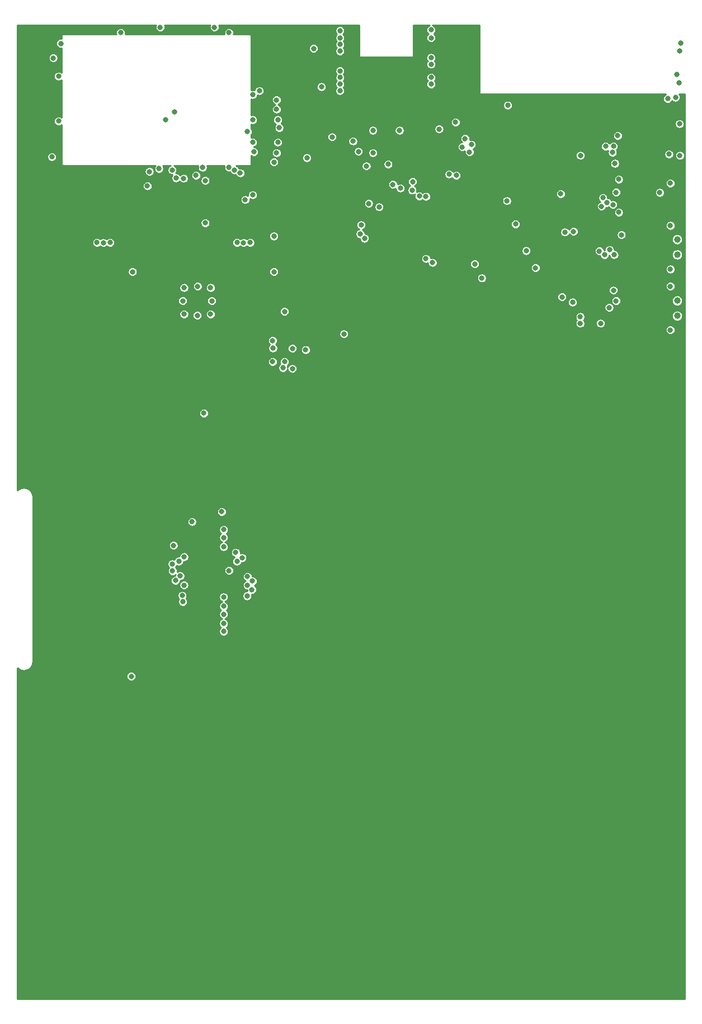
<source format=gbr>
%TF.GenerationSoftware,KiCad,Pcbnew,(5.1.8)-1*%
%TF.CreationDate,2021-02-03T00:49:59+01:00*%
%TF.ProjectId,Navi_2_0,4e617669-5f32-45f3-902e-6b696361645f,rev?*%
%TF.SameCoordinates,Original*%
%TF.FileFunction,Copper,L2,Inr*%
%TF.FilePolarity,Positive*%
%FSLAX46Y46*%
G04 Gerber Fmt 4.6, Leading zero omitted, Abs format (unit mm)*
G04 Created by KiCad (PCBNEW (5.1.8)-1) date 2021-02-03 00:49:59*
%MOMM*%
%LPD*%
G01*
G04 APERTURE LIST*
%TA.AperFunction,WasherPad*%
%ADD10C,1.000000*%
%TD*%
%TA.AperFunction,ViaPad*%
%ADD11C,0.800000*%
%TD*%
%TA.AperFunction,Conductor*%
%ADD12C,0.254000*%
%TD*%
%TA.AperFunction,Conductor*%
%ADD13C,0.100000*%
%TD*%
G04 APERTURE END LIST*
D10*
%TO.N,*%
%TO.C,SW2*%
X138850000Y-63700000D03*
X138850000Y-66000000D03*
%TD*%
%TO.N,*%
%TO.C,SW1*%
X138850000Y-72950000D03*
X138850000Y-75250000D03*
%TD*%
D11*
%TO.N,GND*%
X124200000Y-51000000D03*
X52000000Y-64200000D03*
X53000000Y-64169998D03*
X51000000Y-64169998D03*
X73200000Y-64200000D03*
X72200000Y-64169998D03*
X74200000Y-64169998D03*
X77800000Y-68600000D03*
X79400000Y-74600000D03*
X80600000Y-80200000D03*
X82599998Y-80400000D03*
X88400000Y-78000000D03*
X85000000Y-40600000D03*
X83800000Y-34800000D03*
X101600000Y-37200000D03*
X101600000Y-36200000D03*
X101600000Y-39200000D03*
X101600000Y-40200000D03*
X101600000Y-33200000D03*
X101600000Y-32000000D03*
X87800000Y-41200000D03*
X87800000Y-40200000D03*
X92800000Y-47200000D03*
X96800000Y-47200000D03*
X117400000Y-68000000D03*
X65400000Y-106400000D03*
X67200000Y-90000000D03*
X71000000Y-113800000D03*
X63930354Y-117572599D03*
X45531302Y-34049998D03*
X44400000Y-36250002D03*
X113200000Y-43400000D03*
X130400000Y-63000000D03*
X137400000Y-42400000D03*
X138821846Y-38731079D03*
X60400000Y-53000000D03*
X58954997Y-53428182D03*
X54600000Y-32400000D03*
X71000000Y-32400000D03*
X60600000Y-31600000D03*
X68800000Y-31600000D03*
X67000000Y-52800010D03*
X71000000Y-52800010D03*
X62400000Y-53200000D03*
X45200000Y-39000000D03*
X45200000Y-45800000D03*
X44200000Y-51200000D03*
X74600000Y-56950032D03*
X73459970Y-57689101D03*
X68200000Y-71000000D03*
X64200000Y-71000000D03*
X64200000Y-75000000D03*
X68400000Y-73000000D03*
X68200000Y-75000000D03*
X66200000Y-75200000D03*
X66250000Y-70800000D03*
X64000000Y-73000000D03*
X56400000Y-68600000D03*
X62800000Y-44400000D03*
X61434314Y-45565686D03*
X87800000Y-32100000D03*
X87800000Y-33200000D03*
X87800000Y-35200000D03*
X87800000Y-34200000D03*
X137800000Y-68200000D03*
X137800000Y-77400000D03*
X137600000Y-50800000D03*
X136200000Y-56600000D03*
X70200000Y-107600000D03*
X70200000Y-108800000D03*
X70200000Y-110200000D03*
X70200000Y-123000000D03*
X70200000Y-121800000D03*
X70200000Y-120400000D03*
X70200000Y-119200000D03*
X70200000Y-117800000D03*
X56200000Y-129800000D03*
X108192882Y-67407126D03*
X93730836Y-58788426D03*
X123150022Y-62505002D03*
X121850010Y-62600000D03*
X92151913Y-58251126D03*
X109254617Y-69545383D03*
%TO.N,+BATT*%
X127250000Y-76400000D03*
X124150000Y-76400000D03*
X79169591Y-83121637D03*
X77659620Y-80140380D03*
X77800000Y-63200000D03*
X77800000Y-52000000D03*
%TO.N,+3V3*%
X81000000Y-79200000D03*
X80374438Y-77978091D03*
X70800000Y-115200000D03*
X136428311Y-44150000D03*
X107400000Y-58800000D03*
X109600000Y-58600000D03*
X139150000Y-40000000D03*
X139220290Y-35192051D03*
X79400000Y-48000000D03*
X79800000Y-61400000D03*
X51800000Y-53000000D03*
X53600000Y-53000000D03*
X67200000Y-81600000D03*
X82000000Y-73400000D03*
X76400000Y-69800000D03*
X76400000Y-70800000D03*
X76400000Y-71800000D03*
X137400000Y-48400000D03*
%TO.N,EINK_VCC*%
X62600000Y-110000000D03*
X69893940Y-104893940D03*
%TO.N,Net-(J3-Pad1)*%
X74600000Y-45600000D03*
%TO.N,Net-(J4-Pad1)*%
X74759627Y-50440373D03*
%TO.N,Net-(J8-Pad1)*%
X75600000Y-41200000D03*
%TO.N,I2C_DAT*%
X98800000Y-54952657D03*
X98728703Y-56252668D03*
X137800000Y-61600000D03*
X114367881Y-61367881D03*
X91535068Y-63535068D03*
%TO.N,I2C_CLK*%
X96950926Y-55936917D03*
X87800000Y-39200000D03*
X89774633Y-48825367D03*
X90863309Y-62863309D03*
%TO.N,EINK_SPI_MOSI*%
X64200000Y-116000000D03*
X127850010Y-66019691D03*
X73800000Y-116027361D03*
X127378537Y-58700012D03*
%TO.N,EINK_SPI_CLK*%
X62899999Y-115306048D03*
X127059627Y-65459627D03*
X74563108Y-115377351D03*
X127600000Y-57400000D03*
%TO.N,EINK_~CS*%
X63600000Y-114600000D03*
X128600000Y-65250010D03*
X74482722Y-116687977D03*
X128211527Y-58127019D03*
%TO.N,EINK_DC*%
X62459378Y-113859378D03*
X73800000Y-114700000D03*
%TO.N,EINK_STATE*%
X62400000Y-112800000D03*
X72000000Y-111049990D03*
X123000000Y-73200000D03*
X128550006Y-74005603D03*
%TO.N,EINK_VCC_~EN*%
X79400000Y-82200000D03*
X77600000Y-82200000D03*
%TO.N,SD_VCC_nEN*%
X63000000Y-54400000D03*
X58650000Y-55599996D03*
%TO.N,GPS_VCC_nEN*%
X82800000Y-51350000D03*
X129400000Y-52200000D03*
%TO.N,UART1_RX*%
X71849712Y-53224855D03*
X66000000Y-54000000D03*
X99805852Y-57149990D03*
X106307122Y-49707122D03*
X107413050Y-50482450D03*
%TO.N,UART1_TX*%
X64128064Y-54471936D03*
X72699420Y-53649710D03*
X100800000Y-57200000D03*
X106738021Y-48435220D03*
X107688146Y-49328429D03*
%TO.N,G_INT1*%
X100800000Y-66600000D03*
X105400000Y-53999998D03*
%TO.N,G_INT2*%
X101800000Y-67200000D03*
X104327737Y-53823595D03*
%TO.N,SD_nDET*%
X139250000Y-51000000D03*
X137800000Y-55200000D03*
X129200000Y-71400000D03*
X121400000Y-72400000D03*
%TO.N,+5V*%
X129600000Y-73000000D03*
X124150000Y-75400000D03*
X77600000Y-79000000D03*
X67407083Y-61192917D03*
X80600000Y-83250010D03*
X67407083Y-54792917D03*
%TO.N,ESP_~RST*%
X137800000Y-70800000D03*
X139200000Y-46200000D03*
%TO.N,EINK_SPI_MISO*%
X73749106Y-117650010D03*
X64010038Y-118519263D03*
X129300011Y-66000000D03*
X129105812Y-58447607D03*
%TO.N,EINK_EEPROM_~EN*%
X102800000Y-47000000D03*
X95807122Y-55392878D03*
X105284632Y-45965378D03*
X90600000Y-50400000D03*
X92800000Y-50600000D03*
X91000000Y-61500000D03*
%TO.N,JTAG_TCK*%
X78200000Y-44000000D03*
X128000000Y-49600000D03*
%TO.N,JTAG_TMS*%
X139400000Y-34000000D03*
X78400000Y-49000000D03*
X129200000Y-49600000D03*
%TO.N,JTAG_TDO*%
X121200000Y-56800000D03*
X138600000Y-42200000D03*
X78600000Y-46800000D03*
%TO.N,Net-(R18-Pad2)*%
X95093873Y-52306127D03*
X91800000Y-52600000D03*
X130000000Y-54600000D03*
X113059620Y-57859620D03*
%TO.N,Net-(R26-Pad2)*%
X87800000Y-38200000D03*
X86600000Y-48200000D03*
%TO.N,Net-(J2-Pad19)*%
X64200000Y-111724990D03*
X72995107Y-111880069D03*
%TO.N,Net-(J2-Pad18)*%
X63400000Y-112400000D03*
X63400000Y-112400000D03*
X72200000Y-112400000D03*
%TO.N,Net-(J5-Pad1)*%
X74600000Y-41800000D03*
%TO.N,Net-(J6-Pad1)*%
X74600000Y-49000000D03*
%TO.N,Net-(J7-Pad1)*%
X73800000Y-47400000D03*
%TO.N,Net-(R17-Pad2)*%
X78400000Y-45600000D03*
X116000000Y-65400000D03*
%TO.N,Net-(R36-Pad1)*%
X78200000Y-50600000D03*
X130000000Y-59600000D03*
X129600000Y-56557880D03*
X129043946Y-50537107D03*
%TO.N,Net-(R40-Pad1)*%
X78200000Y-42600000D03*
X129850000Y-48000000D03*
%TD*%
D12*
%TO.N,+3V3*%
X59900938Y-31387942D02*
X59873000Y-31528397D01*
X59873000Y-31671603D01*
X59900938Y-31812058D01*
X59955741Y-31944364D01*
X60035302Y-32063436D01*
X60136564Y-32164698D01*
X60255636Y-32244259D01*
X60387942Y-32299062D01*
X60528397Y-32327000D01*
X60671603Y-32327000D01*
X60812058Y-32299062D01*
X60944364Y-32244259D01*
X61063436Y-32164698D01*
X61164698Y-32063436D01*
X61244259Y-31944364D01*
X61299062Y-31812058D01*
X61327000Y-31671603D01*
X61327000Y-31528397D01*
X61299062Y-31387942D01*
X61263464Y-31302000D01*
X68136536Y-31302000D01*
X68100938Y-31387942D01*
X68073000Y-31528397D01*
X68073000Y-31671603D01*
X68100938Y-31812058D01*
X68155741Y-31944364D01*
X68235302Y-32063436D01*
X68336564Y-32164698D01*
X68455636Y-32244259D01*
X68587942Y-32299062D01*
X68728397Y-32327000D01*
X68871603Y-32327000D01*
X69012058Y-32299062D01*
X69144364Y-32244259D01*
X69263436Y-32164698D01*
X69364698Y-32063436D01*
X69444259Y-31944364D01*
X69499062Y-31812058D01*
X69527000Y-31671603D01*
X69527000Y-31528397D01*
X69499062Y-31387942D01*
X69463464Y-31302000D01*
X90673000Y-31302000D01*
X90673000Y-36000000D01*
X90675440Y-36024776D01*
X90682667Y-36048601D01*
X90694403Y-36070557D01*
X90710197Y-36089803D01*
X90729443Y-36105597D01*
X90751399Y-36117333D01*
X90775224Y-36124560D01*
X90800000Y-36127000D01*
X98800000Y-36127000D01*
X98824776Y-36124560D01*
X98848601Y-36117333D01*
X98870557Y-36105597D01*
X98889803Y-36089803D01*
X98905597Y-36070557D01*
X98917333Y-36048601D01*
X98924560Y-36024776D01*
X98927000Y-36000000D01*
X98927000Y-31302000D01*
X101385378Y-31302000D01*
X101255636Y-31355741D01*
X101136564Y-31435302D01*
X101035302Y-31536564D01*
X100955741Y-31655636D01*
X100900938Y-31787942D01*
X100873000Y-31928397D01*
X100873000Y-32071603D01*
X100900938Y-32212058D01*
X100955741Y-32344364D01*
X101035302Y-32463436D01*
X101136564Y-32564698D01*
X101189397Y-32600000D01*
X101136564Y-32635302D01*
X101035302Y-32736564D01*
X100955741Y-32855636D01*
X100900938Y-32987942D01*
X100873000Y-33128397D01*
X100873000Y-33271603D01*
X100900938Y-33412058D01*
X100955741Y-33544364D01*
X101035302Y-33663436D01*
X101136564Y-33764698D01*
X101255636Y-33844259D01*
X101387942Y-33899062D01*
X101528397Y-33927000D01*
X101671603Y-33927000D01*
X101812058Y-33899062D01*
X101944364Y-33844259D01*
X102063436Y-33764698D01*
X102164698Y-33663436D01*
X102244259Y-33544364D01*
X102299062Y-33412058D01*
X102327000Y-33271603D01*
X102327000Y-33128397D01*
X102299062Y-32987942D01*
X102244259Y-32855636D01*
X102164698Y-32736564D01*
X102063436Y-32635302D01*
X102010603Y-32600000D01*
X102063436Y-32564698D01*
X102164698Y-32463436D01*
X102244259Y-32344364D01*
X102299062Y-32212058D01*
X102327000Y-32071603D01*
X102327000Y-31928397D01*
X102299062Y-31787942D01*
X102244259Y-31655636D01*
X102164698Y-31536564D01*
X102063436Y-31435302D01*
X101944364Y-31355741D01*
X101814622Y-31302000D01*
X108873000Y-31302000D01*
X108873000Y-41600000D01*
X108875440Y-41624776D01*
X108882667Y-41648601D01*
X108894403Y-41670557D01*
X108910197Y-41689803D01*
X108929443Y-41705597D01*
X108951399Y-41717333D01*
X108975224Y-41724560D01*
X109000000Y-41727000D01*
X137125023Y-41727000D01*
X137055636Y-41755741D01*
X136936564Y-41835302D01*
X136835302Y-41936564D01*
X136755741Y-42055636D01*
X136700938Y-42187942D01*
X136673000Y-42328397D01*
X136673000Y-42471603D01*
X136700938Y-42612058D01*
X136755741Y-42744364D01*
X136835302Y-42863436D01*
X136936564Y-42964698D01*
X137055636Y-43044259D01*
X137187942Y-43099062D01*
X137328397Y-43127000D01*
X137471603Y-43127000D01*
X137612058Y-43099062D01*
X137744364Y-43044259D01*
X137863436Y-42964698D01*
X137964698Y-42863436D01*
X138044259Y-42744364D01*
X138065339Y-42693473D01*
X138136564Y-42764698D01*
X138255636Y-42844259D01*
X138387942Y-42899062D01*
X138528397Y-42927000D01*
X138671603Y-42927000D01*
X138812058Y-42899062D01*
X138944364Y-42844259D01*
X139063436Y-42764698D01*
X139164698Y-42663436D01*
X139244259Y-42544364D01*
X139299062Y-42412058D01*
X139327000Y-42271603D01*
X139327000Y-42128397D01*
X139299062Y-41987942D01*
X139244259Y-41855636D01*
X139164698Y-41736564D01*
X139155134Y-41727000D01*
X139998000Y-41727000D01*
X139998001Y-178598000D01*
X39002000Y-178598000D01*
X39002000Y-129728397D01*
X55473000Y-129728397D01*
X55473000Y-129871603D01*
X55500938Y-130012058D01*
X55555741Y-130144364D01*
X55635302Y-130263436D01*
X55736564Y-130364698D01*
X55855636Y-130444259D01*
X55987942Y-130499062D01*
X56128397Y-130527000D01*
X56271603Y-130527000D01*
X56412058Y-130499062D01*
X56544364Y-130444259D01*
X56663436Y-130364698D01*
X56764698Y-130263436D01*
X56844259Y-130144364D01*
X56899062Y-130012058D01*
X56927000Y-129871603D01*
X56927000Y-129728397D01*
X56899062Y-129587942D01*
X56844259Y-129455636D01*
X56764698Y-129336564D01*
X56663436Y-129235302D01*
X56544364Y-129155741D01*
X56412058Y-129100938D01*
X56271603Y-129073000D01*
X56128397Y-129073000D01*
X55987942Y-129100938D01*
X55855636Y-129155741D01*
X55736564Y-129235302D01*
X55635302Y-129336564D01*
X55555741Y-129455636D01*
X55500938Y-129587942D01*
X55473000Y-129728397D01*
X39002000Y-129728397D01*
X39002000Y-128561603D01*
X39003471Y-128563044D01*
X39025964Y-128585694D01*
X39029773Y-128588800D01*
X39181873Y-128711091D01*
X39208530Y-128728535D01*
X39235016Y-128746400D01*
X39239356Y-128748707D01*
X39412311Y-128839127D01*
X39441860Y-128851066D01*
X39471304Y-128863443D01*
X39476010Y-128864863D01*
X39663235Y-128919966D01*
X39694544Y-128925938D01*
X39725823Y-128932359D01*
X39730715Y-128932838D01*
X39925077Y-128950527D01*
X39956942Y-128950305D01*
X39988884Y-128950528D01*
X39993776Y-128950048D01*
X40187873Y-128929647D01*
X40219145Y-128923228D01*
X40250462Y-128917254D01*
X40255165Y-128915834D01*
X40255171Y-128915832D01*
X40441605Y-128858121D01*
X40470976Y-128845774D01*
X40500596Y-128833807D01*
X40504935Y-128831500D01*
X40676612Y-128738675D01*
X40703050Y-128720842D01*
X40729758Y-128703365D01*
X40733567Y-128700258D01*
X40883945Y-128575854D01*
X40906400Y-128553241D01*
X40929219Y-128530896D01*
X40932351Y-128527108D01*
X41055701Y-128375866D01*
X41073336Y-128349324D01*
X41091381Y-128322969D01*
X41093719Y-128318646D01*
X41185344Y-128146323D01*
X41197499Y-128116833D01*
X41210069Y-128087504D01*
X41211523Y-128082809D01*
X41267932Y-127895973D01*
X41274125Y-127864696D01*
X41280762Y-127833472D01*
X41281275Y-127828584D01*
X41300320Y-127634350D01*
X41302000Y-127617292D01*
X41302000Y-117500996D01*
X63203354Y-117500996D01*
X63203354Y-117644202D01*
X63231292Y-117784657D01*
X63286095Y-117916963D01*
X63365656Y-118036035D01*
X63421351Y-118091730D01*
X63365779Y-118174899D01*
X63310976Y-118307205D01*
X63283038Y-118447660D01*
X63283038Y-118590866D01*
X63310976Y-118731321D01*
X63365779Y-118863627D01*
X63445340Y-118982699D01*
X63546602Y-119083961D01*
X63665674Y-119163522D01*
X63797980Y-119218325D01*
X63938435Y-119246263D01*
X64081641Y-119246263D01*
X64222096Y-119218325D01*
X64354402Y-119163522D01*
X64473474Y-119083961D01*
X64574736Y-118982699D01*
X64654297Y-118863627D01*
X64709100Y-118731321D01*
X64737038Y-118590866D01*
X64737038Y-118447660D01*
X64709100Y-118307205D01*
X64654297Y-118174899D01*
X64574736Y-118055827D01*
X64519041Y-118000132D01*
X64574613Y-117916963D01*
X64629416Y-117784657D01*
X64640606Y-117728397D01*
X69473000Y-117728397D01*
X69473000Y-117871603D01*
X69500938Y-118012058D01*
X69555741Y-118144364D01*
X69635302Y-118263436D01*
X69736564Y-118364698D01*
X69855636Y-118444259D01*
X69987942Y-118499062D01*
X69992658Y-118500000D01*
X69987942Y-118500938D01*
X69855636Y-118555741D01*
X69736564Y-118635302D01*
X69635302Y-118736564D01*
X69555741Y-118855636D01*
X69500938Y-118987942D01*
X69473000Y-119128397D01*
X69473000Y-119271603D01*
X69500938Y-119412058D01*
X69555741Y-119544364D01*
X69635302Y-119663436D01*
X69736564Y-119764698D01*
X69789397Y-119800000D01*
X69736564Y-119835302D01*
X69635302Y-119936564D01*
X69555741Y-120055636D01*
X69500938Y-120187942D01*
X69473000Y-120328397D01*
X69473000Y-120471603D01*
X69500938Y-120612058D01*
X69555741Y-120744364D01*
X69635302Y-120863436D01*
X69736564Y-120964698D01*
X69855636Y-121044259D01*
X69987942Y-121099062D01*
X69992658Y-121100000D01*
X69987942Y-121100938D01*
X69855636Y-121155741D01*
X69736564Y-121235302D01*
X69635302Y-121336564D01*
X69555741Y-121455636D01*
X69500938Y-121587942D01*
X69473000Y-121728397D01*
X69473000Y-121871603D01*
X69500938Y-122012058D01*
X69555741Y-122144364D01*
X69635302Y-122263436D01*
X69736564Y-122364698D01*
X69789397Y-122400000D01*
X69736564Y-122435302D01*
X69635302Y-122536564D01*
X69555741Y-122655636D01*
X69500938Y-122787942D01*
X69473000Y-122928397D01*
X69473000Y-123071603D01*
X69500938Y-123212058D01*
X69555741Y-123344364D01*
X69635302Y-123463436D01*
X69736564Y-123564698D01*
X69855636Y-123644259D01*
X69987942Y-123699062D01*
X70128397Y-123727000D01*
X70271603Y-123727000D01*
X70412058Y-123699062D01*
X70544364Y-123644259D01*
X70663436Y-123564698D01*
X70764698Y-123463436D01*
X70844259Y-123344364D01*
X70899062Y-123212058D01*
X70927000Y-123071603D01*
X70927000Y-122928397D01*
X70899062Y-122787942D01*
X70844259Y-122655636D01*
X70764698Y-122536564D01*
X70663436Y-122435302D01*
X70610603Y-122400000D01*
X70663436Y-122364698D01*
X70764698Y-122263436D01*
X70844259Y-122144364D01*
X70899062Y-122012058D01*
X70927000Y-121871603D01*
X70927000Y-121728397D01*
X70899062Y-121587942D01*
X70844259Y-121455636D01*
X70764698Y-121336564D01*
X70663436Y-121235302D01*
X70544364Y-121155741D01*
X70412058Y-121100938D01*
X70407342Y-121100000D01*
X70412058Y-121099062D01*
X70544364Y-121044259D01*
X70663436Y-120964698D01*
X70764698Y-120863436D01*
X70844259Y-120744364D01*
X70899062Y-120612058D01*
X70927000Y-120471603D01*
X70927000Y-120328397D01*
X70899062Y-120187942D01*
X70844259Y-120055636D01*
X70764698Y-119936564D01*
X70663436Y-119835302D01*
X70610603Y-119800000D01*
X70663436Y-119764698D01*
X70764698Y-119663436D01*
X70844259Y-119544364D01*
X70899062Y-119412058D01*
X70927000Y-119271603D01*
X70927000Y-119128397D01*
X70899062Y-118987942D01*
X70844259Y-118855636D01*
X70764698Y-118736564D01*
X70663436Y-118635302D01*
X70544364Y-118555741D01*
X70412058Y-118500938D01*
X70407342Y-118500000D01*
X70412058Y-118499062D01*
X70544364Y-118444259D01*
X70663436Y-118364698D01*
X70764698Y-118263436D01*
X70844259Y-118144364D01*
X70899062Y-118012058D01*
X70927000Y-117871603D01*
X70927000Y-117728397D01*
X70899062Y-117587942D01*
X70895113Y-117578407D01*
X73022106Y-117578407D01*
X73022106Y-117721613D01*
X73050044Y-117862068D01*
X73104847Y-117994374D01*
X73184408Y-118113446D01*
X73285670Y-118214708D01*
X73404742Y-118294269D01*
X73537048Y-118349072D01*
X73677503Y-118377010D01*
X73820709Y-118377010D01*
X73961164Y-118349072D01*
X74093470Y-118294269D01*
X74212542Y-118214708D01*
X74313804Y-118113446D01*
X74393365Y-117994374D01*
X74448168Y-117862068D01*
X74476106Y-117721613D01*
X74476106Y-117578407D01*
X74448168Y-117437952D01*
X74438651Y-117414977D01*
X74554325Y-117414977D01*
X74694780Y-117387039D01*
X74827086Y-117332236D01*
X74946158Y-117252675D01*
X75047420Y-117151413D01*
X75126981Y-117032341D01*
X75181784Y-116900035D01*
X75209722Y-116759580D01*
X75209722Y-116616374D01*
X75181784Y-116475919D01*
X75126981Y-116343613D01*
X75047420Y-116224541D01*
X74946158Y-116123279D01*
X74837423Y-116050625D01*
X74907472Y-116021610D01*
X75026544Y-115942049D01*
X75127806Y-115840787D01*
X75207367Y-115721715D01*
X75262170Y-115589409D01*
X75290108Y-115448954D01*
X75290108Y-115305748D01*
X75262170Y-115165293D01*
X75207367Y-115032987D01*
X75127806Y-114913915D01*
X75026544Y-114812653D01*
X74907472Y-114733092D01*
X74775166Y-114678289D01*
X74634711Y-114650351D01*
X74527000Y-114650351D01*
X74527000Y-114628397D01*
X74499062Y-114487942D01*
X74444259Y-114355636D01*
X74364698Y-114236564D01*
X74263436Y-114135302D01*
X74144364Y-114055741D01*
X74012058Y-114000938D01*
X73871603Y-113973000D01*
X73728397Y-113973000D01*
X73587942Y-114000938D01*
X73455636Y-114055741D01*
X73336564Y-114135302D01*
X73235302Y-114236564D01*
X73155741Y-114355636D01*
X73100938Y-114487942D01*
X73073000Y-114628397D01*
X73073000Y-114771603D01*
X73100938Y-114912058D01*
X73155741Y-115044364D01*
X73235302Y-115163436D01*
X73336564Y-115264698D01*
X73455636Y-115344259D01*
X73502524Y-115363680D01*
X73455636Y-115383102D01*
X73336564Y-115462663D01*
X73235302Y-115563925D01*
X73155741Y-115682997D01*
X73100938Y-115815303D01*
X73073000Y-115955758D01*
X73073000Y-116098964D01*
X73100938Y-116239419D01*
X73155741Y-116371725D01*
X73235302Y-116490797D01*
X73336564Y-116592059D01*
X73455636Y-116671620D01*
X73587942Y-116726423D01*
X73728397Y-116754361D01*
X73755722Y-116754361D01*
X73755722Y-116759580D01*
X73783660Y-116900035D01*
X73793177Y-116923010D01*
X73677503Y-116923010D01*
X73537048Y-116950948D01*
X73404742Y-117005751D01*
X73285670Y-117085312D01*
X73184408Y-117186574D01*
X73104847Y-117305646D01*
X73050044Y-117437952D01*
X73022106Y-117578407D01*
X70895113Y-117578407D01*
X70844259Y-117455636D01*
X70764698Y-117336564D01*
X70663436Y-117235302D01*
X70544364Y-117155741D01*
X70412058Y-117100938D01*
X70271603Y-117073000D01*
X70128397Y-117073000D01*
X69987942Y-117100938D01*
X69855636Y-117155741D01*
X69736564Y-117235302D01*
X69635302Y-117336564D01*
X69555741Y-117455636D01*
X69500938Y-117587942D01*
X69473000Y-117728397D01*
X64640606Y-117728397D01*
X64657354Y-117644202D01*
X64657354Y-117500996D01*
X64629416Y-117360541D01*
X64574613Y-117228235D01*
X64495052Y-117109163D01*
X64393790Y-117007901D01*
X64274718Y-116928340D01*
X64142412Y-116873537D01*
X64001957Y-116845599D01*
X63858751Y-116845599D01*
X63718296Y-116873537D01*
X63585990Y-116928340D01*
X63466918Y-117007901D01*
X63365656Y-117109163D01*
X63286095Y-117228235D01*
X63231292Y-117360541D01*
X63203354Y-117500996D01*
X41302000Y-117500996D01*
X41302000Y-112728397D01*
X61673000Y-112728397D01*
X61673000Y-112871603D01*
X61700938Y-113012058D01*
X61755741Y-113144364D01*
X61835302Y-113263436D01*
X61931244Y-113359378D01*
X61894680Y-113395942D01*
X61815119Y-113515014D01*
X61760316Y-113647320D01*
X61732378Y-113787775D01*
X61732378Y-113930981D01*
X61760316Y-114071436D01*
X61815119Y-114203742D01*
X61894680Y-114322814D01*
X61995942Y-114424076D01*
X62115014Y-114503637D01*
X62247320Y-114558440D01*
X62387775Y-114586378D01*
X62530981Y-114586378D01*
X62671436Y-114558440D01*
X62803742Y-114503637D01*
X62889296Y-114446472D01*
X62873000Y-114528397D01*
X62873000Y-114579048D01*
X62828396Y-114579048D01*
X62687941Y-114606986D01*
X62555635Y-114661789D01*
X62436563Y-114741350D01*
X62335301Y-114842612D01*
X62255740Y-114961684D01*
X62200937Y-115093990D01*
X62172999Y-115234445D01*
X62172999Y-115377651D01*
X62200937Y-115518106D01*
X62255740Y-115650412D01*
X62335301Y-115769484D01*
X62436563Y-115870746D01*
X62555635Y-115950307D01*
X62687941Y-116005110D01*
X62828396Y-116033048D01*
X62971602Y-116033048D01*
X63112057Y-116005110D01*
X63244363Y-115950307D01*
X63277153Y-115928397D01*
X63473000Y-115928397D01*
X63473000Y-116071603D01*
X63500938Y-116212058D01*
X63555741Y-116344364D01*
X63635302Y-116463436D01*
X63736564Y-116564698D01*
X63855636Y-116644259D01*
X63987942Y-116699062D01*
X64128397Y-116727000D01*
X64271603Y-116727000D01*
X64412058Y-116699062D01*
X64544364Y-116644259D01*
X64663436Y-116564698D01*
X64764698Y-116463436D01*
X64844259Y-116344364D01*
X64899062Y-116212058D01*
X64927000Y-116071603D01*
X64927000Y-115928397D01*
X64899062Y-115787942D01*
X64844259Y-115655636D01*
X64764698Y-115536564D01*
X64663436Y-115435302D01*
X64544364Y-115355741D01*
X64412058Y-115300938D01*
X64271603Y-115273000D01*
X64128397Y-115273000D01*
X63987942Y-115300938D01*
X63855636Y-115355741D01*
X63736564Y-115435302D01*
X63635302Y-115536564D01*
X63555741Y-115655636D01*
X63500938Y-115787942D01*
X63473000Y-115928397D01*
X63277153Y-115928397D01*
X63363435Y-115870746D01*
X63464697Y-115769484D01*
X63544258Y-115650412D01*
X63599061Y-115518106D01*
X63626999Y-115377651D01*
X63626999Y-115327000D01*
X63671603Y-115327000D01*
X63812058Y-115299062D01*
X63944364Y-115244259D01*
X64063436Y-115164698D01*
X64164698Y-115063436D01*
X64244259Y-114944364D01*
X64299062Y-114812058D01*
X64327000Y-114671603D01*
X64327000Y-114528397D01*
X64299062Y-114387942D01*
X64244259Y-114255636D01*
X64164698Y-114136564D01*
X64063436Y-114035302D01*
X63944364Y-113955741D01*
X63812058Y-113900938D01*
X63671603Y-113873000D01*
X63528397Y-113873000D01*
X63387942Y-113900938D01*
X63255636Y-113955741D01*
X63170082Y-114012906D01*
X63186378Y-113930981D01*
X63186378Y-113787775D01*
X63174568Y-113728397D01*
X70273000Y-113728397D01*
X70273000Y-113871603D01*
X70300938Y-114012058D01*
X70355741Y-114144364D01*
X70435302Y-114263436D01*
X70536564Y-114364698D01*
X70655636Y-114444259D01*
X70787942Y-114499062D01*
X70928397Y-114527000D01*
X71071603Y-114527000D01*
X71212058Y-114499062D01*
X71344364Y-114444259D01*
X71463436Y-114364698D01*
X71564698Y-114263436D01*
X71644259Y-114144364D01*
X71699062Y-114012058D01*
X71727000Y-113871603D01*
X71727000Y-113728397D01*
X71699062Y-113587942D01*
X71644259Y-113455636D01*
X71564698Y-113336564D01*
X71463436Y-113235302D01*
X71344364Y-113155741D01*
X71212058Y-113100938D01*
X71071603Y-113073000D01*
X70928397Y-113073000D01*
X70787942Y-113100938D01*
X70655636Y-113155741D01*
X70536564Y-113235302D01*
X70435302Y-113336564D01*
X70355741Y-113455636D01*
X70300938Y-113587942D01*
X70273000Y-113728397D01*
X63174568Y-113728397D01*
X63158440Y-113647320D01*
X63103637Y-113515014D01*
X63024076Y-113395942D01*
X62928134Y-113300000D01*
X62964698Y-113263436D01*
X63044259Y-113144364D01*
X63081318Y-113054897D01*
X63187942Y-113099062D01*
X63328397Y-113127000D01*
X63471603Y-113127000D01*
X63612058Y-113099062D01*
X63744364Y-113044259D01*
X63863436Y-112964698D01*
X63964698Y-112863436D01*
X64044259Y-112744364D01*
X64099062Y-112612058D01*
X64127000Y-112471603D01*
X64127000Y-112451712D01*
X64128397Y-112451990D01*
X64271603Y-112451990D01*
X64412058Y-112424052D01*
X64544364Y-112369249D01*
X64663436Y-112289688D01*
X64764698Y-112188426D01*
X64844259Y-112069354D01*
X64899062Y-111937048D01*
X64927000Y-111796593D01*
X64927000Y-111653387D01*
X64899062Y-111512932D01*
X64844259Y-111380626D01*
X64764698Y-111261554D01*
X64663436Y-111160292D01*
X64544364Y-111080731D01*
X64412058Y-111025928D01*
X64271603Y-110997990D01*
X64128397Y-110997990D01*
X63987942Y-111025928D01*
X63855636Y-111080731D01*
X63736564Y-111160292D01*
X63635302Y-111261554D01*
X63555741Y-111380626D01*
X63500938Y-111512932D01*
X63473000Y-111653387D01*
X63473000Y-111673278D01*
X63471603Y-111673000D01*
X63328397Y-111673000D01*
X63187942Y-111700938D01*
X63055636Y-111755741D01*
X62936564Y-111835302D01*
X62835302Y-111936564D01*
X62755741Y-112055636D01*
X62718682Y-112145103D01*
X62612058Y-112100938D01*
X62471603Y-112073000D01*
X62328397Y-112073000D01*
X62187942Y-112100938D01*
X62055636Y-112155741D01*
X61936564Y-112235302D01*
X61835302Y-112336564D01*
X61755741Y-112455636D01*
X61700938Y-112587942D01*
X61673000Y-112728397D01*
X41302000Y-112728397D01*
X41302000Y-110978387D01*
X71273000Y-110978387D01*
X71273000Y-111121593D01*
X71300938Y-111262048D01*
X71355741Y-111394354D01*
X71435302Y-111513426D01*
X71536564Y-111614688D01*
X71655636Y-111694249D01*
X71787942Y-111749052D01*
X71847821Y-111760963D01*
X71736564Y-111835302D01*
X71635302Y-111936564D01*
X71555741Y-112055636D01*
X71500938Y-112187942D01*
X71473000Y-112328397D01*
X71473000Y-112471603D01*
X71500938Y-112612058D01*
X71555741Y-112744364D01*
X71635302Y-112863436D01*
X71736564Y-112964698D01*
X71855636Y-113044259D01*
X71987942Y-113099062D01*
X72128397Y-113127000D01*
X72271603Y-113127000D01*
X72412058Y-113099062D01*
X72544364Y-113044259D01*
X72663436Y-112964698D01*
X72764698Y-112863436D01*
X72844259Y-112744364D01*
X72899062Y-112612058D01*
X72900947Y-112602582D01*
X72923504Y-112607069D01*
X73066710Y-112607069D01*
X73207165Y-112579131D01*
X73339471Y-112524328D01*
X73458543Y-112444767D01*
X73559805Y-112343505D01*
X73639366Y-112224433D01*
X73694169Y-112092127D01*
X73722107Y-111951672D01*
X73722107Y-111808466D01*
X73694169Y-111668011D01*
X73639366Y-111535705D01*
X73559805Y-111416633D01*
X73458543Y-111315371D01*
X73339471Y-111235810D01*
X73207165Y-111181007D01*
X73066710Y-111153069D01*
X72923504Y-111153069D01*
X72783049Y-111181007D01*
X72709088Y-111211643D01*
X72727000Y-111121593D01*
X72727000Y-110978387D01*
X72699062Y-110837932D01*
X72644259Y-110705626D01*
X72564698Y-110586554D01*
X72463436Y-110485292D01*
X72344364Y-110405731D01*
X72212058Y-110350928D01*
X72071603Y-110322990D01*
X71928397Y-110322990D01*
X71787942Y-110350928D01*
X71655636Y-110405731D01*
X71536564Y-110485292D01*
X71435302Y-110586554D01*
X71355741Y-110705626D01*
X71300938Y-110837932D01*
X71273000Y-110978387D01*
X41302000Y-110978387D01*
X41302000Y-109928397D01*
X61873000Y-109928397D01*
X61873000Y-110071603D01*
X61900938Y-110212058D01*
X61955741Y-110344364D01*
X62035302Y-110463436D01*
X62136564Y-110564698D01*
X62255636Y-110644259D01*
X62387942Y-110699062D01*
X62528397Y-110727000D01*
X62671603Y-110727000D01*
X62812058Y-110699062D01*
X62944364Y-110644259D01*
X63063436Y-110564698D01*
X63164698Y-110463436D01*
X63244259Y-110344364D01*
X63299062Y-110212058D01*
X63327000Y-110071603D01*
X63327000Y-109928397D01*
X63299062Y-109787942D01*
X63244259Y-109655636D01*
X63164698Y-109536564D01*
X63063436Y-109435302D01*
X62944364Y-109355741D01*
X62812058Y-109300938D01*
X62671603Y-109273000D01*
X62528397Y-109273000D01*
X62387942Y-109300938D01*
X62255636Y-109355741D01*
X62136564Y-109435302D01*
X62035302Y-109536564D01*
X61955741Y-109655636D01*
X61900938Y-109787942D01*
X61873000Y-109928397D01*
X41302000Y-109928397D01*
X41302000Y-107528397D01*
X69473000Y-107528397D01*
X69473000Y-107671603D01*
X69500938Y-107812058D01*
X69555741Y-107944364D01*
X69635302Y-108063436D01*
X69736564Y-108164698D01*
X69789397Y-108200000D01*
X69736564Y-108235302D01*
X69635302Y-108336564D01*
X69555741Y-108455636D01*
X69500938Y-108587942D01*
X69473000Y-108728397D01*
X69473000Y-108871603D01*
X69500938Y-109012058D01*
X69555741Y-109144364D01*
X69635302Y-109263436D01*
X69736564Y-109364698D01*
X69855636Y-109444259D01*
X69987942Y-109499062D01*
X69992658Y-109500000D01*
X69987942Y-109500938D01*
X69855636Y-109555741D01*
X69736564Y-109635302D01*
X69635302Y-109736564D01*
X69555741Y-109855636D01*
X69500938Y-109987942D01*
X69473000Y-110128397D01*
X69473000Y-110271603D01*
X69500938Y-110412058D01*
X69555741Y-110544364D01*
X69635302Y-110663436D01*
X69736564Y-110764698D01*
X69855636Y-110844259D01*
X69987942Y-110899062D01*
X70128397Y-110927000D01*
X70271603Y-110927000D01*
X70412058Y-110899062D01*
X70544364Y-110844259D01*
X70663436Y-110764698D01*
X70764698Y-110663436D01*
X70844259Y-110544364D01*
X70899062Y-110412058D01*
X70927000Y-110271603D01*
X70927000Y-110128397D01*
X70899062Y-109987942D01*
X70844259Y-109855636D01*
X70764698Y-109736564D01*
X70663436Y-109635302D01*
X70544364Y-109555741D01*
X70412058Y-109500938D01*
X70407342Y-109500000D01*
X70412058Y-109499062D01*
X70544364Y-109444259D01*
X70663436Y-109364698D01*
X70764698Y-109263436D01*
X70844259Y-109144364D01*
X70899062Y-109012058D01*
X70927000Y-108871603D01*
X70927000Y-108728397D01*
X70899062Y-108587942D01*
X70844259Y-108455636D01*
X70764698Y-108336564D01*
X70663436Y-108235302D01*
X70610603Y-108200000D01*
X70663436Y-108164698D01*
X70764698Y-108063436D01*
X70844259Y-107944364D01*
X70899062Y-107812058D01*
X70927000Y-107671603D01*
X70927000Y-107528397D01*
X70899062Y-107387942D01*
X70844259Y-107255636D01*
X70764698Y-107136564D01*
X70663436Y-107035302D01*
X70544364Y-106955741D01*
X70412058Y-106900938D01*
X70271603Y-106873000D01*
X70128397Y-106873000D01*
X69987942Y-106900938D01*
X69855636Y-106955741D01*
X69736564Y-107035302D01*
X69635302Y-107136564D01*
X69555741Y-107255636D01*
X69500938Y-107387942D01*
X69473000Y-107528397D01*
X41302000Y-107528397D01*
X41302000Y-106328397D01*
X64673000Y-106328397D01*
X64673000Y-106471603D01*
X64700938Y-106612058D01*
X64755741Y-106744364D01*
X64835302Y-106863436D01*
X64936564Y-106964698D01*
X65055636Y-107044259D01*
X65187942Y-107099062D01*
X65328397Y-107127000D01*
X65471603Y-107127000D01*
X65612058Y-107099062D01*
X65744364Y-107044259D01*
X65863436Y-106964698D01*
X65964698Y-106863436D01*
X66044259Y-106744364D01*
X66099062Y-106612058D01*
X66127000Y-106471603D01*
X66127000Y-106328397D01*
X66099062Y-106187942D01*
X66044259Y-106055636D01*
X65964698Y-105936564D01*
X65863436Y-105835302D01*
X65744364Y-105755741D01*
X65612058Y-105700938D01*
X65471603Y-105673000D01*
X65328397Y-105673000D01*
X65187942Y-105700938D01*
X65055636Y-105755741D01*
X64936564Y-105835302D01*
X64835302Y-105936564D01*
X64755741Y-106055636D01*
X64700938Y-106187942D01*
X64673000Y-106328397D01*
X41302000Y-106328397D01*
X41302000Y-104822337D01*
X69166940Y-104822337D01*
X69166940Y-104965543D01*
X69194878Y-105105998D01*
X69249681Y-105238304D01*
X69329242Y-105357376D01*
X69430504Y-105458638D01*
X69549576Y-105538199D01*
X69681882Y-105593002D01*
X69822337Y-105620940D01*
X69965543Y-105620940D01*
X70105998Y-105593002D01*
X70238304Y-105538199D01*
X70357376Y-105458638D01*
X70458638Y-105357376D01*
X70538199Y-105238304D01*
X70593002Y-105105998D01*
X70620940Y-104965543D01*
X70620940Y-104822337D01*
X70593002Y-104681882D01*
X70538199Y-104549576D01*
X70458638Y-104430504D01*
X70357376Y-104329242D01*
X70238304Y-104249681D01*
X70105998Y-104194878D01*
X69965543Y-104166940D01*
X69822337Y-104166940D01*
X69681882Y-104194878D01*
X69549576Y-104249681D01*
X69430504Y-104329242D01*
X69329242Y-104430504D01*
X69249681Y-104549576D01*
X69194878Y-104681882D01*
X69166940Y-104822337D01*
X41302000Y-104822337D01*
X41302000Y-102582708D01*
X41300223Y-102564665D01*
X41300223Y-102551689D01*
X41299709Y-102546801D01*
X41277954Y-102352851D01*
X41271331Y-102321691D01*
X41265125Y-102290348D01*
X41263671Y-102285653D01*
X41204658Y-102099622D01*
X41192101Y-102070325D01*
X41179933Y-102040804D01*
X41177595Y-102036481D01*
X41083573Y-101865455D01*
X41065554Y-101839140D01*
X41047894Y-101812559D01*
X41044761Y-101808772D01*
X40919311Y-101659266D01*
X40896529Y-101636956D01*
X40874036Y-101614306D01*
X40870227Y-101611199D01*
X40718127Y-101488909D01*
X40691447Y-101471450D01*
X40664984Y-101453600D01*
X40660647Y-101451294D01*
X40660639Y-101451290D01*
X40487688Y-101360873D01*
X40458140Y-101348934D01*
X40428695Y-101336557D01*
X40423990Y-101335137D01*
X40236764Y-101280034D01*
X40205455Y-101274062D01*
X40174176Y-101267641D01*
X40169285Y-101267162D01*
X39974923Y-101249473D01*
X39943058Y-101249695D01*
X39911115Y-101249472D01*
X39906224Y-101249952D01*
X39712127Y-101270353D01*
X39680855Y-101276772D01*
X39649538Y-101282746D01*
X39644835Y-101284166D01*
X39644829Y-101284168D01*
X39458395Y-101341879D01*
X39429024Y-101354226D01*
X39399404Y-101366193D01*
X39395065Y-101368501D01*
X39223388Y-101461325D01*
X39196950Y-101479158D01*
X39170242Y-101496635D01*
X39166433Y-101499742D01*
X39016055Y-101624146D01*
X39002000Y-101638300D01*
X39002000Y-89928397D01*
X66473000Y-89928397D01*
X66473000Y-90071603D01*
X66500938Y-90212058D01*
X66555741Y-90344364D01*
X66635302Y-90463436D01*
X66736564Y-90564698D01*
X66855636Y-90644259D01*
X66987942Y-90699062D01*
X67128397Y-90727000D01*
X67271603Y-90727000D01*
X67412058Y-90699062D01*
X67544364Y-90644259D01*
X67663436Y-90564698D01*
X67764698Y-90463436D01*
X67844259Y-90344364D01*
X67899062Y-90212058D01*
X67927000Y-90071603D01*
X67927000Y-89928397D01*
X67899062Y-89787942D01*
X67844259Y-89655636D01*
X67764698Y-89536564D01*
X67663436Y-89435302D01*
X67544364Y-89355741D01*
X67412058Y-89300938D01*
X67271603Y-89273000D01*
X67128397Y-89273000D01*
X66987942Y-89300938D01*
X66855636Y-89355741D01*
X66736564Y-89435302D01*
X66635302Y-89536564D01*
X66555741Y-89655636D01*
X66500938Y-89787942D01*
X66473000Y-89928397D01*
X39002000Y-89928397D01*
X39002000Y-83050034D01*
X78442591Y-83050034D01*
X78442591Y-83193240D01*
X78470529Y-83333695D01*
X78525332Y-83466001D01*
X78604893Y-83585073D01*
X78706155Y-83686335D01*
X78825227Y-83765896D01*
X78957533Y-83820699D01*
X79097988Y-83848637D01*
X79241194Y-83848637D01*
X79381649Y-83820699D01*
X79513955Y-83765896D01*
X79633027Y-83686335D01*
X79734289Y-83585073D01*
X79813850Y-83466001D01*
X79868653Y-83333695D01*
X79873000Y-83311841D01*
X79873000Y-83321613D01*
X79900938Y-83462068D01*
X79955741Y-83594374D01*
X80035302Y-83713446D01*
X80136564Y-83814708D01*
X80255636Y-83894269D01*
X80387942Y-83949072D01*
X80528397Y-83977010D01*
X80671603Y-83977010D01*
X80812058Y-83949072D01*
X80944364Y-83894269D01*
X81063436Y-83814708D01*
X81164698Y-83713446D01*
X81244259Y-83594374D01*
X81299062Y-83462068D01*
X81327000Y-83321613D01*
X81327000Y-83178407D01*
X81299062Y-83037952D01*
X81244259Y-82905646D01*
X81164698Y-82786574D01*
X81063436Y-82685312D01*
X80944364Y-82605751D01*
X80812058Y-82550948D01*
X80671603Y-82523010D01*
X80528397Y-82523010D01*
X80387942Y-82550948D01*
X80255636Y-82605751D01*
X80136564Y-82685312D01*
X80035302Y-82786574D01*
X79955741Y-82905646D01*
X79900938Y-83037952D01*
X79896591Y-83059806D01*
X79896591Y-83050034D01*
X79868653Y-82909579D01*
X79820519Y-82793374D01*
X79863436Y-82764698D01*
X79964698Y-82663436D01*
X80044259Y-82544364D01*
X80099062Y-82412058D01*
X80127000Y-82271603D01*
X80127000Y-82128397D01*
X80099062Y-81987942D01*
X80044259Y-81855636D01*
X79964698Y-81736564D01*
X79863436Y-81635302D01*
X79744364Y-81555741D01*
X79612058Y-81500938D01*
X79471603Y-81473000D01*
X79328397Y-81473000D01*
X79187942Y-81500938D01*
X79055636Y-81555741D01*
X78936564Y-81635302D01*
X78835302Y-81736564D01*
X78755741Y-81855636D01*
X78700938Y-81987942D01*
X78673000Y-82128397D01*
X78673000Y-82271603D01*
X78700938Y-82412058D01*
X78749072Y-82528263D01*
X78706155Y-82556939D01*
X78604893Y-82658201D01*
X78525332Y-82777273D01*
X78470529Y-82909579D01*
X78442591Y-83050034D01*
X39002000Y-83050034D01*
X39002000Y-82128397D01*
X76873000Y-82128397D01*
X76873000Y-82271603D01*
X76900938Y-82412058D01*
X76955741Y-82544364D01*
X77035302Y-82663436D01*
X77136564Y-82764698D01*
X77255636Y-82844259D01*
X77387942Y-82899062D01*
X77528397Y-82927000D01*
X77671603Y-82927000D01*
X77812058Y-82899062D01*
X77944364Y-82844259D01*
X78063436Y-82764698D01*
X78164698Y-82663436D01*
X78244259Y-82544364D01*
X78299062Y-82412058D01*
X78327000Y-82271603D01*
X78327000Y-82128397D01*
X78299062Y-81987942D01*
X78244259Y-81855636D01*
X78164698Y-81736564D01*
X78063436Y-81635302D01*
X77944364Y-81555741D01*
X77812058Y-81500938D01*
X77671603Y-81473000D01*
X77528397Y-81473000D01*
X77387942Y-81500938D01*
X77255636Y-81555741D01*
X77136564Y-81635302D01*
X77035302Y-81736564D01*
X76955741Y-81855636D01*
X76900938Y-81987942D01*
X76873000Y-82128397D01*
X39002000Y-82128397D01*
X39002000Y-78928397D01*
X76873000Y-78928397D01*
X76873000Y-79071603D01*
X76900938Y-79212058D01*
X76955741Y-79344364D01*
X77035302Y-79463436D01*
X77136564Y-79564698D01*
X77178888Y-79592978D01*
X77094922Y-79676944D01*
X77015361Y-79796016D01*
X76960558Y-79928322D01*
X76932620Y-80068777D01*
X76932620Y-80211983D01*
X76960558Y-80352438D01*
X77015361Y-80484744D01*
X77094922Y-80603816D01*
X77196184Y-80705078D01*
X77315256Y-80784639D01*
X77447562Y-80839442D01*
X77588017Y-80867380D01*
X77731223Y-80867380D01*
X77871678Y-80839442D01*
X78003984Y-80784639D01*
X78123056Y-80705078D01*
X78224318Y-80603816D01*
X78303879Y-80484744D01*
X78358682Y-80352438D01*
X78386620Y-80211983D01*
X78386620Y-80128397D01*
X79873000Y-80128397D01*
X79873000Y-80271603D01*
X79900938Y-80412058D01*
X79955741Y-80544364D01*
X80035302Y-80663436D01*
X80136564Y-80764698D01*
X80255636Y-80844259D01*
X80387942Y-80899062D01*
X80528397Y-80927000D01*
X80671603Y-80927000D01*
X80812058Y-80899062D01*
X80944364Y-80844259D01*
X81063436Y-80764698D01*
X81164698Y-80663436D01*
X81244259Y-80544364D01*
X81299062Y-80412058D01*
X81315703Y-80328397D01*
X81872998Y-80328397D01*
X81872998Y-80471603D01*
X81900936Y-80612058D01*
X81955739Y-80744364D01*
X82035300Y-80863436D01*
X82136562Y-80964698D01*
X82255634Y-81044259D01*
X82387940Y-81099062D01*
X82528395Y-81127000D01*
X82671601Y-81127000D01*
X82812056Y-81099062D01*
X82944362Y-81044259D01*
X83063434Y-80964698D01*
X83164696Y-80863436D01*
X83244257Y-80744364D01*
X83299060Y-80612058D01*
X83326998Y-80471603D01*
X83326998Y-80328397D01*
X83299060Y-80187942D01*
X83244257Y-80055636D01*
X83164696Y-79936564D01*
X83063434Y-79835302D01*
X82944362Y-79755741D01*
X82812056Y-79700938D01*
X82671601Y-79673000D01*
X82528395Y-79673000D01*
X82387940Y-79700938D01*
X82255634Y-79755741D01*
X82136562Y-79835302D01*
X82035300Y-79936564D01*
X81955739Y-80055636D01*
X81900936Y-80187942D01*
X81872998Y-80328397D01*
X81315703Y-80328397D01*
X81327000Y-80271603D01*
X81327000Y-80128397D01*
X81299062Y-79987942D01*
X81244259Y-79855636D01*
X81164698Y-79736564D01*
X81063436Y-79635302D01*
X80944364Y-79555741D01*
X80812058Y-79500938D01*
X80671603Y-79473000D01*
X80528397Y-79473000D01*
X80387942Y-79500938D01*
X80255636Y-79555741D01*
X80136564Y-79635302D01*
X80035302Y-79736564D01*
X79955741Y-79855636D01*
X79900938Y-79987942D01*
X79873000Y-80128397D01*
X78386620Y-80128397D01*
X78386620Y-80068777D01*
X78358682Y-79928322D01*
X78303879Y-79796016D01*
X78224318Y-79676944D01*
X78123056Y-79575682D01*
X78080732Y-79547402D01*
X78164698Y-79463436D01*
X78244259Y-79344364D01*
X78299062Y-79212058D01*
X78327000Y-79071603D01*
X78327000Y-78928397D01*
X78299062Y-78787942D01*
X78244259Y-78655636D01*
X78164698Y-78536564D01*
X78063436Y-78435302D01*
X77944364Y-78355741D01*
X77812058Y-78300938D01*
X77671603Y-78273000D01*
X77528397Y-78273000D01*
X77387942Y-78300938D01*
X77255636Y-78355741D01*
X77136564Y-78435302D01*
X77035302Y-78536564D01*
X76955741Y-78655636D01*
X76900938Y-78787942D01*
X76873000Y-78928397D01*
X39002000Y-78928397D01*
X39002000Y-77928397D01*
X87673000Y-77928397D01*
X87673000Y-78071603D01*
X87700938Y-78212058D01*
X87755741Y-78344364D01*
X87835302Y-78463436D01*
X87936564Y-78564698D01*
X88055636Y-78644259D01*
X88187942Y-78699062D01*
X88328397Y-78727000D01*
X88471603Y-78727000D01*
X88612058Y-78699062D01*
X88744364Y-78644259D01*
X88863436Y-78564698D01*
X88964698Y-78463436D01*
X89044259Y-78344364D01*
X89099062Y-78212058D01*
X89127000Y-78071603D01*
X89127000Y-77928397D01*
X89099062Y-77787942D01*
X89044259Y-77655636D01*
X88964698Y-77536564D01*
X88863436Y-77435302D01*
X88744364Y-77355741D01*
X88678350Y-77328397D01*
X137073000Y-77328397D01*
X137073000Y-77471603D01*
X137100938Y-77612058D01*
X137155741Y-77744364D01*
X137235302Y-77863436D01*
X137336564Y-77964698D01*
X137455636Y-78044259D01*
X137587942Y-78099062D01*
X137728397Y-78127000D01*
X137871603Y-78127000D01*
X138012058Y-78099062D01*
X138144364Y-78044259D01*
X138263436Y-77964698D01*
X138364698Y-77863436D01*
X138444259Y-77744364D01*
X138499062Y-77612058D01*
X138527000Y-77471603D01*
X138527000Y-77328397D01*
X138499062Y-77187942D01*
X138444259Y-77055636D01*
X138364698Y-76936564D01*
X138263436Y-76835302D01*
X138144364Y-76755741D01*
X138012058Y-76700938D01*
X137871603Y-76673000D01*
X137728397Y-76673000D01*
X137587942Y-76700938D01*
X137455636Y-76755741D01*
X137336564Y-76835302D01*
X137235302Y-76936564D01*
X137155741Y-77055636D01*
X137100938Y-77187942D01*
X137073000Y-77328397D01*
X88678350Y-77328397D01*
X88612058Y-77300938D01*
X88471603Y-77273000D01*
X88328397Y-77273000D01*
X88187942Y-77300938D01*
X88055636Y-77355741D01*
X87936564Y-77435302D01*
X87835302Y-77536564D01*
X87755741Y-77655636D01*
X87700938Y-77787942D01*
X87673000Y-77928397D01*
X39002000Y-77928397D01*
X39002000Y-74928397D01*
X63473000Y-74928397D01*
X63473000Y-75071603D01*
X63500938Y-75212058D01*
X63555741Y-75344364D01*
X63635302Y-75463436D01*
X63736564Y-75564698D01*
X63855636Y-75644259D01*
X63987942Y-75699062D01*
X64128397Y-75727000D01*
X64271603Y-75727000D01*
X64412058Y-75699062D01*
X64544364Y-75644259D01*
X64663436Y-75564698D01*
X64764698Y-75463436D01*
X64844259Y-75344364D01*
X64899062Y-75212058D01*
X64915703Y-75128397D01*
X65473000Y-75128397D01*
X65473000Y-75271603D01*
X65500938Y-75412058D01*
X65555741Y-75544364D01*
X65635302Y-75663436D01*
X65736564Y-75764698D01*
X65855636Y-75844259D01*
X65987942Y-75899062D01*
X66128397Y-75927000D01*
X66271603Y-75927000D01*
X66412058Y-75899062D01*
X66544364Y-75844259D01*
X66663436Y-75764698D01*
X66764698Y-75663436D01*
X66844259Y-75544364D01*
X66899062Y-75412058D01*
X66927000Y-75271603D01*
X66927000Y-75128397D01*
X66899062Y-74987942D01*
X66874398Y-74928397D01*
X67473000Y-74928397D01*
X67473000Y-75071603D01*
X67500938Y-75212058D01*
X67555741Y-75344364D01*
X67635302Y-75463436D01*
X67736564Y-75564698D01*
X67855636Y-75644259D01*
X67987942Y-75699062D01*
X68128397Y-75727000D01*
X68271603Y-75727000D01*
X68412058Y-75699062D01*
X68544364Y-75644259D01*
X68663436Y-75564698D01*
X68764698Y-75463436D01*
X68844259Y-75344364D01*
X68850872Y-75328397D01*
X123423000Y-75328397D01*
X123423000Y-75471603D01*
X123450938Y-75612058D01*
X123505741Y-75744364D01*
X123585302Y-75863436D01*
X123621866Y-75900000D01*
X123585302Y-75936564D01*
X123505741Y-76055636D01*
X123450938Y-76187942D01*
X123423000Y-76328397D01*
X123423000Y-76471603D01*
X123450938Y-76612058D01*
X123505741Y-76744364D01*
X123585302Y-76863436D01*
X123686564Y-76964698D01*
X123805636Y-77044259D01*
X123937942Y-77099062D01*
X124078397Y-77127000D01*
X124221603Y-77127000D01*
X124362058Y-77099062D01*
X124494364Y-77044259D01*
X124613436Y-76964698D01*
X124714698Y-76863436D01*
X124794259Y-76744364D01*
X124849062Y-76612058D01*
X124877000Y-76471603D01*
X124877000Y-76328397D01*
X126523000Y-76328397D01*
X126523000Y-76471603D01*
X126550938Y-76612058D01*
X126605741Y-76744364D01*
X126685302Y-76863436D01*
X126786564Y-76964698D01*
X126905636Y-77044259D01*
X127037942Y-77099062D01*
X127178397Y-77127000D01*
X127321603Y-77127000D01*
X127462058Y-77099062D01*
X127594364Y-77044259D01*
X127713436Y-76964698D01*
X127814698Y-76863436D01*
X127894259Y-76744364D01*
X127949062Y-76612058D01*
X127977000Y-76471603D01*
X127977000Y-76328397D01*
X127949062Y-76187942D01*
X127894259Y-76055636D01*
X127814698Y-75936564D01*
X127713436Y-75835302D01*
X127594364Y-75755741D01*
X127462058Y-75700938D01*
X127321603Y-75673000D01*
X127178397Y-75673000D01*
X127037942Y-75700938D01*
X126905636Y-75755741D01*
X126786564Y-75835302D01*
X126685302Y-75936564D01*
X126605741Y-76055636D01*
X126550938Y-76187942D01*
X126523000Y-76328397D01*
X124877000Y-76328397D01*
X124849062Y-76187942D01*
X124794259Y-76055636D01*
X124714698Y-75936564D01*
X124678134Y-75900000D01*
X124714698Y-75863436D01*
X124794259Y-75744364D01*
X124849062Y-75612058D01*
X124877000Y-75471603D01*
X124877000Y-75328397D01*
X124849062Y-75187942D01*
X124841029Y-75168548D01*
X138023000Y-75168548D01*
X138023000Y-75331452D01*
X138054782Y-75491227D01*
X138117123Y-75641731D01*
X138207628Y-75777181D01*
X138322819Y-75892372D01*
X138458269Y-75982877D01*
X138608773Y-76045218D01*
X138768548Y-76077000D01*
X138931452Y-76077000D01*
X139091227Y-76045218D01*
X139241731Y-75982877D01*
X139377181Y-75892372D01*
X139492372Y-75777181D01*
X139582877Y-75641731D01*
X139645218Y-75491227D01*
X139677000Y-75331452D01*
X139677000Y-75168548D01*
X139645218Y-75008773D01*
X139582877Y-74858269D01*
X139492372Y-74722819D01*
X139377181Y-74607628D01*
X139241731Y-74517123D01*
X139091227Y-74454782D01*
X138931452Y-74423000D01*
X138768548Y-74423000D01*
X138608773Y-74454782D01*
X138458269Y-74517123D01*
X138322819Y-74607628D01*
X138207628Y-74722819D01*
X138117123Y-74858269D01*
X138054782Y-75008773D01*
X138023000Y-75168548D01*
X124841029Y-75168548D01*
X124794259Y-75055636D01*
X124714698Y-74936564D01*
X124613436Y-74835302D01*
X124494364Y-74755741D01*
X124362058Y-74700938D01*
X124221603Y-74673000D01*
X124078397Y-74673000D01*
X123937942Y-74700938D01*
X123805636Y-74755741D01*
X123686564Y-74835302D01*
X123585302Y-74936564D01*
X123505741Y-75055636D01*
X123450938Y-75187942D01*
X123423000Y-75328397D01*
X68850872Y-75328397D01*
X68899062Y-75212058D01*
X68927000Y-75071603D01*
X68927000Y-74928397D01*
X68899062Y-74787942D01*
X68844259Y-74655636D01*
X68764698Y-74536564D01*
X68756531Y-74528397D01*
X78673000Y-74528397D01*
X78673000Y-74671603D01*
X78700938Y-74812058D01*
X78755741Y-74944364D01*
X78835302Y-75063436D01*
X78936564Y-75164698D01*
X79055636Y-75244259D01*
X79187942Y-75299062D01*
X79328397Y-75327000D01*
X79471603Y-75327000D01*
X79612058Y-75299062D01*
X79744364Y-75244259D01*
X79863436Y-75164698D01*
X79964698Y-75063436D01*
X80044259Y-74944364D01*
X80099062Y-74812058D01*
X80127000Y-74671603D01*
X80127000Y-74528397D01*
X80099062Y-74387942D01*
X80044259Y-74255636D01*
X79964698Y-74136564D01*
X79863436Y-74035302D01*
X79744364Y-73955741D01*
X79691877Y-73934000D01*
X127823006Y-73934000D01*
X127823006Y-74077206D01*
X127850944Y-74217661D01*
X127905747Y-74349967D01*
X127985308Y-74469039D01*
X128086570Y-74570301D01*
X128205642Y-74649862D01*
X128337948Y-74704665D01*
X128478403Y-74732603D01*
X128621609Y-74732603D01*
X128762064Y-74704665D01*
X128894370Y-74649862D01*
X129013442Y-74570301D01*
X129114704Y-74469039D01*
X129194265Y-74349967D01*
X129249068Y-74217661D01*
X129277006Y-74077206D01*
X129277006Y-73934000D01*
X129249068Y-73793545D01*
X129194265Y-73661239D01*
X129116055Y-73544189D01*
X129136564Y-73564698D01*
X129255636Y-73644259D01*
X129387942Y-73699062D01*
X129528397Y-73727000D01*
X129671603Y-73727000D01*
X129812058Y-73699062D01*
X129944364Y-73644259D01*
X130063436Y-73564698D01*
X130164698Y-73463436D01*
X130244259Y-73344364D01*
X130299062Y-73212058D01*
X130327000Y-73071603D01*
X130327000Y-72928397D01*
X130315096Y-72868548D01*
X138023000Y-72868548D01*
X138023000Y-73031452D01*
X138054782Y-73191227D01*
X138117123Y-73341731D01*
X138207628Y-73477181D01*
X138322819Y-73592372D01*
X138458269Y-73682877D01*
X138608773Y-73745218D01*
X138768548Y-73777000D01*
X138931452Y-73777000D01*
X139091227Y-73745218D01*
X139241731Y-73682877D01*
X139377181Y-73592372D01*
X139492372Y-73477181D01*
X139582877Y-73341731D01*
X139645218Y-73191227D01*
X139677000Y-73031452D01*
X139677000Y-72868548D01*
X139645218Y-72708773D01*
X139582877Y-72558269D01*
X139492372Y-72422819D01*
X139377181Y-72307628D01*
X139241731Y-72217123D01*
X139091227Y-72154782D01*
X138931452Y-72123000D01*
X138768548Y-72123000D01*
X138608773Y-72154782D01*
X138458269Y-72217123D01*
X138322819Y-72307628D01*
X138207628Y-72422819D01*
X138117123Y-72558269D01*
X138054782Y-72708773D01*
X138023000Y-72868548D01*
X130315096Y-72868548D01*
X130299062Y-72787942D01*
X130244259Y-72655636D01*
X130164698Y-72536564D01*
X130063436Y-72435302D01*
X129944364Y-72355741D01*
X129812058Y-72300938D01*
X129671603Y-72273000D01*
X129528397Y-72273000D01*
X129387942Y-72300938D01*
X129255636Y-72355741D01*
X129136564Y-72435302D01*
X129035302Y-72536564D01*
X128955741Y-72655636D01*
X128900938Y-72787942D01*
X128873000Y-72928397D01*
X128873000Y-73071603D01*
X128900938Y-73212058D01*
X128955741Y-73344364D01*
X129033951Y-73461414D01*
X129013442Y-73440905D01*
X128894370Y-73361344D01*
X128762064Y-73306541D01*
X128621609Y-73278603D01*
X128478403Y-73278603D01*
X128337948Y-73306541D01*
X128205642Y-73361344D01*
X128086570Y-73440905D01*
X127985308Y-73542167D01*
X127905747Y-73661239D01*
X127850944Y-73793545D01*
X127823006Y-73934000D01*
X79691877Y-73934000D01*
X79612058Y-73900938D01*
X79471603Y-73873000D01*
X79328397Y-73873000D01*
X79187942Y-73900938D01*
X79055636Y-73955741D01*
X78936564Y-74035302D01*
X78835302Y-74136564D01*
X78755741Y-74255636D01*
X78700938Y-74387942D01*
X78673000Y-74528397D01*
X68756531Y-74528397D01*
X68663436Y-74435302D01*
X68544364Y-74355741D01*
X68412058Y-74300938D01*
X68271603Y-74273000D01*
X68128397Y-74273000D01*
X67987942Y-74300938D01*
X67855636Y-74355741D01*
X67736564Y-74435302D01*
X67635302Y-74536564D01*
X67555741Y-74655636D01*
X67500938Y-74787942D01*
X67473000Y-74928397D01*
X66874398Y-74928397D01*
X66844259Y-74855636D01*
X66764698Y-74736564D01*
X66663436Y-74635302D01*
X66544364Y-74555741D01*
X66412058Y-74500938D01*
X66271603Y-74473000D01*
X66128397Y-74473000D01*
X65987942Y-74500938D01*
X65855636Y-74555741D01*
X65736564Y-74635302D01*
X65635302Y-74736564D01*
X65555741Y-74855636D01*
X65500938Y-74987942D01*
X65473000Y-75128397D01*
X64915703Y-75128397D01*
X64927000Y-75071603D01*
X64927000Y-74928397D01*
X64899062Y-74787942D01*
X64844259Y-74655636D01*
X64764698Y-74536564D01*
X64663436Y-74435302D01*
X64544364Y-74355741D01*
X64412058Y-74300938D01*
X64271603Y-74273000D01*
X64128397Y-74273000D01*
X63987942Y-74300938D01*
X63855636Y-74355741D01*
X63736564Y-74435302D01*
X63635302Y-74536564D01*
X63555741Y-74655636D01*
X63500938Y-74787942D01*
X63473000Y-74928397D01*
X39002000Y-74928397D01*
X39002000Y-72928397D01*
X63273000Y-72928397D01*
X63273000Y-73071603D01*
X63300938Y-73212058D01*
X63355741Y-73344364D01*
X63435302Y-73463436D01*
X63536564Y-73564698D01*
X63655636Y-73644259D01*
X63787942Y-73699062D01*
X63928397Y-73727000D01*
X64071603Y-73727000D01*
X64212058Y-73699062D01*
X64344364Y-73644259D01*
X64463436Y-73564698D01*
X64564698Y-73463436D01*
X64644259Y-73344364D01*
X64699062Y-73212058D01*
X64727000Y-73071603D01*
X64727000Y-72928397D01*
X67673000Y-72928397D01*
X67673000Y-73071603D01*
X67700938Y-73212058D01*
X67755741Y-73344364D01*
X67835302Y-73463436D01*
X67936564Y-73564698D01*
X68055636Y-73644259D01*
X68187942Y-73699062D01*
X68328397Y-73727000D01*
X68471603Y-73727000D01*
X68612058Y-73699062D01*
X68744364Y-73644259D01*
X68863436Y-73564698D01*
X68964698Y-73463436D01*
X69044259Y-73344364D01*
X69099062Y-73212058D01*
X69115703Y-73128397D01*
X122273000Y-73128397D01*
X122273000Y-73271603D01*
X122300938Y-73412058D01*
X122355741Y-73544364D01*
X122435302Y-73663436D01*
X122536564Y-73764698D01*
X122655636Y-73844259D01*
X122787942Y-73899062D01*
X122928397Y-73927000D01*
X123071603Y-73927000D01*
X123212058Y-73899062D01*
X123344364Y-73844259D01*
X123463436Y-73764698D01*
X123564698Y-73663436D01*
X123644259Y-73544364D01*
X123699062Y-73412058D01*
X123727000Y-73271603D01*
X123727000Y-73128397D01*
X123699062Y-72987942D01*
X123644259Y-72855636D01*
X123564698Y-72736564D01*
X123463436Y-72635302D01*
X123344364Y-72555741D01*
X123212058Y-72500938D01*
X123071603Y-72473000D01*
X122928397Y-72473000D01*
X122787942Y-72500938D01*
X122655636Y-72555741D01*
X122536564Y-72635302D01*
X122435302Y-72736564D01*
X122355741Y-72855636D01*
X122300938Y-72987942D01*
X122273000Y-73128397D01*
X69115703Y-73128397D01*
X69127000Y-73071603D01*
X69127000Y-72928397D01*
X69099062Y-72787942D01*
X69044259Y-72655636D01*
X68964698Y-72536564D01*
X68863436Y-72435302D01*
X68744364Y-72355741D01*
X68678350Y-72328397D01*
X120673000Y-72328397D01*
X120673000Y-72471603D01*
X120700938Y-72612058D01*
X120755741Y-72744364D01*
X120835302Y-72863436D01*
X120936564Y-72964698D01*
X121055636Y-73044259D01*
X121187942Y-73099062D01*
X121328397Y-73127000D01*
X121471603Y-73127000D01*
X121612058Y-73099062D01*
X121744364Y-73044259D01*
X121863436Y-72964698D01*
X121964698Y-72863436D01*
X122044259Y-72744364D01*
X122099062Y-72612058D01*
X122127000Y-72471603D01*
X122127000Y-72328397D01*
X122099062Y-72187942D01*
X122044259Y-72055636D01*
X121964698Y-71936564D01*
X121863436Y-71835302D01*
X121744364Y-71755741D01*
X121612058Y-71700938D01*
X121471603Y-71673000D01*
X121328397Y-71673000D01*
X121187942Y-71700938D01*
X121055636Y-71755741D01*
X120936564Y-71835302D01*
X120835302Y-71936564D01*
X120755741Y-72055636D01*
X120700938Y-72187942D01*
X120673000Y-72328397D01*
X68678350Y-72328397D01*
X68612058Y-72300938D01*
X68471603Y-72273000D01*
X68328397Y-72273000D01*
X68187942Y-72300938D01*
X68055636Y-72355741D01*
X67936564Y-72435302D01*
X67835302Y-72536564D01*
X67755741Y-72655636D01*
X67700938Y-72787942D01*
X67673000Y-72928397D01*
X64727000Y-72928397D01*
X64699062Y-72787942D01*
X64644259Y-72655636D01*
X64564698Y-72536564D01*
X64463436Y-72435302D01*
X64344364Y-72355741D01*
X64212058Y-72300938D01*
X64071603Y-72273000D01*
X63928397Y-72273000D01*
X63787942Y-72300938D01*
X63655636Y-72355741D01*
X63536564Y-72435302D01*
X63435302Y-72536564D01*
X63355741Y-72655636D01*
X63300938Y-72787942D01*
X63273000Y-72928397D01*
X39002000Y-72928397D01*
X39002000Y-70928397D01*
X63473000Y-70928397D01*
X63473000Y-71071603D01*
X63500938Y-71212058D01*
X63555741Y-71344364D01*
X63635302Y-71463436D01*
X63736564Y-71564698D01*
X63855636Y-71644259D01*
X63987942Y-71699062D01*
X64128397Y-71727000D01*
X64271603Y-71727000D01*
X64412058Y-71699062D01*
X64544364Y-71644259D01*
X64663436Y-71564698D01*
X64764698Y-71463436D01*
X64844259Y-71344364D01*
X64899062Y-71212058D01*
X64927000Y-71071603D01*
X64927000Y-70928397D01*
X64899062Y-70787942D01*
X64874398Y-70728397D01*
X65523000Y-70728397D01*
X65523000Y-70871603D01*
X65550938Y-71012058D01*
X65605741Y-71144364D01*
X65685302Y-71263436D01*
X65786564Y-71364698D01*
X65905636Y-71444259D01*
X66037942Y-71499062D01*
X66178397Y-71527000D01*
X66321603Y-71527000D01*
X66462058Y-71499062D01*
X66594364Y-71444259D01*
X66713436Y-71364698D01*
X66814698Y-71263436D01*
X66894259Y-71144364D01*
X66949062Y-71012058D01*
X66965703Y-70928397D01*
X67473000Y-70928397D01*
X67473000Y-71071603D01*
X67500938Y-71212058D01*
X67555741Y-71344364D01*
X67635302Y-71463436D01*
X67736564Y-71564698D01*
X67855636Y-71644259D01*
X67987942Y-71699062D01*
X68128397Y-71727000D01*
X68271603Y-71727000D01*
X68412058Y-71699062D01*
X68544364Y-71644259D01*
X68663436Y-71564698D01*
X68764698Y-71463436D01*
X68844259Y-71344364D01*
X68850872Y-71328397D01*
X128473000Y-71328397D01*
X128473000Y-71471603D01*
X128500938Y-71612058D01*
X128555741Y-71744364D01*
X128635302Y-71863436D01*
X128736564Y-71964698D01*
X128855636Y-72044259D01*
X128987942Y-72099062D01*
X129128397Y-72127000D01*
X129271603Y-72127000D01*
X129412058Y-72099062D01*
X129544364Y-72044259D01*
X129663436Y-71964698D01*
X129764698Y-71863436D01*
X129844259Y-71744364D01*
X129899062Y-71612058D01*
X129927000Y-71471603D01*
X129927000Y-71328397D01*
X129899062Y-71187942D01*
X129844259Y-71055636D01*
X129764698Y-70936564D01*
X129663436Y-70835302D01*
X129544364Y-70755741D01*
X129478350Y-70728397D01*
X137073000Y-70728397D01*
X137073000Y-70871603D01*
X137100938Y-71012058D01*
X137155741Y-71144364D01*
X137235302Y-71263436D01*
X137336564Y-71364698D01*
X137455636Y-71444259D01*
X137587942Y-71499062D01*
X137728397Y-71527000D01*
X137871603Y-71527000D01*
X138012058Y-71499062D01*
X138144364Y-71444259D01*
X138263436Y-71364698D01*
X138364698Y-71263436D01*
X138444259Y-71144364D01*
X138499062Y-71012058D01*
X138527000Y-70871603D01*
X138527000Y-70728397D01*
X138499062Y-70587942D01*
X138444259Y-70455636D01*
X138364698Y-70336564D01*
X138263436Y-70235302D01*
X138144364Y-70155741D01*
X138012058Y-70100938D01*
X137871603Y-70073000D01*
X137728397Y-70073000D01*
X137587942Y-70100938D01*
X137455636Y-70155741D01*
X137336564Y-70235302D01*
X137235302Y-70336564D01*
X137155741Y-70455636D01*
X137100938Y-70587942D01*
X137073000Y-70728397D01*
X129478350Y-70728397D01*
X129412058Y-70700938D01*
X129271603Y-70673000D01*
X129128397Y-70673000D01*
X128987942Y-70700938D01*
X128855636Y-70755741D01*
X128736564Y-70835302D01*
X128635302Y-70936564D01*
X128555741Y-71055636D01*
X128500938Y-71187942D01*
X128473000Y-71328397D01*
X68850872Y-71328397D01*
X68899062Y-71212058D01*
X68927000Y-71071603D01*
X68927000Y-70928397D01*
X68899062Y-70787942D01*
X68844259Y-70655636D01*
X68764698Y-70536564D01*
X68663436Y-70435302D01*
X68544364Y-70355741D01*
X68412058Y-70300938D01*
X68271603Y-70273000D01*
X68128397Y-70273000D01*
X67987942Y-70300938D01*
X67855636Y-70355741D01*
X67736564Y-70435302D01*
X67635302Y-70536564D01*
X67555741Y-70655636D01*
X67500938Y-70787942D01*
X67473000Y-70928397D01*
X66965703Y-70928397D01*
X66977000Y-70871603D01*
X66977000Y-70728397D01*
X66949062Y-70587942D01*
X66894259Y-70455636D01*
X66814698Y-70336564D01*
X66713436Y-70235302D01*
X66594364Y-70155741D01*
X66462058Y-70100938D01*
X66321603Y-70073000D01*
X66178397Y-70073000D01*
X66037942Y-70100938D01*
X65905636Y-70155741D01*
X65786564Y-70235302D01*
X65685302Y-70336564D01*
X65605741Y-70455636D01*
X65550938Y-70587942D01*
X65523000Y-70728397D01*
X64874398Y-70728397D01*
X64844259Y-70655636D01*
X64764698Y-70536564D01*
X64663436Y-70435302D01*
X64544364Y-70355741D01*
X64412058Y-70300938D01*
X64271603Y-70273000D01*
X64128397Y-70273000D01*
X63987942Y-70300938D01*
X63855636Y-70355741D01*
X63736564Y-70435302D01*
X63635302Y-70536564D01*
X63555741Y-70655636D01*
X63500938Y-70787942D01*
X63473000Y-70928397D01*
X39002000Y-70928397D01*
X39002000Y-69473780D01*
X108527617Y-69473780D01*
X108527617Y-69616986D01*
X108555555Y-69757441D01*
X108610358Y-69889747D01*
X108689919Y-70008819D01*
X108791181Y-70110081D01*
X108910253Y-70189642D01*
X109042559Y-70244445D01*
X109183014Y-70272383D01*
X109326220Y-70272383D01*
X109466675Y-70244445D01*
X109598981Y-70189642D01*
X109718053Y-70110081D01*
X109819315Y-70008819D01*
X109898876Y-69889747D01*
X109953679Y-69757441D01*
X109981617Y-69616986D01*
X109981617Y-69473780D01*
X109953679Y-69333325D01*
X109898876Y-69201019D01*
X109819315Y-69081947D01*
X109718053Y-68980685D01*
X109598981Y-68901124D01*
X109466675Y-68846321D01*
X109326220Y-68818383D01*
X109183014Y-68818383D01*
X109042559Y-68846321D01*
X108910253Y-68901124D01*
X108791181Y-68980685D01*
X108689919Y-69081947D01*
X108610358Y-69201019D01*
X108555555Y-69333325D01*
X108527617Y-69473780D01*
X39002000Y-69473780D01*
X39002000Y-68528397D01*
X55673000Y-68528397D01*
X55673000Y-68671603D01*
X55700938Y-68812058D01*
X55755741Y-68944364D01*
X55835302Y-69063436D01*
X55936564Y-69164698D01*
X56055636Y-69244259D01*
X56187942Y-69299062D01*
X56328397Y-69327000D01*
X56471603Y-69327000D01*
X56612058Y-69299062D01*
X56744364Y-69244259D01*
X56863436Y-69164698D01*
X56964698Y-69063436D01*
X57044259Y-68944364D01*
X57099062Y-68812058D01*
X57127000Y-68671603D01*
X57127000Y-68528397D01*
X77073000Y-68528397D01*
X77073000Y-68671603D01*
X77100938Y-68812058D01*
X77155741Y-68944364D01*
X77235302Y-69063436D01*
X77336564Y-69164698D01*
X77455636Y-69244259D01*
X77587942Y-69299062D01*
X77728397Y-69327000D01*
X77871603Y-69327000D01*
X78012058Y-69299062D01*
X78144364Y-69244259D01*
X78263436Y-69164698D01*
X78364698Y-69063436D01*
X78444259Y-68944364D01*
X78499062Y-68812058D01*
X78527000Y-68671603D01*
X78527000Y-68528397D01*
X78499062Y-68387942D01*
X78444259Y-68255636D01*
X78364698Y-68136564D01*
X78263436Y-68035302D01*
X78144364Y-67955741D01*
X78012058Y-67900938D01*
X77871603Y-67873000D01*
X77728397Y-67873000D01*
X77587942Y-67900938D01*
X77455636Y-67955741D01*
X77336564Y-68035302D01*
X77235302Y-68136564D01*
X77155741Y-68255636D01*
X77100938Y-68387942D01*
X77073000Y-68528397D01*
X57127000Y-68528397D01*
X57099062Y-68387942D01*
X57044259Y-68255636D01*
X56964698Y-68136564D01*
X56863436Y-68035302D01*
X56744364Y-67955741D01*
X56612058Y-67900938D01*
X56471603Y-67873000D01*
X56328397Y-67873000D01*
X56187942Y-67900938D01*
X56055636Y-67955741D01*
X55936564Y-68035302D01*
X55835302Y-68136564D01*
X55755741Y-68255636D01*
X55700938Y-68387942D01*
X55673000Y-68528397D01*
X39002000Y-68528397D01*
X39002000Y-66528397D01*
X100073000Y-66528397D01*
X100073000Y-66671603D01*
X100100938Y-66812058D01*
X100155741Y-66944364D01*
X100235302Y-67063436D01*
X100336564Y-67164698D01*
X100455636Y-67244259D01*
X100587942Y-67299062D01*
X100728397Y-67327000D01*
X100871603Y-67327000D01*
X101012058Y-67299062D01*
X101073407Y-67273650D01*
X101100938Y-67412058D01*
X101155741Y-67544364D01*
X101235302Y-67663436D01*
X101336564Y-67764698D01*
X101455636Y-67844259D01*
X101587942Y-67899062D01*
X101728397Y-67927000D01*
X101871603Y-67927000D01*
X102012058Y-67899062D01*
X102144364Y-67844259D01*
X102263436Y-67764698D01*
X102364698Y-67663436D01*
X102444259Y-67544364D01*
X102499062Y-67412058D01*
X102514285Y-67335523D01*
X107465882Y-67335523D01*
X107465882Y-67478729D01*
X107493820Y-67619184D01*
X107548623Y-67751490D01*
X107628184Y-67870562D01*
X107729446Y-67971824D01*
X107848518Y-68051385D01*
X107980824Y-68106188D01*
X108121279Y-68134126D01*
X108264485Y-68134126D01*
X108404940Y-68106188D01*
X108537246Y-68051385D01*
X108656318Y-67971824D01*
X108699745Y-67928397D01*
X116673000Y-67928397D01*
X116673000Y-68071603D01*
X116700938Y-68212058D01*
X116755741Y-68344364D01*
X116835302Y-68463436D01*
X116936564Y-68564698D01*
X117055636Y-68644259D01*
X117187942Y-68699062D01*
X117328397Y-68727000D01*
X117471603Y-68727000D01*
X117612058Y-68699062D01*
X117744364Y-68644259D01*
X117863436Y-68564698D01*
X117964698Y-68463436D01*
X118044259Y-68344364D01*
X118099062Y-68212058D01*
X118115703Y-68128397D01*
X137073000Y-68128397D01*
X137073000Y-68271603D01*
X137100938Y-68412058D01*
X137155741Y-68544364D01*
X137235302Y-68663436D01*
X137336564Y-68764698D01*
X137455636Y-68844259D01*
X137587942Y-68899062D01*
X137728397Y-68927000D01*
X137871603Y-68927000D01*
X138012058Y-68899062D01*
X138144364Y-68844259D01*
X138263436Y-68764698D01*
X138364698Y-68663436D01*
X138444259Y-68544364D01*
X138499062Y-68412058D01*
X138527000Y-68271603D01*
X138527000Y-68128397D01*
X138499062Y-67987942D01*
X138444259Y-67855636D01*
X138364698Y-67736564D01*
X138263436Y-67635302D01*
X138144364Y-67555741D01*
X138012058Y-67500938D01*
X137871603Y-67473000D01*
X137728397Y-67473000D01*
X137587942Y-67500938D01*
X137455636Y-67555741D01*
X137336564Y-67635302D01*
X137235302Y-67736564D01*
X137155741Y-67855636D01*
X137100938Y-67987942D01*
X137073000Y-68128397D01*
X118115703Y-68128397D01*
X118127000Y-68071603D01*
X118127000Y-67928397D01*
X118099062Y-67787942D01*
X118044259Y-67655636D01*
X117964698Y-67536564D01*
X117863436Y-67435302D01*
X117744364Y-67355741D01*
X117612058Y-67300938D01*
X117471603Y-67273000D01*
X117328397Y-67273000D01*
X117187942Y-67300938D01*
X117055636Y-67355741D01*
X116936564Y-67435302D01*
X116835302Y-67536564D01*
X116755741Y-67655636D01*
X116700938Y-67787942D01*
X116673000Y-67928397D01*
X108699745Y-67928397D01*
X108757580Y-67870562D01*
X108837141Y-67751490D01*
X108891944Y-67619184D01*
X108919882Y-67478729D01*
X108919882Y-67335523D01*
X108891944Y-67195068D01*
X108837141Y-67062762D01*
X108757580Y-66943690D01*
X108656318Y-66842428D01*
X108537246Y-66762867D01*
X108404940Y-66708064D01*
X108264485Y-66680126D01*
X108121279Y-66680126D01*
X107980824Y-66708064D01*
X107848518Y-66762867D01*
X107729446Y-66842428D01*
X107628184Y-66943690D01*
X107548623Y-67062762D01*
X107493820Y-67195068D01*
X107465882Y-67335523D01*
X102514285Y-67335523D01*
X102527000Y-67271603D01*
X102527000Y-67128397D01*
X102499062Y-66987942D01*
X102444259Y-66855636D01*
X102364698Y-66736564D01*
X102263436Y-66635302D01*
X102144364Y-66555741D01*
X102012058Y-66500938D01*
X101871603Y-66473000D01*
X101728397Y-66473000D01*
X101587942Y-66500938D01*
X101526593Y-66526350D01*
X101499062Y-66387942D01*
X101444259Y-66255636D01*
X101364698Y-66136564D01*
X101263436Y-66035302D01*
X101144364Y-65955741D01*
X101012058Y-65900938D01*
X100871603Y-65873000D01*
X100728397Y-65873000D01*
X100587942Y-65900938D01*
X100455636Y-65955741D01*
X100336564Y-66035302D01*
X100235302Y-66136564D01*
X100155741Y-66255636D01*
X100100938Y-66387942D01*
X100073000Y-66528397D01*
X39002000Y-66528397D01*
X39002000Y-65328397D01*
X115273000Y-65328397D01*
X115273000Y-65471603D01*
X115300938Y-65612058D01*
X115355741Y-65744364D01*
X115435302Y-65863436D01*
X115536564Y-65964698D01*
X115655636Y-66044259D01*
X115787942Y-66099062D01*
X115928397Y-66127000D01*
X116071603Y-66127000D01*
X116212058Y-66099062D01*
X116344364Y-66044259D01*
X116463436Y-65964698D01*
X116564698Y-65863436D01*
X116644259Y-65744364D01*
X116699062Y-65612058D01*
X116727000Y-65471603D01*
X116727000Y-65388024D01*
X126332627Y-65388024D01*
X126332627Y-65531230D01*
X126360565Y-65671685D01*
X126415368Y-65803991D01*
X126494929Y-65923063D01*
X126596191Y-66024325D01*
X126715263Y-66103886D01*
X126847569Y-66158689D01*
X126988024Y-66186627D01*
X127131230Y-66186627D01*
X127141564Y-66184571D01*
X127150948Y-66231749D01*
X127205751Y-66364055D01*
X127285312Y-66483127D01*
X127386574Y-66584389D01*
X127505646Y-66663950D01*
X127637952Y-66718753D01*
X127778407Y-66746691D01*
X127921613Y-66746691D01*
X128062068Y-66718753D01*
X128194374Y-66663950D01*
X128313446Y-66584389D01*
X128414708Y-66483127D01*
X128494269Y-66364055D01*
X128549072Y-66231749D01*
X128576969Y-66091501D01*
X128600949Y-66212058D01*
X128655752Y-66344364D01*
X128735313Y-66463436D01*
X128836575Y-66564698D01*
X128955647Y-66644259D01*
X129087953Y-66699062D01*
X129228408Y-66727000D01*
X129371614Y-66727000D01*
X129512069Y-66699062D01*
X129644375Y-66644259D01*
X129763447Y-66564698D01*
X129864709Y-66463436D01*
X129944270Y-66344364D01*
X129999073Y-66212058D01*
X130027011Y-66071603D01*
X130027011Y-65928397D01*
X130025052Y-65918548D01*
X138023000Y-65918548D01*
X138023000Y-66081452D01*
X138054782Y-66241227D01*
X138117123Y-66391731D01*
X138207628Y-66527181D01*
X138322819Y-66642372D01*
X138458269Y-66732877D01*
X138608773Y-66795218D01*
X138768548Y-66827000D01*
X138931452Y-66827000D01*
X139091227Y-66795218D01*
X139241731Y-66732877D01*
X139377181Y-66642372D01*
X139492372Y-66527181D01*
X139582877Y-66391731D01*
X139645218Y-66241227D01*
X139677000Y-66081452D01*
X139677000Y-65918548D01*
X139645218Y-65758773D01*
X139582877Y-65608269D01*
X139492372Y-65472819D01*
X139377181Y-65357628D01*
X139241731Y-65267123D01*
X139091227Y-65204782D01*
X138931452Y-65173000D01*
X138768548Y-65173000D01*
X138608773Y-65204782D01*
X138458269Y-65267123D01*
X138322819Y-65357628D01*
X138207628Y-65472819D01*
X138117123Y-65608269D01*
X138054782Y-65758773D01*
X138023000Y-65918548D01*
X130025052Y-65918548D01*
X129999073Y-65787942D01*
X129944270Y-65655636D01*
X129864709Y-65536564D01*
X129763447Y-65435302D01*
X129644375Y-65355741D01*
X129512069Y-65300938D01*
X129371614Y-65273000D01*
X129327000Y-65273000D01*
X129327000Y-65178407D01*
X129299062Y-65037952D01*
X129244259Y-64905646D01*
X129164698Y-64786574D01*
X129063436Y-64685312D01*
X128944364Y-64605751D01*
X128812058Y-64550948D01*
X128671603Y-64523010D01*
X128528397Y-64523010D01*
X128387942Y-64550948D01*
X128255636Y-64605751D01*
X128136564Y-64685312D01*
X128035302Y-64786574D01*
X127955741Y-64905646D01*
X127900938Y-65037952D01*
X127873000Y-65178407D01*
X127873000Y-65292691D01*
X127778407Y-65292691D01*
X127768073Y-65294747D01*
X127758689Y-65247569D01*
X127703886Y-65115263D01*
X127624325Y-64996191D01*
X127523063Y-64894929D01*
X127403991Y-64815368D01*
X127271685Y-64760565D01*
X127131230Y-64732627D01*
X126988024Y-64732627D01*
X126847569Y-64760565D01*
X126715263Y-64815368D01*
X126596191Y-64894929D01*
X126494929Y-64996191D01*
X126415368Y-65115263D01*
X126360565Y-65247569D01*
X126332627Y-65388024D01*
X116727000Y-65388024D01*
X116727000Y-65328397D01*
X116699062Y-65187942D01*
X116644259Y-65055636D01*
X116564698Y-64936564D01*
X116463436Y-64835302D01*
X116344364Y-64755741D01*
X116212058Y-64700938D01*
X116071603Y-64673000D01*
X115928397Y-64673000D01*
X115787942Y-64700938D01*
X115655636Y-64755741D01*
X115536564Y-64835302D01*
X115435302Y-64936564D01*
X115355741Y-65055636D01*
X115300938Y-65187942D01*
X115273000Y-65328397D01*
X39002000Y-65328397D01*
X39002000Y-64098395D01*
X50273000Y-64098395D01*
X50273000Y-64241601D01*
X50300938Y-64382056D01*
X50355741Y-64514362D01*
X50435302Y-64633434D01*
X50536564Y-64734696D01*
X50655636Y-64814257D01*
X50787942Y-64869060D01*
X50928397Y-64896998D01*
X51071603Y-64896998D01*
X51212058Y-64869060D01*
X51344364Y-64814257D01*
X51463436Y-64734696D01*
X51484999Y-64713133D01*
X51536564Y-64764698D01*
X51655636Y-64844259D01*
X51787942Y-64899062D01*
X51928397Y-64927000D01*
X52071603Y-64927000D01*
X52212058Y-64899062D01*
X52344364Y-64844259D01*
X52463436Y-64764698D01*
X52515001Y-64713133D01*
X52536564Y-64734696D01*
X52655636Y-64814257D01*
X52787942Y-64869060D01*
X52928397Y-64896998D01*
X53071603Y-64896998D01*
X53212058Y-64869060D01*
X53344364Y-64814257D01*
X53463436Y-64734696D01*
X53564698Y-64633434D01*
X53644259Y-64514362D01*
X53699062Y-64382056D01*
X53727000Y-64241601D01*
X53727000Y-64098395D01*
X71473000Y-64098395D01*
X71473000Y-64241601D01*
X71500938Y-64382056D01*
X71555741Y-64514362D01*
X71635302Y-64633434D01*
X71736564Y-64734696D01*
X71855636Y-64814257D01*
X71987942Y-64869060D01*
X72128397Y-64896998D01*
X72271603Y-64896998D01*
X72412058Y-64869060D01*
X72544364Y-64814257D01*
X72663436Y-64734696D01*
X72684999Y-64713133D01*
X72736564Y-64764698D01*
X72855636Y-64844259D01*
X72987942Y-64899062D01*
X73128397Y-64927000D01*
X73271603Y-64927000D01*
X73412058Y-64899062D01*
X73544364Y-64844259D01*
X73663436Y-64764698D01*
X73715001Y-64713133D01*
X73736564Y-64734696D01*
X73855636Y-64814257D01*
X73987942Y-64869060D01*
X74128397Y-64896998D01*
X74271603Y-64896998D01*
X74412058Y-64869060D01*
X74544364Y-64814257D01*
X74663436Y-64734696D01*
X74764698Y-64633434D01*
X74844259Y-64514362D01*
X74899062Y-64382056D01*
X74927000Y-64241601D01*
X74927000Y-64098395D01*
X74899062Y-63957940D01*
X74844259Y-63825634D01*
X74764698Y-63706562D01*
X74663436Y-63605300D01*
X74544364Y-63525739D01*
X74412058Y-63470936D01*
X74271603Y-63442998D01*
X74128397Y-63442998D01*
X73987942Y-63470936D01*
X73855636Y-63525739D01*
X73736564Y-63605300D01*
X73684999Y-63656865D01*
X73663436Y-63635302D01*
X73544364Y-63555741D01*
X73412058Y-63500938D01*
X73271603Y-63473000D01*
X73128397Y-63473000D01*
X72987942Y-63500938D01*
X72855636Y-63555741D01*
X72736564Y-63635302D01*
X72715001Y-63656865D01*
X72663436Y-63605300D01*
X72544364Y-63525739D01*
X72412058Y-63470936D01*
X72271603Y-63442998D01*
X72128397Y-63442998D01*
X71987942Y-63470936D01*
X71855636Y-63525739D01*
X71736564Y-63605300D01*
X71635302Y-63706562D01*
X71555741Y-63825634D01*
X71500938Y-63957940D01*
X71473000Y-64098395D01*
X53727000Y-64098395D01*
X53699062Y-63957940D01*
X53644259Y-63825634D01*
X53564698Y-63706562D01*
X53463436Y-63605300D01*
X53344364Y-63525739D01*
X53212058Y-63470936D01*
X53071603Y-63442998D01*
X52928397Y-63442998D01*
X52787942Y-63470936D01*
X52655636Y-63525739D01*
X52536564Y-63605300D01*
X52484999Y-63656865D01*
X52463436Y-63635302D01*
X52344364Y-63555741D01*
X52212058Y-63500938D01*
X52071603Y-63473000D01*
X51928397Y-63473000D01*
X51787942Y-63500938D01*
X51655636Y-63555741D01*
X51536564Y-63635302D01*
X51515001Y-63656865D01*
X51463436Y-63605300D01*
X51344364Y-63525739D01*
X51212058Y-63470936D01*
X51071603Y-63442998D01*
X50928397Y-63442998D01*
X50787942Y-63470936D01*
X50655636Y-63525739D01*
X50536564Y-63605300D01*
X50435302Y-63706562D01*
X50355741Y-63825634D01*
X50300938Y-63957940D01*
X50273000Y-64098395D01*
X39002000Y-64098395D01*
X39002000Y-63128397D01*
X77073000Y-63128397D01*
X77073000Y-63271603D01*
X77100938Y-63412058D01*
X77155741Y-63544364D01*
X77235302Y-63663436D01*
X77336564Y-63764698D01*
X77455636Y-63844259D01*
X77587942Y-63899062D01*
X77728397Y-63927000D01*
X77871603Y-63927000D01*
X78012058Y-63899062D01*
X78144364Y-63844259D01*
X78263436Y-63764698D01*
X78364698Y-63663436D01*
X78444259Y-63544364D01*
X78499062Y-63412058D01*
X78527000Y-63271603D01*
X78527000Y-63128397D01*
X78499062Y-62987942D01*
X78444259Y-62855636D01*
X78401543Y-62791706D01*
X90136309Y-62791706D01*
X90136309Y-62934912D01*
X90164247Y-63075367D01*
X90219050Y-63207673D01*
X90298611Y-63326745D01*
X90399873Y-63428007D01*
X90518945Y-63507568D01*
X90651251Y-63562371D01*
X90791706Y-63590309D01*
X90808068Y-63590309D01*
X90808068Y-63606671D01*
X90836006Y-63747126D01*
X90890809Y-63879432D01*
X90970370Y-63998504D01*
X91071632Y-64099766D01*
X91190704Y-64179327D01*
X91323010Y-64234130D01*
X91463465Y-64262068D01*
X91606671Y-64262068D01*
X91747126Y-64234130D01*
X91879432Y-64179327D01*
X91998504Y-64099766D01*
X92099766Y-63998504D01*
X92179327Y-63879432D01*
X92234130Y-63747126D01*
X92262068Y-63606671D01*
X92262068Y-63463465D01*
X92234130Y-63323010D01*
X92179327Y-63190704D01*
X92099766Y-63071632D01*
X91998504Y-62970370D01*
X91879432Y-62890809D01*
X91747126Y-62836006D01*
X91606671Y-62808068D01*
X91590309Y-62808068D01*
X91590309Y-62791706D01*
X91562371Y-62651251D01*
X91511484Y-62528397D01*
X121123010Y-62528397D01*
X121123010Y-62671603D01*
X121150948Y-62812058D01*
X121205751Y-62944364D01*
X121285312Y-63063436D01*
X121386574Y-63164698D01*
X121505646Y-63244259D01*
X121637952Y-63299062D01*
X121778407Y-63327000D01*
X121921613Y-63327000D01*
X122062068Y-63299062D01*
X122194374Y-63244259D01*
X122313446Y-63164698D01*
X122414708Y-63063436D01*
X122494269Y-62944364D01*
X122522959Y-62875101D01*
X122585324Y-62968438D01*
X122686586Y-63069700D01*
X122805658Y-63149261D01*
X122937964Y-63204064D01*
X123078419Y-63232002D01*
X123221625Y-63232002D01*
X123362080Y-63204064D01*
X123494386Y-63149261D01*
X123613458Y-63069700D01*
X123714720Y-62968438D01*
X123741474Y-62928397D01*
X129673000Y-62928397D01*
X129673000Y-63071603D01*
X129700938Y-63212058D01*
X129755741Y-63344364D01*
X129835302Y-63463436D01*
X129936564Y-63564698D01*
X130055636Y-63644259D01*
X130187942Y-63699062D01*
X130328397Y-63727000D01*
X130471603Y-63727000D01*
X130612058Y-63699062D01*
X130744364Y-63644259D01*
X130782843Y-63618548D01*
X138023000Y-63618548D01*
X138023000Y-63781452D01*
X138054782Y-63941227D01*
X138117123Y-64091731D01*
X138207628Y-64227181D01*
X138322819Y-64342372D01*
X138458269Y-64432877D01*
X138608773Y-64495218D01*
X138768548Y-64527000D01*
X138931452Y-64527000D01*
X139091227Y-64495218D01*
X139241731Y-64432877D01*
X139377181Y-64342372D01*
X139492372Y-64227181D01*
X139582877Y-64091731D01*
X139645218Y-63941227D01*
X139677000Y-63781452D01*
X139677000Y-63618548D01*
X139645218Y-63458773D01*
X139582877Y-63308269D01*
X139492372Y-63172819D01*
X139377181Y-63057628D01*
X139241731Y-62967123D01*
X139091227Y-62904782D01*
X138931452Y-62873000D01*
X138768548Y-62873000D01*
X138608773Y-62904782D01*
X138458269Y-62967123D01*
X138322819Y-63057628D01*
X138207628Y-63172819D01*
X138117123Y-63308269D01*
X138054782Y-63458773D01*
X138023000Y-63618548D01*
X130782843Y-63618548D01*
X130863436Y-63564698D01*
X130964698Y-63463436D01*
X131044259Y-63344364D01*
X131099062Y-63212058D01*
X131127000Y-63071603D01*
X131127000Y-62928397D01*
X131099062Y-62787942D01*
X131044259Y-62655636D01*
X130964698Y-62536564D01*
X130863436Y-62435302D01*
X130744364Y-62355741D01*
X130612058Y-62300938D01*
X130471603Y-62273000D01*
X130328397Y-62273000D01*
X130187942Y-62300938D01*
X130055636Y-62355741D01*
X129936564Y-62435302D01*
X129835302Y-62536564D01*
X129755741Y-62655636D01*
X129700938Y-62787942D01*
X129673000Y-62928397D01*
X123741474Y-62928397D01*
X123794281Y-62849366D01*
X123849084Y-62717060D01*
X123877022Y-62576605D01*
X123877022Y-62433399D01*
X123849084Y-62292944D01*
X123794281Y-62160638D01*
X123714720Y-62041566D01*
X123613458Y-61940304D01*
X123494386Y-61860743D01*
X123362080Y-61805940D01*
X123221625Y-61778002D01*
X123078419Y-61778002D01*
X122937964Y-61805940D01*
X122805658Y-61860743D01*
X122686586Y-61940304D01*
X122585324Y-62041566D01*
X122505763Y-62160638D01*
X122477073Y-62229901D01*
X122414708Y-62136564D01*
X122313446Y-62035302D01*
X122194374Y-61955741D01*
X122062068Y-61900938D01*
X121921613Y-61873000D01*
X121778407Y-61873000D01*
X121637952Y-61900938D01*
X121505646Y-61955741D01*
X121386574Y-62035302D01*
X121285312Y-62136564D01*
X121205751Y-62255636D01*
X121150948Y-62387942D01*
X121123010Y-62528397D01*
X91511484Y-62528397D01*
X91507568Y-62518945D01*
X91428007Y-62399873D01*
X91326745Y-62298611D01*
X91207673Y-62219050D01*
X91176495Y-62206136D01*
X91212058Y-62199062D01*
X91344364Y-62144259D01*
X91463436Y-62064698D01*
X91564698Y-61963436D01*
X91644259Y-61844364D01*
X91699062Y-61712058D01*
X91727000Y-61571603D01*
X91727000Y-61428397D01*
X91700721Y-61296278D01*
X113640881Y-61296278D01*
X113640881Y-61439484D01*
X113668819Y-61579939D01*
X113723622Y-61712245D01*
X113803183Y-61831317D01*
X113904445Y-61932579D01*
X114023517Y-62012140D01*
X114155823Y-62066943D01*
X114296278Y-62094881D01*
X114439484Y-62094881D01*
X114579939Y-62066943D01*
X114712245Y-62012140D01*
X114831317Y-61932579D01*
X114932579Y-61831317D01*
X115012140Y-61712245D01*
X115066943Y-61579939D01*
X115077195Y-61528397D01*
X137073000Y-61528397D01*
X137073000Y-61671603D01*
X137100938Y-61812058D01*
X137155741Y-61944364D01*
X137235302Y-62063436D01*
X137336564Y-62164698D01*
X137455636Y-62244259D01*
X137587942Y-62299062D01*
X137728397Y-62327000D01*
X137871603Y-62327000D01*
X138012058Y-62299062D01*
X138144364Y-62244259D01*
X138263436Y-62164698D01*
X138364698Y-62063436D01*
X138444259Y-61944364D01*
X138499062Y-61812058D01*
X138527000Y-61671603D01*
X138527000Y-61528397D01*
X138499062Y-61387942D01*
X138444259Y-61255636D01*
X138364698Y-61136564D01*
X138263436Y-61035302D01*
X138144364Y-60955741D01*
X138012058Y-60900938D01*
X137871603Y-60873000D01*
X137728397Y-60873000D01*
X137587942Y-60900938D01*
X137455636Y-60955741D01*
X137336564Y-61035302D01*
X137235302Y-61136564D01*
X137155741Y-61255636D01*
X137100938Y-61387942D01*
X137073000Y-61528397D01*
X115077195Y-61528397D01*
X115094881Y-61439484D01*
X115094881Y-61296278D01*
X115066943Y-61155823D01*
X115012140Y-61023517D01*
X114932579Y-60904445D01*
X114831317Y-60803183D01*
X114712245Y-60723622D01*
X114579939Y-60668819D01*
X114439484Y-60640881D01*
X114296278Y-60640881D01*
X114155823Y-60668819D01*
X114023517Y-60723622D01*
X113904445Y-60803183D01*
X113803183Y-60904445D01*
X113723622Y-61023517D01*
X113668819Y-61155823D01*
X113640881Y-61296278D01*
X91700721Y-61296278D01*
X91699062Y-61287942D01*
X91644259Y-61155636D01*
X91564698Y-61036564D01*
X91463436Y-60935302D01*
X91344364Y-60855741D01*
X91212058Y-60800938D01*
X91071603Y-60773000D01*
X90928397Y-60773000D01*
X90787942Y-60800938D01*
X90655636Y-60855741D01*
X90536564Y-60935302D01*
X90435302Y-61036564D01*
X90355741Y-61155636D01*
X90300938Y-61287942D01*
X90273000Y-61428397D01*
X90273000Y-61571603D01*
X90300938Y-61712058D01*
X90355741Y-61844364D01*
X90435302Y-61963436D01*
X90536564Y-62064698D01*
X90655636Y-62144259D01*
X90686814Y-62157173D01*
X90651251Y-62164247D01*
X90518945Y-62219050D01*
X90399873Y-62298611D01*
X90298611Y-62399873D01*
X90219050Y-62518945D01*
X90164247Y-62651251D01*
X90136309Y-62791706D01*
X78401543Y-62791706D01*
X78364698Y-62736564D01*
X78263436Y-62635302D01*
X78144364Y-62555741D01*
X78012058Y-62500938D01*
X77871603Y-62473000D01*
X77728397Y-62473000D01*
X77587942Y-62500938D01*
X77455636Y-62555741D01*
X77336564Y-62635302D01*
X77235302Y-62736564D01*
X77155741Y-62855636D01*
X77100938Y-62987942D01*
X77073000Y-63128397D01*
X39002000Y-63128397D01*
X39002000Y-61121314D01*
X66680083Y-61121314D01*
X66680083Y-61264520D01*
X66708021Y-61404975D01*
X66762824Y-61537281D01*
X66842385Y-61656353D01*
X66943647Y-61757615D01*
X67062719Y-61837176D01*
X67195025Y-61891979D01*
X67335480Y-61919917D01*
X67478686Y-61919917D01*
X67619141Y-61891979D01*
X67751447Y-61837176D01*
X67870519Y-61757615D01*
X67971781Y-61656353D01*
X68051342Y-61537281D01*
X68106145Y-61404975D01*
X68134083Y-61264520D01*
X68134083Y-61121314D01*
X68106145Y-60980859D01*
X68051342Y-60848553D01*
X67971781Y-60729481D01*
X67870519Y-60628219D01*
X67751447Y-60548658D01*
X67619141Y-60493855D01*
X67478686Y-60465917D01*
X67335480Y-60465917D01*
X67195025Y-60493855D01*
X67062719Y-60548658D01*
X66943647Y-60628219D01*
X66842385Y-60729481D01*
X66762824Y-60848553D01*
X66708021Y-60980859D01*
X66680083Y-61121314D01*
X39002000Y-61121314D01*
X39002000Y-59528397D01*
X129273000Y-59528397D01*
X129273000Y-59671603D01*
X129300938Y-59812058D01*
X129355741Y-59944364D01*
X129435302Y-60063436D01*
X129536564Y-60164698D01*
X129655636Y-60244259D01*
X129787942Y-60299062D01*
X129928397Y-60327000D01*
X130071603Y-60327000D01*
X130212058Y-60299062D01*
X130344364Y-60244259D01*
X130463436Y-60164698D01*
X130564698Y-60063436D01*
X130644259Y-59944364D01*
X130699062Y-59812058D01*
X130727000Y-59671603D01*
X130727000Y-59528397D01*
X130699062Y-59387942D01*
X130644259Y-59255636D01*
X130564698Y-59136564D01*
X130463436Y-59035302D01*
X130344364Y-58955741D01*
X130212058Y-58900938D01*
X130071603Y-58873000D01*
X129928397Y-58873000D01*
X129787942Y-58900938D01*
X129655636Y-58955741D01*
X129536564Y-59035302D01*
X129435302Y-59136564D01*
X129355741Y-59255636D01*
X129300938Y-59387942D01*
X129273000Y-59528397D01*
X39002000Y-59528397D01*
X39002000Y-57617498D01*
X72732970Y-57617498D01*
X72732970Y-57760704D01*
X72760908Y-57901159D01*
X72815711Y-58033465D01*
X72895272Y-58152537D01*
X72996534Y-58253799D01*
X73115606Y-58333360D01*
X73247912Y-58388163D01*
X73388367Y-58416101D01*
X73531573Y-58416101D01*
X73672028Y-58388163D01*
X73804334Y-58333360D01*
X73923406Y-58253799D01*
X73997682Y-58179523D01*
X91424913Y-58179523D01*
X91424913Y-58322729D01*
X91452851Y-58463184D01*
X91507654Y-58595490D01*
X91587215Y-58714562D01*
X91688477Y-58815824D01*
X91807549Y-58895385D01*
X91939855Y-58950188D01*
X92080310Y-58978126D01*
X92223516Y-58978126D01*
X92363971Y-58950188D01*
X92496277Y-58895385D01*
X92615349Y-58815824D01*
X92714350Y-58716823D01*
X93003836Y-58716823D01*
X93003836Y-58860029D01*
X93031774Y-59000484D01*
X93086577Y-59132790D01*
X93166138Y-59251862D01*
X93267400Y-59353124D01*
X93386472Y-59432685D01*
X93518778Y-59487488D01*
X93659233Y-59515426D01*
X93802439Y-59515426D01*
X93942894Y-59487488D01*
X94075200Y-59432685D01*
X94194272Y-59353124D01*
X94295534Y-59251862D01*
X94375095Y-59132790D01*
X94429898Y-59000484D01*
X94457836Y-58860029D01*
X94457836Y-58716823D01*
X94440250Y-58628409D01*
X126651537Y-58628409D01*
X126651537Y-58771615D01*
X126679475Y-58912070D01*
X126734278Y-59044376D01*
X126813839Y-59163448D01*
X126915101Y-59264710D01*
X127034173Y-59344271D01*
X127166479Y-59399074D01*
X127306934Y-59427012D01*
X127450140Y-59427012D01*
X127590595Y-59399074D01*
X127722901Y-59344271D01*
X127841973Y-59264710D01*
X127943235Y-59163448D01*
X128022796Y-59044376D01*
X128077599Y-58912070D01*
X128091079Y-58844303D01*
X128139924Y-58854019D01*
X128283130Y-58854019D01*
X128423585Y-58826081D01*
X128471174Y-58806369D01*
X128541114Y-58911043D01*
X128642376Y-59012305D01*
X128761448Y-59091866D01*
X128893754Y-59146669D01*
X129034209Y-59174607D01*
X129177415Y-59174607D01*
X129317870Y-59146669D01*
X129450176Y-59091866D01*
X129569248Y-59012305D01*
X129670510Y-58911043D01*
X129750071Y-58791971D01*
X129804874Y-58659665D01*
X129832812Y-58519210D01*
X129832812Y-58376004D01*
X129804874Y-58235549D01*
X129750071Y-58103243D01*
X129670510Y-57984171D01*
X129569248Y-57882909D01*
X129450176Y-57803348D01*
X129317870Y-57748545D01*
X129177415Y-57720607D01*
X129034209Y-57720607D01*
X128893754Y-57748545D01*
X128846165Y-57768257D01*
X128776225Y-57663583D01*
X128674963Y-57562321D01*
X128555891Y-57482760D01*
X128423585Y-57427957D01*
X128327000Y-57408745D01*
X128327000Y-57328397D01*
X128299062Y-57187942D01*
X128244259Y-57055636D01*
X128164698Y-56936564D01*
X128063436Y-56835302D01*
X127944364Y-56755741D01*
X127812058Y-56700938D01*
X127671603Y-56673000D01*
X127528397Y-56673000D01*
X127387942Y-56700938D01*
X127255636Y-56755741D01*
X127136564Y-56835302D01*
X127035302Y-56936564D01*
X126955741Y-57055636D01*
X126900938Y-57187942D01*
X126873000Y-57328397D01*
X126873000Y-57471603D01*
X126900938Y-57612058D01*
X126955741Y-57744364D01*
X127035302Y-57863436D01*
X127136564Y-57964698D01*
X127185236Y-57997219D01*
X127166479Y-58000950D01*
X127034173Y-58055753D01*
X126915101Y-58135314D01*
X126813839Y-58236576D01*
X126734278Y-58355648D01*
X126679475Y-58487954D01*
X126651537Y-58628409D01*
X94440250Y-58628409D01*
X94429898Y-58576368D01*
X94375095Y-58444062D01*
X94295534Y-58324990D01*
X94194272Y-58223728D01*
X94075200Y-58144167D01*
X93942894Y-58089364D01*
X93802439Y-58061426D01*
X93659233Y-58061426D01*
X93518778Y-58089364D01*
X93386472Y-58144167D01*
X93267400Y-58223728D01*
X93166138Y-58324990D01*
X93086577Y-58444062D01*
X93031774Y-58576368D01*
X93003836Y-58716823D01*
X92714350Y-58716823D01*
X92716611Y-58714562D01*
X92796172Y-58595490D01*
X92850975Y-58463184D01*
X92878913Y-58322729D01*
X92878913Y-58179523D01*
X92850975Y-58039068D01*
X92796172Y-57906762D01*
X92716611Y-57787690D01*
X92615349Y-57686428D01*
X92496277Y-57606867D01*
X92363971Y-57552064D01*
X92223516Y-57524126D01*
X92080310Y-57524126D01*
X91939855Y-57552064D01*
X91807549Y-57606867D01*
X91688477Y-57686428D01*
X91587215Y-57787690D01*
X91507654Y-57906762D01*
X91452851Y-58039068D01*
X91424913Y-58179523D01*
X73997682Y-58179523D01*
X74024668Y-58152537D01*
X74104229Y-58033465D01*
X74159032Y-57901159D01*
X74186970Y-57760704D01*
X74186970Y-57617498D01*
X74171121Y-57537820D01*
X74255636Y-57594291D01*
X74387942Y-57649094D01*
X74528397Y-57677032D01*
X74671603Y-57677032D01*
X74812058Y-57649094D01*
X74944364Y-57594291D01*
X75063436Y-57514730D01*
X75164698Y-57413468D01*
X75244259Y-57294396D01*
X75299062Y-57162090D01*
X75327000Y-57021635D01*
X75327000Y-56878429D01*
X75299062Y-56737974D01*
X75244259Y-56605668D01*
X75164698Y-56486596D01*
X75063436Y-56385334D01*
X74944364Y-56305773D01*
X74812058Y-56250970D01*
X74671603Y-56223032D01*
X74528397Y-56223032D01*
X74387942Y-56250970D01*
X74255636Y-56305773D01*
X74136564Y-56385334D01*
X74035302Y-56486596D01*
X73955741Y-56605668D01*
X73900938Y-56737974D01*
X73873000Y-56878429D01*
X73873000Y-57021635D01*
X73888849Y-57101313D01*
X73804334Y-57044842D01*
X73672028Y-56990039D01*
X73531573Y-56962101D01*
X73388367Y-56962101D01*
X73247912Y-56990039D01*
X73115606Y-57044842D01*
X72996534Y-57124403D01*
X72895272Y-57225665D01*
X72815711Y-57344737D01*
X72760908Y-57477043D01*
X72732970Y-57617498D01*
X39002000Y-57617498D01*
X39002000Y-55528393D01*
X57923000Y-55528393D01*
X57923000Y-55671599D01*
X57950938Y-55812054D01*
X58005741Y-55944360D01*
X58085302Y-56063432D01*
X58186564Y-56164694D01*
X58305636Y-56244255D01*
X58437942Y-56299058D01*
X58578397Y-56326996D01*
X58721603Y-56326996D01*
X58862058Y-56299058D01*
X58994364Y-56244255D01*
X59113436Y-56164694D01*
X59214698Y-56063432D01*
X59294259Y-55944360D01*
X59349062Y-55812054D01*
X59377000Y-55671599D01*
X59377000Y-55528393D01*
X59349062Y-55387938D01*
X59294259Y-55255632D01*
X59214698Y-55136560D01*
X59113436Y-55035298D01*
X58994364Y-54955737D01*
X58862058Y-54900934D01*
X58721603Y-54872996D01*
X58578397Y-54872996D01*
X58437942Y-54900934D01*
X58305636Y-54955737D01*
X58186564Y-55035298D01*
X58085302Y-55136560D01*
X58005741Y-55255632D01*
X57950938Y-55387938D01*
X57923000Y-55528393D01*
X39002000Y-55528393D01*
X39002000Y-53356579D01*
X58227997Y-53356579D01*
X58227997Y-53499785D01*
X58255935Y-53640240D01*
X58310738Y-53772546D01*
X58390299Y-53891618D01*
X58491561Y-53992880D01*
X58610633Y-54072441D01*
X58742939Y-54127244D01*
X58883394Y-54155182D01*
X59026600Y-54155182D01*
X59167055Y-54127244D01*
X59299361Y-54072441D01*
X59418433Y-53992880D01*
X59519695Y-53891618D01*
X59599256Y-53772546D01*
X59654059Y-53640240D01*
X59681997Y-53499785D01*
X59681997Y-53356579D01*
X59654059Y-53216124D01*
X59599256Y-53083818D01*
X59519695Y-52964746D01*
X59418433Y-52863484D01*
X59299361Y-52783923D01*
X59167055Y-52729120D01*
X59026600Y-52701182D01*
X58883394Y-52701182D01*
X58742939Y-52729120D01*
X58610633Y-52783923D01*
X58491561Y-52863484D01*
X58390299Y-52964746D01*
X58310738Y-53083818D01*
X58255935Y-53216124D01*
X58227997Y-53356579D01*
X39002000Y-53356579D01*
X39002000Y-51128397D01*
X43473000Y-51128397D01*
X43473000Y-51271603D01*
X43500938Y-51412058D01*
X43555741Y-51544364D01*
X43635302Y-51663436D01*
X43736564Y-51764698D01*
X43855636Y-51844259D01*
X43987942Y-51899062D01*
X44128397Y-51927000D01*
X44271603Y-51927000D01*
X44412058Y-51899062D01*
X44544364Y-51844259D01*
X44663436Y-51764698D01*
X44764698Y-51663436D01*
X44844259Y-51544364D01*
X44899062Y-51412058D01*
X44927000Y-51271603D01*
X44927000Y-51128397D01*
X44899062Y-50987942D01*
X44844259Y-50855636D01*
X44764698Y-50736564D01*
X44663436Y-50635302D01*
X44544364Y-50555741D01*
X44412058Y-50500938D01*
X44271603Y-50473000D01*
X44128397Y-50473000D01*
X43987942Y-50500938D01*
X43855636Y-50555741D01*
X43736564Y-50635302D01*
X43635302Y-50736564D01*
X43555741Y-50855636D01*
X43500938Y-50987942D01*
X43473000Y-51128397D01*
X39002000Y-51128397D01*
X39002000Y-38928397D01*
X44473000Y-38928397D01*
X44473000Y-39071603D01*
X44500938Y-39212058D01*
X44555741Y-39344364D01*
X44635302Y-39463436D01*
X44736564Y-39564698D01*
X44855636Y-39644259D01*
X44987942Y-39699062D01*
X45128397Y-39727000D01*
X45271603Y-39727000D01*
X45412058Y-39699062D01*
X45544364Y-39644259D01*
X45663436Y-39564698D01*
X45673000Y-39555134D01*
X45673000Y-45244866D01*
X45663436Y-45235302D01*
X45544364Y-45155741D01*
X45412058Y-45100938D01*
X45271603Y-45073000D01*
X45128397Y-45073000D01*
X44987942Y-45100938D01*
X44855636Y-45155741D01*
X44736564Y-45235302D01*
X44635302Y-45336564D01*
X44555741Y-45455636D01*
X44500938Y-45587942D01*
X44473000Y-45728397D01*
X44473000Y-45871603D01*
X44500938Y-46012058D01*
X44555741Y-46144364D01*
X44635302Y-46263436D01*
X44736564Y-46364698D01*
X44855636Y-46444259D01*
X44987942Y-46499062D01*
X45128397Y-46527000D01*
X45271603Y-46527000D01*
X45412058Y-46499062D01*
X45544364Y-46444259D01*
X45663436Y-46364698D01*
X45673000Y-46355134D01*
X45673000Y-52400000D01*
X45675440Y-52424776D01*
X45682667Y-52448601D01*
X45694403Y-52470557D01*
X45710197Y-52489803D01*
X45729443Y-52505597D01*
X45751399Y-52517333D01*
X45775224Y-52524560D01*
X45800000Y-52527000D01*
X45824776Y-52524560D01*
X45848601Y-52517333D01*
X45870557Y-52505597D01*
X45889803Y-52489803D01*
X45901005Y-52478601D01*
X45910197Y-52489803D01*
X45929443Y-52505597D01*
X45951399Y-52517333D01*
X45975224Y-52524560D01*
X46000000Y-52527000D01*
X59844866Y-52527000D01*
X59835302Y-52536564D01*
X59755741Y-52655636D01*
X59700938Y-52787942D01*
X59673000Y-52928397D01*
X59673000Y-53071603D01*
X59700938Y-53212058D01*
X59755741Y-53344364D01*
X59835302Y-53463436D01*
X59936564Y-53564698D01*
X60055636Y-53644259D01*
X60187942Y-53699062D01*
X60328397Y-53727000D01*
X60471603Y-53727000D01*
X60612058Y-53699062D01*
X60744364Y-53644259D01*
X60863436Y-53564698D01*
X60964698Y-53463436D01*
X61044259Y-53344364D01*
X61099062Y-53212058D01*
X61127000Y-53071603D01*
X61127000Y-52928397D01*
X61099062Y-52787942D01*
X61044259Y-52655636D01*
X60964698Y-52536564D01*
X60955134Y-52527000D01*
X62125023Y-52527000D01*
X62055636Y-52555741D01*
X61936564Y-52635302D01*
X61835302Y-52736564D01*
X61755741Y-52855636D01*
X61700938Y-52987942D01*
X61673000Y-53128397D01*
X61673000Y-53271603D01*
X61700938Y-53412058D01*
X61755741Y-53544364D01*
X61835302Y-53663436D01*
X61936564Y-53764698D01*
X62055636Y-53844259D01*
X62187942Y-53899062D01*
X62328397Y-53927000D01*
X62444866Y-53927000D01*
X62435302Y-53936564D01*
X62355741Y-54055636D01*
X62300938Y-54187942D01*
X62273000Y-54328397D01*
X62273000Y-54471603D01*
X62300938Y-54612058D01*
X62355741Y-54744364D01*
X62435302Y-54863436D01*
X62536564Y-54964698D01*
X62655636Y-55044259D01*
X62787942Y-55099062D01*
X62928397Y-55127000D01*
X63071603Y-55127000D01*
X63212058Y-55099062D01*
X63344364Y-55044259D01*
X63463436Y-54964698D01*
X63535086Y-54893048D01*
X63563366Y-54935372D01*
X63664628Y-55036634D01*
X63783700Y-55116195D01*
X63916006Y-55170998D01*
X64056461Y-55198936D01*
X64199667Y-55198936D01*
X64340122Y-55170998D01*
X64472428Y-55116195D01*
X64591500Y-55036634D01*
X64692762Y-54935372D01*
X64772323Y-54816300D01*
X64827126Y-54683994D01*
X64855064Y-54543539D01*
X64855064Y-54400333D01*
X64827126Y-54259878D01*
X64772323Y-54127572D01*
X64692762Y-54008500D01*
X64612659Y-53928397D01*
X65273000Y-53928397D01*
X65273000Y-54071603D01*
X65300938Y-54212058D01*
X65355741Y-54344364D01*
X65435302Y-54463436D01*
X65536564Y-54564698D01*
X65655636Y-54644259D01*
X65787942Y-54699062D01*
X65928397Y-54727000D01*
X66071603Y-54727000D01*
X66100188Y-54721314D01*
X66680083Y-54721314D01*
X66680083Y-54864520D01*
X66708021Y-55004975D01*
X66762824Y-55137281D01*
X66842385Y-55256353D01*
X66943647Y-55357615D01*
X67062719Y-55437176D01*
X67195025Y-55491979D01*
X67335480Y-55519917D01*
X67478686Y-55519917D01*
X67619141Y-55491979D01*
X67751447Y-55437176D01*
X67870519Y-55357615D01*
X67906859Y-55321275D01*
X95080122Y-55321275D01*
X95080122Y-55464481D01*
X95108060Y-55604936D01*
X95162863Y-55737242D01*
X95242424Y-55856314D01*
X95343686Y-55957576D01*
X95462758Y-56037137D01*
X95595064Y-56091940D01*
X95735519Y-56119878D01*
X95878725Y-56119878D01*
X96019180Y-56091940D01*
X96151486Y-56037137D01*
X96223926Y-55988734D01*
X96223926Y-56008520D01*
X96251864Y-56148975D01*
X96306667Y-56281281D01*
X96386228Y-56400353D01*
X96487490Y-56501615D01*
X96606562Y-56581176D01*
X96738868Y-56635979D01*
X96879323Y-56663917D01*
X97022529Y-56663917D01*
X97162984Y-56635979D01*
X97295290Y-56581176D01*
X97414362Y-56501615D01*
X97515624Y-56400353D01*
X97595185Y-56281281D01*
X97636695Y-56181065D01*
X98001703Y-56181065D01*
X98001703Y-56324271D01*
X98029641Y-56464726D01*
X98084444Y-56597032D01*
X98164005Y-56716104D01*
X98265267Y-56817366D01*
X98384339Y-56896927D01*
X98516645Y-56951730D01*
X98657100Y-56979668D01*
X98800306Y-56979668D01*
X98940761Y-56951730D01*
X99073067Y-56896927D01*
X99143180Y-56850079D01*
X99106790Y-56937932D01*
X99078852Y-57078387D01*
X99078852Y-57221593D01*
X99106790Y-57362048D01*
X99161593Y-57494354D01*
X99241154Y-57613426D01*
X99342416Y-57714688D01*
X99461488Y-57794249D01*
X99593794Y-57849052D01*
X99734249Y-57876990D01*
X99877455Y-57876990D01*
X100017910Y-57849052D01*
X100150216Y-57794249D01*
X100269288Y-57714688D01*
X100277921Y-57706055D01*
X100336564Y-57764698D01*
X100455636Y-57844259D01*
X100587942Y-57899062D01*
X100728397Y-57927000D01*
X100871603Y-57927000D01*
X101012058Y-57899062D01*
X101144364Y-57844259D01*
X101228536Y-57788017D01*
X112332620Y-57788017D01*
X112332620Y-57931223D01*
X112360558Y-58071678D01*
X112415361Y-58203984D01*
X112494922Y-58323056D01*
X112596184Y-58424318D01*
X112715256Y-58503879D01*
X112847562Y-58558682D01*
X112988017Y-58586620D01*
X113131223Y-58586620D01*
X113271678Y-58558682D01*
X113403984Y-58503879D01*
X113523056Y-58424318D01*
X113624318Y-58323056D01*
X113703879Y-58203984D01*
X113758682Y-58071678D01*
X113786620Y-57931223D01*
X113786620Y-57788017D01*
X113758682Y-57647562D01*
X113703879Y-57515256D01*
X113624318Y-57396184D01*
X113523056Y-57294922D01*
X113403984Y-57215361D01*
X113271678Y-57160558D01*
X113131223Y-57132620D01*
X112988017Y-57132620D01*
X112847562Y-57160558D01*
X112715256Y-57215361D01*
X112596184Y-57294922D01*
X112494922Y-57396184D01*
X112415361Y-57515256D01*
X112360558Y-57647562D01*
X112332620Y-57788017D01*
X101228536Y-57788017D01*
X101263436Y-57764698D01*
X101364698Y-57663436D01*
X101444259Y-57544364D01*
X101499062Y-57412058D01*
X101527000Y-57271603D01*
X101527000Y-57128397D01*
X101499062Y-56987942D01*
X101444259Y-56855636D01*
X101364698Y-56736564D01*
X101356531Y-56728397D01*
X120473000Y-56728397D01*
X120473000Y-56871603D01*
X120500938Y-57012058D01*
X120555741Y-57144364D01*
X120635302Y-57263436D01*
X120736564Y-57364698D01*
X120855636Y-57444259D01*
X120987942Y-57499062D01*
X121128397Y-57527000D01*
X121271603Y-57527000D01*
X121412058Y-57499062D01*
X121544364Y-57444259D01*
X121663436Y-57364698D01*
X121764698Y-57263436D01*
X121844259Y-57144364D01*
X121899062Y-57012058D01*
X121927000Y-56871603D01*
X121927000Y-56728397D01*
X121899062Y-56587942D01*
X121856951Y-56486277D01*
X128873000Y-56486277D01*
X128873000Y-56629483D01*
X128900938Y-56769938D01*
X128955741Y-56902244D01*
X129035302Y-57021316D01*
X129136564Y-57122578D01*
X129255636Y-57202139D01*
X129387942Y-57256942D01*
X129528397Y-57284880D01*
X129671603Y-57284880D01*
X129812058Y-57256942D01*
X129944364Y-57202139D01*
X130063436Y-57122578D01*
X130164698Y-57021316D01*
X130244259Y-56902244D01*
X130299062Y-56769938D01*
X130327000Y-56629483D01*
X130327000Y-56528397D01*
X135473000Y-56528397D01*
X135473000Y-56671603D01*
X135500938Y-56812058D01*
X135555741Y-56944364D01*
X135635302Y-57063436D01*
X135736564Y-57164698D01*
X135855636Y-57244259D01*
X135987942Y-57299062D01*
X136128397Y-57327000D01*
X136271603Y-57327000D01*
X136412058Y-57299062D01*
X136544364Y-57244259D01*
X136663436Y-57164698D01*
X136764698Y-57063436D01*
X136844259Y-56944364D01*
X136899062Y-56812058D01*
X136927000Y-56671603D01*
X136927000Y-56528397D01*
X136899062Y-56387942D01*
X136844259Y-56255636D01*
X136764698Y-56136564D01*
X136663436Y-56035302D01*
X136544364Y-55955741D01*
X136412058Y-55900938D01*
X136271603Y-55873000D01*
X136128397Y-55873000D01*
X135987942Y-55900938D01*
X135855636Y-55955741D01*
X135736564Y-56035302D01*
X135635302Y-56136564D01*
X135555741Y-56255636D01*
X135500938Y-56387942D01*
X135473000Y-56528397D01*
X130327000Y-56528397D01*
X130327000Y-56486277D01*
X130299062Y-56345822D01*
X130244259Y-56213516D01*
X130164698Y-56094444D01*
X130063436Y-55993182D01*
X129944364Y-55913621D01*
X129812058Y-55858818D01*
X129671603Y-55830880D01*
X129528397Y-55830880D01*
X129387942Y-55858818D01*
X129255636Y-55913621D01*
X129136564Y-55993182D01*
X129035302Y-56094444D01*
X128955741Y-56213516D01*
X128900938Y-56345822D01*
X128873000Y-56486277D01*
X121856951Y-56486277D01*
X121844259Y-56455636D01*
X121764698Y-56336564D01*
X121663436Y-56235302D01*
X121544364Y-56155741D01*
X121412058Y-56100938D01*
X121271603Y-56073000D01*
X121128397Y-56073000D01*
X120987942Y-56100938D01*
X120855636Y-56155741D01*
X120736564Y-56235302D01*
X120635302Y-56336564D01*
X120555741Y-56455636D01*
X120500938Y-56587942D01*
X120473000Y-56728397D01*
X101356531Y-56728397D01*
X101263436Y-56635302D01*
X101144364Y-56555741D01*
X101012058Y-56500938D01*
X100871603Y-56473000D01*
X100728397Y-56473000D01*
X100587942Y-56500938D01*
X100455636Y-56555741D01*
X100336564Y-56635302D01*
X100327931Y-56643935D01*
X100269288Y-56585292D01*
X100150216Y-56505731D01*
X100017910Y-56450928D01*
X99877455Y-56422990D01*
X99734249Y-56422990D01*
X99593794Y-56450928D01*
X99461488Y-56505731D01*
X99391375Y-56552579D01*
X99427765Y-56464726D01*
X99455703Y-56324271D01*
X99455703Y-56181065D01*
X99427765Y-56040610D01*
X99372962Y-55908304D01*
X99293401Y-55789232D01*
X99192139Y-55687970D01*
X99089733Y-55619545D01*
X99144364Y-55596916D01*
X99263436Y-55517355D01*
X99364698Y-55416093D01*
X99444259Y-55297021D01*
X99499062Y-55164715D01*
X99527000Y-55024260D01*
X99527000Y-54881054D01*
X99499062Y-54740599D01*
X99444259Y-54608293D01*
X99364698Y-54489221D01*
X99263436Y-54387959D01*
X99144364Y-54308398D01*
X99012058Y-54253595D01*
X98871603Y-54225657D01*
X98728397Y-54225657D01*
X98587942Y-54253595D01*
X98455636Y-54308398D01*
X98336564Y-54387959D01*
X98235302Y-54489221D01*
X98155741Y-54608293D01*
X98100938Y-54740599D01*
X98073000Y-54881054D01*
X98073000Y-55024260D01*
X98100938Y-55164715D01*
X98155741Y-55297021D01*
X98235302Y-55416093D01*
X98336564Y-55517355D01*
X98438970Y-55585780D01*
X98384339Y-55608409D01*
X98265267Y-55687970D01*
X98164005Y-55789232D01*
X98084444Y-55908304D01*
X98029641Y-56040610D01*
X98001703Y-56181065D01*
X97636695Y-56181065D01*
X97649988Y-56148975D01*
X97677926Y-56008520D01*
X97677926Y-55865314D01*
X97649988Y-55724859D01*
X97595185Y-55592553D01*
X97515624Y-55473481D01*
X97414362Y-55372219D01*
X97295290Y-55292658D01*
X97162984Y-55237855D01*
X97022529Y-55209917D01*
X96879323Y-55209917D01*
X96738868Y-55237855D01*
X96606562Y-55292658D01*
X96534122Y-55341061D01*
X96534122Y-55321275D01*
X96506184Y-55180820D01*
X96451381Y-55048514D01*
X96371820Y-54929442D01*
X96270558Y-54828180D01*
X96151486Y-54748619D01*
X96019180Y-54693816D01*
X95878725Y-54665878D01*
X95735519Y-54665878D01*
X95595064Y-54693816D01*
X95462758Y-54748619D01*
X95343686Y-54828180D01*
X95242424Y-54929442D01*
X95162863Y-55048514D01*
X95108060Y-55180820D01*
X95080122Y-55321275D01*
X67906859Y-55321275D01*
X67971781Y-55256353D01*
X68051342Y-55137281D01*
X68106145Y-55004975D01*
X68134083Y-54864520D01*
X68134083Y-54721314D01*
X68106145Y-54580859D01*
X68051342Y-54448553D01*
X67971781Y-54329481D01*
X67870519Y-54228219D01*
X67751447Y-54148658D01*
X67619141Y-54093855D01*
X67478686Y-54065917D01*
X67335480Y-54065917D01*
X67195025Y-54093855D01*
X67062719Y-54148658D01*
X66943647Y-54228219D01*
X66842385Y-54329481D01*
X66762824Y-54448553D01*
X66708021Y-54580859D01*
X66680083Y-54721314D01*
X66100188Y-54721314D01*
X66212058Y-54699062D01*
X66344364Y-54644259D01*
X66463436Y-54564698D01*
X66564698Y-54463436D01*
X66644259Y-54344364D01*
X66699062Y-54212058D01*
X66727000Y-54071603D01*
X66727000Y-53928397D01*
X66699062Y-53787942D01*
X66644259Y-53655636D01*
X66564698Y-53536564D01*
X66463436Y-53435302D01*
X66344364Y-53355741D01*
X66212058Y-53300938D01*
X66071603Y-53273000D01*
X65928397Y-53273000D01*
X65787942Y-53300938D01*
X65655636Y-53355741D01*
X65536564Y-53435302D01*
X65435302Y-53536564D01*
X65355741Y-53655636D01*
X65300938Y-53787942D01*
X65273000Y-53928397D01*
X64612659Y-53928397D01*
X64591500Y-53907238D01*
X64472428Y-53827677D01*
X64340122Y-53772874D01*
X64199667Y-53744936D01*
X64056461Y-53744936D01*
X63916006Y-53772874D01*
X63783700Y-53827677D01*
X63664628Y-53907238D01*
X63592978Y-53978888D01*
X63564698Y-53936564D01*
X63463436Y-53835302D01*
X63344364Y-53755741D01*
X63212058Y-53700938D01*
X63071603Y-53673000D01*
X62955134Y-53673000D01*
X62964698Y-53663436D01*
X63044259Y-53544364D01*
X63099062Y-53412058D01*
X63127000Y-53271603D01*
X63127000Y-53128397D01*
X63099062Y-52987942D01*
X63044259Y-52855636D01*
X62964698Y-52736564D01*
X62863436Y-52635302D01*
X62744364Y-52555741D01*
X62674977Y-52527000D01*
X66326185Y-52527000D01*
X66300938Y-52587952D01*
X66273000Y-52728407D01*
X66273000Y-52871613D01*
X66300938Y-53012068D01*
X66355741Y-53144374D01*
X66435302Y-53263446D01*
X66536564Y-53364708D01*
X66655636Y-53444269D01*
X66787942Y-53499072D01*
X66928397Y-53527010D01*
X67071603Y-53527010D01*
X67212058Y-53499072D01*
X67344364Y-53444269D01*
X67463436Y-53364708D01*
X67564698Y-53263446D01*
X67644259Y-53144374D01*
X67699062Y-53012068D01*
X67727000Y-52871613D01*
X67727000Y-52728407D01*
X67699062Y-52587952D01*
X67673815Y-52527000D01*
X70326185Y-52527000D01*
X70300938Y-52587952D01*
X70273000Y-52728407D01*
X70273000Y-52871613D01*
X70300938Y-53012068D01*
X70355741Y-53144374D01*
X70435302Y-53263446D01*
X70536564Y-53364708D01*
X70655636Y-53444269D01*
X70787942Y-53499072D01*
X70928397Y-53527010D01*
X71071603Y-53527010D01*
X71179112Y-53505625D01*
X71205453Y-53569219D01*
X71285014Y-53688291D01*
X71386276Y-53789553D01*
X71505348Y-53869114D01*
X71637654Y-53923917D01*
X71778109Y-53951855D01*
X71921315Y-53951855D01*
X72028816Y-53930472D01*
X72055161Y-53994074D01*
X72134722Y-54113146D01*
X72235984Y-54214408D01*
X72355056Y-54293969D01*
X72487362Y-54348772D01*
X72627817Y-54376710D01*
X72771023Y-54376710D01*
X72911478Y-54348772D01*
X73043784Y-54293969D01*
X73162856Y-54214408D01*
X73264118Y-54113146D01*
X73343679Y-53994074D01*
X73398482Y-53861768D01*
X73420317Y-53751992D01*
X103600737Y-53751992D01*
X103600737Y-53895198D01*
X103628675Y-54035653D01*
X103683478Y-54167959D01*
X103763039Y-54287031D01*
X103864301Y-54388293D01*
X103983373Y-54467854D01*
X104115679Y-54522657D01*
X104256134Y-54550595D01*
X104399340Y-54550595D01*
X104539795Y-54522657D01*
X104672101Y-54467854D01*
X104786971Y-54391101D01*
X104835302Y-54463434D01*
X104936564Y-54564696D01*
X105055636Y-54644257D01*
X105187942Y-54699060D01*
X105328397Y-54726998D01*
X105471603Y-54726998D01*
X105612058Y-54699060D01*
X105744364Y-54644257D01*
X105863436Y-54564696D01*
X105899735Y-54528397D01*
X129273000Y-54528397D01*
X129273000Y-54671603D01*
X129300938Y-54812058D01*
X129355741Y-54944364D01*
X129435302Y-55063436D01*
X129536564Y-55164698D01*
X129655636Y-55244259D01*
X129787942Y-55299062D01*
X129928397Y-55327000D01*
X130071603Y-55327000D01*
X130212058Y-55299062D01*
X130344364Y-55244259D01*
X130463436Y-55164698D01*
X130499737Y-55128397D01*
X137073000Y-55128397D01*
X137073000Y-55271603D01*
X137100938Y-55412058D01*
X137155741Y-55544364D01*
X137235302Y-55663436D01*
X137336564Y-55764698D01*
X137455636Y-55844259D01*
X137587942Y-55899062D01*
X137728397Y-55927000D01*
X137871603Y-55927000D01*
X138012058Y-55899062D01*
X138144364Y-55844259D01*
X138263436Y-55764698D01*
X138364698Y-55663436D01*
X138444259Y-55544364D01*
X138499062Y-55412058D01*
X138527000Y-55271603D01*
X138527000Y-55128397D01*
X138499062Y-54987942D01*
X138444259Y-54855636D01*
X138364698Y-54736564D01*
X138263436Y-54635302D01*
X138144364Y-54555741D01*
X138012058Y-54500938D01*
X137871603Y-54473000D01*
X137728397Y-54473000D01*
X137587942Y-54500938D01*
X137455636Y-54555741D01*
X137336564Y-54635302D01*
X137235302Y-54736564D01*
X137155741Y-54855636D01*
X137100938Y-54987942D01*
X137073000Y-55128397D01*
X130499737Y-55128397D01*
X130564698Y-55063436D01*
X130644259Y-54944364D01*
X130699062Y-54812058D01*
X130727000Y-54671603D01*
X130727000Y-54528397D01*
X130699062Y-54387942D01*
X130644259Y-54255636D01*
X130564698Y-54136564D01*
X130463436Y-54035302D01*
X130344364Y-53955741D01*
X130212058Y-53900938D01*
X130071603Y-53873000D01*
X129928397Y-53873000D01*
X129787942Y-53900938D01*
X129655636Y-53955741D01*
X129536564Y-54035302D01*
X129435302Y-54136564D01*
X129355741Y-54255636D01*
X129300938Y-54387942D01*
X129273000Y-54528397D01*
X105899735Y-54528397D01*
X105964698Y-54463434D01*
X106044259Y-54344362D01*
X106099062Y-54212056D01*
X106127000Y-54071601D01*
X106127000Y-53928395D01*
X106099062Y-53787940D01*
X106044259Y-53655634D01*
X105964698Y-53536562D01*
X105863436Y-53435300D01*
X105744364Y-53355739D01*
X105612058Y-53300936D01*
X105471603Y-53272998D01*
X105328397Y-53272998D01*
X105187942Y-53300936D01*
X105055636Y-53355739D01*
X104940766Y-53432492D01*
X104892435Y-53360159D01*
X104791173Y-53258897D01*
X104672101Y-53179336D01*
X104539795Y-53124533D01*
X104399340Y-53096595D01*
X104256134Y-53096595D01*
X104115679Y-53124533D01*
X103983373Y-53179336D01*
X103864301Y-53258897D01*
X103763039Y-53360159D01*
X103683478Y-53479231D01*
X103628675Y-53611537D01*
X103600737Y-53751992D01*
X73420317Y-53751992D01*
X73426420Y-53721313D01*
X73426420Y-53578107D01*
X73398482Y-53437652D01*
X73343679Y-53305346D01*
X73264118Y-53186274D01*
X73162856Y-53085012D01*
X73043784Y-53005451D01*
X72911478Y-52950648D01*
X72771023Y-52922710D01*
X72627817Y-52922710D01*
X72520316Y-52944093D01*
X72493971Y-52880491D01*
X72414410Y-52761419D01*
X72313148Y-52660157D01*
X72194076Y-52580596D01*
X72064684Y-52527000D01*
X74200000Y-52527000D01*
X74224776Y-52524560D01*
X74248601Y-52517333D01*
X74270557Y-52505597D01*
X74289803Y-52489803D01*
X74305597Y-52470557D01*
X74317333Y-52448601D01*
X74324560Y-52424776D01*
X74327000Y-52400000D01*
X74327000Y-51928397D01*
X77073000Y-51928397D01*
X77073000Y-52071603D01*
X77100938Y-52212058D01*
X77155741Y-52344364D01*
X77235302Y-52463436D01*
X77336564Y-52564698D01*
X77455636Y-52644259D01*
X77587942Y-52699062D01*
X77728397Y-52727000D01*
X77871603Y-52727000D01*
X78012058Y-52699062D01*
X78144364Y-52644259D01*
X78263436Y-52564698D01*
X78299737Y-52528397D01*
X91073000Y-52528397D01*
X91073000Y-52671603D01*
X91100938Y-52812058D01*
X91155741Y-52944364D01*
X91235302Y-53063436D01*
X91336564Y-53164698D01*
X91455636Y-53244259D01*
X91587942Y-53299062D01*
X91728397Y-53327000D01*
X91871603Y-53327000D01*
X92012058Y-53299062D01*
X92144364Y-53244259D01*
X92263436Y-53164698D01*
X92364698Y-53063436D01*
X92444259Y-52944364D01*
X92499062Y-52812058D01*
X92527000Y-52671603D01*
X92527000Y-52528397D01*
X92499062Y-52387942D01*
X92444259Y-52255636D01*
X92430153Y-52234524D01*
X94366873Y-52234524D01*
X94366873Y-52377730D01*
X94394811Y-52518185D01*
X94449614Y-52650491D01*
X94529175Y-52769563D01*
X94630437Y-52870825D01*
X94749509Y-52950386D01*
X94881815Y-53005189D01*
X95022270Y-53033127D01*
X95165476Y-53033127D01*
X95305931Y-53005189D01*
X95438237Y-52950386D01*
X95557309Y-52870825D01*
X95658571Y-52769563D01*
X95738132Y-52650491D01*
X95792935Y-52518185D01*
X95820873Y-52377730D01*
X95820873Y-52234524D01*
X95799764Y-52128397D01*
X128673000Y-52128397D01*
X128673000Y-52271603D01*
X128700938Y-52412058D01*
X128755741Y-52544364D01*
X128835302Y-52663436D01*
X128936564Y-52764698D01*
X129055636Y-52844259D01*
X129187942Y-52899062D01*
X129328397Y-52927000D01*
X129471603Y-52927000D01*
X129612058Y-52899062D01*
X129744364Y-52844259D01*
X129863436Y-52764698D01*
X129964698Y-52663436D01*
X130044259Y-52544364D01*
X130099062Y-52412058D01*
X130127000Y-52271603D01*
X130127000Y-52128397D01*
X130099062Y-51987942D01*
X130044259Y-51855636D01*
X129964698Y-51736564D01*
X129863436Y-51635302D01*
X129744364Y-51555741D01*
X129612058Y-51500938D01*
X129471603Y-51473000D01*
X129328397Y-51473000D01*
X129187942Y-51500938D01*
X129055636Y-51555741D01*
X128936564Y-51635302D01*
X128835302Y-51736564D01*
X128755741Y-51855636D01*
X128700938Y-51987942D01*
X128673000Y-52128397D01*
X95799764Y-52128397D01*
X95792935Y-52094069D01*
X95738132Y-51961763D01*
X95658571Y-51842691D01*
X95557309Y-51741429D01*
X95438237Y-51661868D01*
X95305931Y-51607065D01*
X95165476Y-51579127D01*
X95022270Y-51579127D01*
X94881815Y-51607065D01*
X94749509Y-51661868D01*
X94630437Y-51741429D01*
X94529175Y-51842691D01*
X94449614Y-51961763D01*
X94394811Y-52094069D01*
X94366873Y-52234524D01*
X92430153Y-52234524D01*
X92364698Y-52136564D01*
X92263436Y-52035302D01*
X92144364Y-51955741D01*
X92012058Y-51900938D01*
X91871603Y-51873000D01*
X91728397Y-51873000D01*
X91587942Y-51900938D01*
X91455636Y-51955741D01*
X91336564Y-52035302D01*
X91235302Y-52136564D01*
X91155741Y-52255636D01*
X91100938Y-52387942D01*
X91073000Y-52528397D01*
X78299737Y-52528397D01*
X78364698Y-52463436D01*
X78444259Y-52344364D01*
X78499062Y-52212058D01*
X78527000Y-52071603D01*
X78527000Y-51928397D01*
X78499062Y-51787942D01*
X78444259Y-51655636D01*
X78364698Y-51536564D01*
X78263436Y-51435302D01*
X78144364Y-51355741D01*
X78025625Y-51306557D01*
X78128397Y-51327000D01*
X78271603Y-51327000D01*
X78412058Y-51299062D01*
X78461947Y-51278397D01*
X82073000Y-51278397D01*
X82073000Y-51421603D01*
X82100938Y-51562058D01*
X82155741Y-51694364D01*
X82235302Y-51813436D01*
X82336564Y-51914698D01*
X82455636Y-51994259D01*
X82587942Y-52049062D01*
X82728397Y-52077000D01*
X82871603Y-52077000D01*
X83012058Y-52049062D01*
X83144364Y-51994259D01*
X83263436Y-51914698D01*
X83364698Y-51813436D01*
X83444259Y-51694364D01*
X83499062Y-51562058D01*
X83527000Y-51421603D01*
X83527000Y-51278397D01*
X83499062Y-51137942D01*
X83444259Y-51005636D01*
X83364698Y-50886564D01*
X83263436Y-50785302D01*
X83144364Y-50705741D01*
X83012058Y-50650938D01*
X82871603Y-50623000D01*
X82728397Y-50623000D01*
X82587942Y-50650938D01*
X82455636Y-50705741D01*
X82336564Y-50785302D01*
X82235302Y-50886564D01*
X82155741Y-51005636D01*
X82100938Y-51137942D01*
X82073000Y-51278397D01*
X78461947Y-51278397D01*
X78544364Y-51244259D01*
X78663436Y-51164698D01*
X78764698Y-51063436D01*
X78844259Y-50944364D01*
X78899062Y-50812058D01*
X78927000Y-50671603D01*
X78927000Y-50528397D01*
X78899062Y-50387942D01*
X78874398Y-50328397D01*
X89873000Y-50328397D01*
X89873000Y-50471603D01*
X89900938Y-50612058D01*
X89955741Y-50744364D01*
X90035302Y-50863436D01*
X90136564Y-50964698D01*
X90255636Y-51044259D01*
X90387942Y-51099062D01*
X90528397Y-51127000D01*
X90671603Y-51127000D01*
X90812058Y-51099062D01*
X90944364Y-51044259D01*
X91063436Y-50964698D01*
X91164698Y-50863436D01*
X91244259Y-50744364D01*
X91299062Y-50612058D01*
X91315703Y-50528397D01*
X92073000Y-50528397D01*
X92073000Y-50671603D01*
X92100938Y-50812058D01*
X92155741Y-50944364D01*
X92235302Y-51063436D01*
X92336564Y-51164698D01*
X92455636Y-51244259D01*
X92587942Y-51299062D01*
X92728397Y-51327000D01*
X92871603Y-51327000D01*
X93012058Y-51299062D01*
X93144364Y-51244259D01*
X93263436Y-51164698D01*
X93364698Y-51063436D01*
X93444259Y-50944364D01*
X93499062Y-50812058D01*
X93527000Y-50671603D01*
X93527000Y-50528397D01*
X93499062Y-50387942D01*
X93444259Y-50255636D01*
X93364698Y-50136564D01*
X93263436Y-50035302D01*
X93144364Y-49955741D01*
X93012058Y-49900938D01*
X92871603Y-49873000D01*
X92728397Y-49873000D01*
X92587942Y-49900938D01*
X92455636Y-49955741D01*
X92336564Y-50035302D01*
X92235302Y-50136564D01*
X92155741Y-50255636D01*
X92100938Y-50387942D01*
X92073000Y-50528397D01*
X91315703Y-50528397D01*
X91327000Y-50471603D01*
X91327000Y-50328397D01*
X91299062Y-50187942D01*
X91244259Y-50055636D01*
X91164698Y-49936564D01*
X91063436Y-49835302D01*
X90944364Y-49755741D01*
X90812058Y-49700938D01*
X90671603Y-49673000D01*
X90528397Y-49673000D01*
X90387942Y-49700938D01*
X90255636Y-49755741D01*
X90136564Y-49835302D01*
X90035302Y-49936564D01*
X89955741Y-50055636D01*
X89900938Y-50187942D01*
X89873000Y-50328397D01*
X78874398Y-50328397D01*
X78844259Y-50255636D01*
X78764698Y-50136564D01*
X78663436Y-50035302D01*
X78544364Y-49955741D01*
X78412058Y-49900938D01*
X78271603Y-49873000D01*
X78128397Y-49873000D01*
X77987942Y-49900938D01*
X77855636Y-49955741D01*
X77736564Y-50035302D01*
X77635302Y-50136564D01*
X77555741Y-50255636D01*
X77500938Y-50387942D01*
X77473000Y-50528397D01*
X77473000Y-50671603D01*
X77500938Y-50812058D01*
X77555741Y-50944364D01*
X77635302Y-51063436D01*
X77736564Y-51164698D01*
X77855636Y-51244259D01*
X77974375Y-51293443D01*
X77871603Y-51273000D01*
X77728397Y-51273000D01*
X77587942Y-51300938D01*
X77455636Y-51355741D01*
X77336564Y-51435302D01*
X77235302Y-51536564D01*
X77155741Y-51655636D01*
X77100938Y-51787942D01*
X77073000Y-51928397D01*
X74327000Y-51928397D01*
X74327000Y-51025657D01*
X74415263Y-51084632D01*
X74547569Y-51139435D01*
X74688024Y-51167373D01*
X74831230Y-51167373D01*
X74971685Y-51139435D01*
X75103991Y-51084632D01*
X75223063Y-51005071D01*
X75324325Y-50903809D01*
X75403886Y-50784737D01*
X75458689Y-50652431D01*
X75486627Y-50511976D01*
X75486627Y-50368770D01*
X75458689Y-50228315D01*
X75403886Y-50096009D01*
X75324325Y-49976937D01*
X75223063Y-49875675D01*
X75103991Y-49796114D01*
X74971685Y-49741311D01*
X74831230Y-49713373D01*
X74740111Y-49713373D01*
X74812058Y-49699062D01*
X74944364Y-49644259D01*
X75063436Y-49564698D01*
X75164698Y-49463436D01*
X75244259Y-49344364D01*
X75299062Y-49212058D01*
X75327000Y-49071603D01*
X75327000Y-48928397D01*
X77673000Y-48928397D01*
X77673000Y-49071603D01*
X77700938Y-49212058D01*
X77755741Y-49344364D01*
X77835302Y-49463436D01*
X77936564Y-49564698D01*
X78055636Y-49644259D01*
X78187942Y-49699062D01*
X78328397Y-49727000D01*
X78471603Y-49727000D01*
X78612058Y-49699062D01*
X78744364Y-49644259D01*
X78757444Y-49635519D01*
X105580122Y-49635519D01*
X105580122Y-49778725D01*
X105608060Y-49919180D01*
X105662863Y-50051486D01*
X105742424Y-50170558D01*
X105843686Y-50271820D01*
X105962758Y-50351381D01*
X106095064Y-50406184D01*
X106235519Y-50434122D01*
X106378725Y-50434122D01*
X106519180Y-50406184D01*
X106651486Y-50351381D01*
X106704989Y-50315631D01*
X106686050Y-50410847D01*
X106686050Y-50554053D01*
X106713988Y-50694508D01*
X106768791Y-50826814D01*
X106848352Y-50945886D01*
X106949614Y-51047148D01*
X107068686Y-51126709D01*
X107200992Y-51181512D01*
X107341447Y-51209450D01*
X107484653Y-51209450D01*
X107625108Y-51181512D01*
X107757414Y-51126709D01*
X107876486Y-51047148D01*
X107977748Y-50945886D01*
X107989433Y-50928397D01*
X123473000Y-50928397D01*
X123473000Y-51071603D01*
X123500938Y-51212058D01*
X123555741Y-51344364D01*
X123635302Y-51463436D01*
X123736564Y-51564698D01*
X123855636Y-51644259D01*
X123987942Y-51699062D01*
X124128397Y-51727000D01*
X124271603Y-51727000D01*
X124412058Y-51699062D01*
X124544364Y-51644259D01*
X124663436Y-51564698D01*
X124764698Y-51463436D01*
X124844259Y-51344364D01*
X124899062Y-51212058D01*
X124927000Y-51071603D01*
X124927000Y-50928397D01*
X124899062Y-50787942D01*
X124844259Y-50655636D01*
X124764698Y-50536564D01*
X124663436Y-50435302D01*
X124544364Y-50355741D01*
X124412058Y-50300938D01*
X124271603Y-50273000D01*
X124128397Y-50273000D01*
X123987942Y-50300938D01*
X123855636Y-50355741D01*
X123736564Y-50435302D01*
X123635302Y-50536564D01*
X123555741Y-50655636D01*
X123500938Y-50787942D01*
X123473000Y-50928397D01*
X107989433Y-50928397D01*
X108057309Y-50826814D01*
X108112112Y-50694508D01*
X108140050Y-50554053D01*
X108140050Y-50410847D01*
X108112112Y-50270392D01*
X108057309Y-50138086D01*
X107977748Y-50019014D01*
X107961030Y-50002296D01*
X108032510Y-49972688D01*
X108151582Y-49893127D01*
X108252844Y-49791865D01*
X108332405Y-49672793D01*
X108387208Y-49540487D01*
X108389612Y-49528397D01*
X127273000Y-49528397D01*
X127273000Y-49671603D01*
X127300938Y-49812058D01*
X127355741Y-49944364D01*
X127435302Y-50063436D01*
X127536564Y-50164698D01*
X127655636Y-50244259D01*
X127787942Y-50299062D01*
X127928397Y-50327000D01*
X128071603Y-50327000D01*
X128212058Y-50299062D01*
X128344364Y-50244259D01*
X128391354Y-50212862D01*
X128344884Y-50325049D01*
X128316946Y-50465504D01*
X128316946Y-50608710D01*
X128344884Y-50749165D01*
X128399687Y-50881471D01*
X128479248Y-51000543D01*
X128580510Y-51101805D01*
X128699582Y-51181366D01*
X128831888Y-51236169D01*
X128972343Y-51264107D01*
X129115549Y-51264107D01*
X129256004Y-51236169D01*
X129388310Y-51181366D01*
X129507382Y-51101805D01*
X129608644Y-51000543D01*
X129688205Y-50881471D01*
X129743008Y-50749165D01*
X129747138Y-50728397D01*
X136873000Y-50728397D01*
X136873000Y-50871603D01*
X136900938Y-51012058D01*
X136955741Y-51144364D01*
X137035302Y-51263436D01*
X137136564Y-51364698D01*
X137255636Y-51444259D01*
X137387942Y-51499062D01*
X137528397Y-51527000D01*
X137671603Y-51527000D01*
X137812058Y-51499062D01*
X137944364Y-51444259D01*
X138063436Y-51364698D01*
X138164698Y-51263436D01*
X138244259Y-51144364D01*
X138299062Y-51012058D01*
X138315703Y-50928397D01*
X138523000Y-50928397D01*
X138523000Y-51071603D01*
X138550938Y-51212058D01*
X138605741Y-51344364D01*
X138685302Y-51463436D01*
X138786564Y-51564698D01*
X138905636Y-51644259D01*
X139037942Y-51699062D01*
X139178397Y-51727000D01*
X139321603Y-51727000D01*
X139462058Y-51699062D01*
X139594364Y-51644259D01*
X139713436Y-51564698D01*
X139814698Y-51463436D01*
X139894259Y-51344364D01*
X139949062Y-51212058D01*
X139977000Y-51071603D01*
X139977000Y-50928397D01*
X139949062Y-50787942D01*
X139894259Y-50655636D01*
X139814698Y-50536564D01*
X139713436Y-50435302D01*
X139594364Y-50355741D01*
X139462058Y-50300938D01*
X139321603Y-50273000D01*
X139178397Y-50273000D01*
X139037942Y-50300938D01*
X138905636Y-50355741D01*
X138786564Y-50435302D01*
X138685302Y-50536564D01*
X138605741Y-50655636D01*
X138550938Y-50787942D01*
X138523000Y-50928397D01*
X138315703Y-50928397D01*
X138327000Y-50871603D01*
X138327000Y-50728397D01*
X138299062Y-50587942D01*
X138244259Y-50455636D01*
X138164698Y-50336564D01*
X138063436Y-50235302D01*
X137944364Y-50155741D01*
X137812058Y-50100938D01*
X137671603Y-50073000D01*
X137528397Y-50073000D01*
X137387942Y-50100938D01*
X137255636Y-50155741D01*
X137136564Y-50235302D01*
X137035302Y-50336564D01*
X136955741Y-50455636D01*
X136900938Y-50587942D01*
X136873000Y-50728397D01*
X129747138Y-50728397D01*
X129770946Y-50608710D01*
X129770946Y-50465504D01*
X129743008Y-50325049D01*
X129688205Y-50192743D01*
X129667051Y-50161083D01*
X129764698Y-50063436D01*
X129844259Y-49944364D01*
X129899062Y-49812058D01*
X129927000Y-49671603D01*
X129927000Y-49528397D01*
X129899062Y-49387942D01*
X129844259Y-49255636D01*
X129764698Y-49136564D01*
X129663436Y-49035302D01*
X129544364Y-48955741D01*
X129412058Y-48900938D01*
X129271603Y-48873000D01*
X129128397Y-48873000D01*
X128987942Y-48900938D01*
X128855636Y-48955741D01*
X128736564Y-49035302D01*
X128635302Y-49136564D01*
X128600000Y-49189397D01*
X128564698Y-49136564D01*
X128463436Y-49035302D01*
X128344364Y-48955741D01*
X128212058Y-48900938D01*
X128071603Y-48873000D01*
X127928397Y-48873000D01*
X127787942Y-48900938D01*
X127655636Y-48955741D01*
X127536564Y-49035302D01*
X127435302Y-49136564D01*
X127355741Y-49255636D01*
X127300938Y-49387942D01*
X127273000Y-49528397D01*
X108389612Y-49528397D01*
X108415146Y-49400032D01*
X108415146Y-49256826D01*
X108387208Y-49116371D01*
X108332405Y-48984065D01*
X108252844Y-48864993D01*
X108151582Y-48763731D01*
X108032510Y-48684170D01*
X107900204Y-48629367D01*
X107759749Y-48601429D01*
X107616543Y-48601429D01*
X107476088Y-48629367D01*
X107437463Y-48645366D01*
X107465021Y-48506823D01*
X107465021Y-48363617D01*
X107437083Y-48223162D01*
X107382280Y-48090856D01*
X107302719Y-47971784D01*
X107259332Y-47928397D01*
X129123000Y-47928397D01*
X129123000Y-48071603D01*
X129150938Y-48212058D01*
X129205741Y-48344364D01*
X129285302Y-48463436D01*
X129386564Y-48564698D01*
X129505636Y-48644259D01*
X129637942Y-48699062D01*
X129778397Y-48727000D01*
X129921603Y-48727000D01*
X130062058Y-48699062D01*
X130194364Y-48644259D01*
X130313436Y-48564698D01*
X130414698Y-48463436D01*
X130494259Y-48344364D01*
X130549062Y-48212058D01*
X130577000Y-48071603D01*
X130577000Y-47928397D01*
X130549062Y-47787942D01*
X130494259Y-47655636D01*
X130414698Y-47536564D01*
X130313436Y-47435302D01*
X130194364Y-47355741D01*
X130062058Y-47300938D01*
X129921603Y-47273000D01*
X129778397Y-47273000D01*
X129637942Y-47300938D01*
X129505636Y-47355741D01*
X129386564Y-47435302D01*
X129285302Y-47536564D01*
X129205741Y-47655636D01*
X129150938Y-47787942D01*
X129123000Y-47928397D01*
X107259332Y-47928397D01*
X107201457Y-47870522D01*
X107082385Y-47790961D01*
X106950079Y-47736158D01*
X106809624Y-47708220D01*
X106666418Y-47708220D01*
X106525963Y-47736158D01*
X106393657Y-47790961D01*
X106274585Y-47870522D01*
X106173323Y-47971784D01*
X106093762Y-48090856D01*
X106038959Y-48223162D01*
X106011021Y-48363617D01*
X106011021Y-48506823D01*
X106038959Y-48647278D01*
X106093762Y-48779584D01*
X106173323Y-48898656D01*
X106254789Y-48980122D01*
X106235519Y-48980122D01*
X106095064Y-49008060D01*
X105962758Y-49062863D01*
X105843686Y-49142424D01*
X105742424Y-49243686D01*
X105662863Y-49362758D01*
X105608060Y-49495064D01*
X105580122Y-49635519D01*
X78757444Y-49635519D01*
X78863436Y-49564698D01*
X78964698Y-49463436D01*
X79044259Y-49344364D01*
X79099062Y-49212058D01*
X79127000Y-49071603D01*
X79127000Y-48928397D01*
X79099062Y-48787942D01*
X79044259Y-48655636D01*
X78964698Y-48536564D01*
X78863436Y-48435302D01*
X78744364Y-48355741D01*
X78612058Y-48300938D01*
X78471603Y-48273000D01*
X78328397Y-48273000D01*
X78187942Y-48300938D01*
X78055636Y-48355741D01*
X77936564Y-48435302D01*
X77835302Y-48536564D01*
X77755741Y-48655636D01*
X77700938Y-48787942D01*
X77673000Y-48928397D01*
X75327000Y-48928397D01*
X75299062Y-48787942D01*
X75244259Y-48655636D01*
X75164698Y-48536564D01*
X75063436Y-48435302D01*
X74944364Y-48355741D01*
X74812058Y-48300938D01*
X74671603Y-48273000D01*
X74528397Y-48273000D01*
X74387942Y-48300938D01*
X74327000Y-48326181D01*
X74327000Y-48128397D01*
X85873000Y-48128397D01*
X85873000Y-48271603D01*
X85900938Y-48412058D01*
X85955741Y-48544364D01*
X86035302Y-48663436D01*
X86136564Y-48764698D01*
X86255636Y-48844259D01*
X86387942Y-48899062D01*
X86528397Y-48927000D01*
X86671603Y-48927000D01*
X86812058Y-48899062D01*
X86944364Y-48844259D01*
X87063436Y-48764698D01*
X87074370Y-48753764D01*
X89047633Y-48753764D01*
X89047633Y-48896970D01*
X89075571Y-49037425D01*
X89130374Y-49169731D01*
X89209935Y-49288803D01*
X89311197Y-49390065D01*
X89430269Y-49469626D01*
X89562575Y-49524429D01*
X89703030Y-49552367D01*
X89846236Y-49552367D01*
X89986691Y-49524429D01*
X90118997Y-49469626D01*
X90238069Y-49390065D01*
X90339331Y-49288803D01*
X90418892Y-49169731D01*
X90473695Y-49037425D01*
X90501633Y-48896970D01*
X90501633Y-48753764D01*
X90473695Y-48613309D01*
X90418892Y-48481003D01*
X90339331Y-48361931D01*
X90238069Y-48260669D01*
X90118997Y-48181108D01*
X89986691Y-48126305D01*
X89846236Y-48098367D01*
X89703030Y-48098367D01*
X89562575Y-48126305D01*
X89430269Y-48181108D01*
X89311197Y-48260669D01*
X89209935Y-48361931D01*
X89130374Y-48481003D01*
X89075571Y-48613309D01*
X89047633Y-48753764D01*
X87074370Y-48753764D01*
X87164698Y-48663436D01*
X87244259Y-48544364D01*
X87299062Y-48412058D01*
X87327000Y-48271603D01*
X87327000Y-48128397D01*
X87299062Y-47987942D01*
X87244259Y-47855636D01*
X87164698Y-47736564D01*
X87063436Y-47635302D01*
X86944364Y-47555741D01*
X86812058Y-47500938D01*
X86671603Y-47473000D01*
X86528397Y-47473000D01*
X86387942Y-47500938D01*
X86255636Y-47555741D01*
X86136564Y-47635302D01*
X86035302Y-47736564D01*
X85955741Y-47855636D01*
X85900938Y-47987942D01*
X85873000Y-48128397D01*
X74327000Y-48128397D01*
X74327000Y-47901134D01*
X74364698Y-47863436D01*
X74444259Y-47744364D01*
X74499062Y-47612058D01*
X74527000Y-47471603D01*
X74527000Y-47328397D01*
X74499062Y-47187942D01*
X74444259Y-47055636D01*
X74364698Y-46936564D01*
X74327000Y-46898866D01*
X74327000Y-46273819D01*
X74387942Y-46299062D01*
X74528397Y-46327000D01*
X74671603Y-46327000D01*
X74812058Y-46299062D01*
X74944364Y-46244259D01*
X75063436Y-46164698D01*
X75164698Y-46063436D01*
X75244259Y-45944364D01*
X75299062Y-45812058D01*
X75327000Y-45671603D01*
X75327000Y-45528397D01*
X77673000Y-45528397D01*
X77673000Y-45671603D01*
X77700938Y-45812058D01*
X77755741Y-45944364D01*
X77835302Y-46063436D01*
X77936564Y-46164698D01*
X78055636Y-46244259D01*
X78106527Y-46265339D01*
X78035302Y-46336564D01*
X77955741Y-46455636D01*
X77900938Y-46587942D01*
X77873000Y-46728397D01*
X77873000Y-46871603D01*
X77900938Y-47012058D01*
X77955741Y-47144364D01*
X78035302Y-47263436D01*
X78136564Y-47364698D01*
X78255636Y-47444259D01*
X78387942Y-47499062D01*
X78528397Y-47527000D01*
X78671603Y-47527000D01*
X78812058Y-47499062D01*
X78944364Y-47444259D01*
X79063436Y-47364698D01*
X79164698Y-47263436D01*
X79244259Y-47144364D01*
X79250872Y-47128397D01*
X92073000Y-47128397D01*
X92073000Y-47271603D01*
X92100938Y-47412058D01*
X92155741Y-47544364D01*
X92235302Y-47663436D01*
X92336564Y-47764698D01*
X92455636Y-47844259D01*
X92587942Y-47899062D01*
X92728397Y-47927000D01*
X92871603Y-47927000D01*
X93012058Y-47899062D01*
X93144364Y-47844259D01*
X93263436Y-47764698D01*
X93364698Y-47663436D01*
X93444259Y-47544364D01*
X93499062Y-47412058D01*
X93527000Y-47271603D01*
X93527000Y-47128397D01*
X96073000Y-47128397D01*
X96073000Y-47271603D01*
X96100938Y-47412058D01*
X96155741Y-47544364D01*
X96235302Y-47663436D01*
X96336564Y-47764698D01*
X96455636Y-47844259D01*
X96587942Y-47899062D01*
X96728397Y-47927000D01*
X96871603Y-47927000D01*
X97012058Y-47899062D01*
X97144364Y-47844259D01*
X97263436Y-47764698D01*
X97364698Y-47663436D01*
X97444259Y-47544364D01*
X97499062Y-47412058D01*
X97527000Y-47271603D01*
X97527000Y-47128397D01*
X97499062Y-46987942D01*
X97474398Y-46928397D01*
X102073000Y-46928397D01*
X102073000Y-47071603D01*
X102100938Y-47212058D01*
X102155741Y-47344364D01*
X102235302Y-47463436D01*
X102336564Y-47564698D01*
X102455636Y-47644259D01*
X102587942Y-47699062D01*
X102728397Y-47727000D01*
X102871603Y-47727000D01*
X103012058Y-47699062D01*
X103144364Y-47644259D01*
X103263436Y-47564698D01*
X103364698Y-47463436D01*
X103444259Y-47344364D01*
X103499062Y-47212058D01*
X103527000Y-47071603D01*
X103527000Y-46928397D01*
X103499062Y-46787942D01*
X103444259Y-46655636D01*
X103364698Y-46536564D01*
X103263436Y-46435302D01*
X103144364Y-46355741D01*
X103012058Y-46300938D01*
X102871603Y-46273000D01*
X102728397Y-46273000D01*
X102587942Y-46300938D01*
X102455636Y-46355741D01*
X102336564Y-46435302D01*
X102235302Y-46536564D01*
X102155741Y-46655636D01*
X102100938Y-46787942D01*
X102073000Y-46928397D01*
X97474398Y-46928397D01*
X97444259Y-46855636D01*
X97364698Y-46736564D01*
X97263436Y-46635302D01*
X97144364Y-46555741D01*
X97012058Y-46500938D01*
X96871603Y-46473000D01*
X96728397Y-46473000D01*
X96587942Y-46500938D01*
X96455636Y-46555741D01*
X96336564Y-46635302D01*
X96235302Y-46736564D01*
X96155741Y-46855636D01*
X96100938Y-46987942D01*
X96073000Y-47128397D01*
X93527000Y-47128397D01*
X93499062Y-46987942D01*
X93444259Y-46855636D01*
X93364698Y-46736564D01*
X93263436Y-46635302D01*
X93144364Y-46555741D01*
X93012058Y-46500938D01*
X92871603Y-46473000D01*
X92728397Y-46473000D01*
X92587942Y-46500938D01*
X92455636Y-46555741D01*
X92336564Y-46635302D01*
X92235302Y-46736564D01*
X92155741Y-46855636D01*
X92100938Y-46987942D01*
X92073000Y-47128397D01*
X79250872Y-47128397D01*
X79299062Y-47012058D01*
X79327000Y-46871603D01*
X79327000Y-46728397D01*
X79299062Y-46587942D01*
X79244259Y-46455636D01*
X79164698Y-46336564D01*
X79063436Y-46235302D01*
X78944364Y-46155741D01*
X78893473Y-46134661D01*
X78964698Y-46063436D01*
X79044259Y-45944364D01*
X79065213Y-45893775D01*
X104557632Y-45893775D01*
X104557632Y-46036981D01*
X104585570Y-46177436D01*
X104640373Y-46309742D01*
X104719934Y-46428814D01*
X104821196Y-46530076D01*
X104940268Y-46609637D01*
X105072574Y-46664440D01*
X105213029Y-46692378D01*
X105356235Y-46692378D01*
X105496690Y-46664440D01*
X105628996Y-46609637D01*
X105748068Y-46530076D01*
X105849330Y-46428814D01*
X105928891Y-46309742D01*
X105983694Y-46177436D01*
X105993448Y-46128397D01*
X138473000Y-46128397D01*
X138473000Y-46271603D01*
X138500938Y-46412058D01*
X138555741Y-46544364D01*
X138635302Y-46663436D01*
X138736564Y-46764698D01*
X138855636Y-46844259D01*
X138987942Y-46899062D01*
X139128397Y-46927000D01*
X139271603Y-46927000D01*
X139412058Y-46899062D01*
X139544364Y-46844259D01*
X139663436Y-46764698D01*
X139764698Y-46663436D01*
X139844259Y-46544364D01*
X139899062Y-46412058D01*
X139927000Y-46271603D01*
X139927000Y-46128397D01*
X139899062Y-45987942D01*
X139844259Y-45855636D01*
X139764698Y-45736564D01*
X139663436Y-45635302D01*
X139544364Y-45555741D01*
X139412058Y-45500938D01*
X139271603Y-45473000D01*
X139128397Y-45473000D01*
X138987942Y-45500938D01*
X138855636Y-45555741D01*
X138736564Y-45635302D01*
X138635302Y-45736564D01*
X138555741Y-45855636D01*
X138500938Y-45987942D01*
X138473000Y-46128397D01*
X105993448Y-46128397D01*
X106011632Y-46036981D01*
X106011632Y-45893775D01*
X105983694Y-45753320D01*
X105928891Y-45621014D01*
X105849330Y-45501942D01*
X105748068Y-45400680D01*
X105628996Y-45321119D01*
X105496690Y-45266316D01*
X105356235Y-45238378D01*
X105213029Y-45238378D01*
X105072574Y-45266316D01*
X104940268Y-45321119D01*
X104821196Y-45400680D01*
X104719934Y-45501942D01*
X104640373Y-45621014D01*
X104585570Y-45753320D01*
X104557632Y-45893775D01*
X79065213Y-45893775D01*
X79099062Y-45812058D01*
X79127000Y-45671603D01*
X79127000Y-45528397D01*
X79099062Y-45387942D01*
X79044259Y-45255636D01*
X78964698Y-45136564D01*
X78863436Y-45035302D01*
X78744364Y-44955741D01*
X78612058Y-44900938D01*
X78471603Y-44873000D01*
X78328397Y-44873000D01*
X78187942Y-44900938D01*
X78055636Y-44955741D01*
X77936564Y-45035302D01*
X77835302Y-45136564D01*
X77755741Y-45255636D01*
X77700938Y-45387942D01*
X77673000Y-45528397D01*
X75327000Y-45528397D01*
X75299062Y-45387942D01*
X75244259Y-45255636D01*
X75164698Y-45136564D01*
X75063436Y-45035302D01*
X74944364Y-44955741D01*
X74812058Y-44900938D01*
X74671603Y-44873000D01*
X74528397Y-44873000D01*
X74387942Y-44900938D01*
X74327000Y-44926181D01*
X74327000Y-42528397D01*
X77473000Y-42528397D01*
X77473000Y-42671603D01*
X77500938Y-42812058D01*
X77555741Y-42944364D01*
X77635302Y-43063436D01*
X77736564Y-43164698D01*
X77855636Y-43244259D01*
X77987942Y-43299062D01*
X77992658Y-43300000D01*
X77987942Y-43300938D01*
X77855636Y-43355741D01*
X77736564Y-43435302D01*
X77635302Y-43536564D01*
X77555741Y-43655636D01*
X77500938Y-43787942D01*
X77473000Y-43928397D01*
X77473000Y-44071603D01*
X77500938Y-44212058D01*
X77555741Y-44344364D01*
X77635302Y-44463436D01*
X77736564Y-44564698D01*
X77855636Y-44644259D01*
X77987942Y-44699062D01*
X78128397Y-44727000D01*
X78271603Y-44727000D01*
X78412058Y-44699062D01*
X78544364Y-44644259D01*
X78663436Y-44564698D01*
X78764698Y-44463436D01*
X78844259Y-44344364D01*
X78899062Y-44212058D01*
X78927000Y-44071603D01*
X78927000Y-43928397D01*
X78899062Y-43787942D01*
X78844259Y-43655636D01*
X78764698Y-43536564D01*
X78663436Y-43435302D01*
X78544364Y-43355741D01*
X78478350Y-43328397D01*
X112473000Y-43328397D01*
X112473000Y-43471603D01*
X112500938Y-43612058D01*
X112555741Y-43744364D01*
X112635302Y-43863436D01*
X112736564Y-43964698D01*
X112855636Y-44044259D01*
X112987942Y-44099062D01*
X113128397Y-44127000D01*
X113271603Y-44127000D01*
X113412058Y-44099062D01*
X113544364Y-44044259D01*
X113663436Y-43964698D01*
X113764698Y-43863436D01*
X113844259Y-43744364D01*
X113899062Y-43612058D01*
X113927000Y-43471603D01*
X113927000Y-43328397D01*
X113899062Y-43187942D01*
X113844259Y-43055636D01*
X113764698Y-42936564D01*
X113663436Y-42835302D01*
X113544364Y-42755741D01*
X113412058Y-42700938D01*
X113271603Y-42673000D01*
X113128397Y-42673000D01*
X112987942Y-42700938D01*
X112855636Y-42755741D01*
X112736564Y-42835302D01*
X112635302Y-42936564D01*
X112555741Y-43055636D01*
X112500938Y-43187942D01*
X112473000Y-43328397D01*
X78478350Y-43328397D01*
X78412058Y-43300938D01*
X78407342Y-43300000D01*
X78412058Y-43299062D01*
X78544364Y-43244259D01*
X78663436Y-43164698D01*
X78764698Y-43063436D01*
X78844259Y-42944364D01*
X78899062Y-42812058D01*
X78927000Y-42671603D01*
X78927000Y-42528397D01*
X78899062Y-42387942D01*
X78844259Y-42255636D01*
X78764698Y-42136564D01*
X78663436Y-42035302D01*
X78544364Y-41955741D01*
X78412058Y-41900938D01*
X78271603Y-41873000D01*
X78128397Y-41873000D01*
X77987942Y-41900938D01*
X77855636Y-41955741D01*
X77736564Y-42035302D01*
X77635302Y-42136564D01*
X77555741Y-42255636D01*
X77500938Y-42387942D01*
X77473000Y-42528397D01*
X74327000Y-42528397D01*
X74327000Y-42473819D01*
X74387942Y-42499062D01*
X74528397Y-42527000D01*
X74671603Y-42527000D01*
X74812058Y-42499062D01*
X74944364Y-42444259D01*
X75063436Y-42364698D01*
X75164698Y-42263436D01*
X75244259Y-42144364D01*
X75299062Y-42012058D01*
X75326593Y-41873650D01*
X75387942Y-41899062D01*
X75528397Y-41927000D01*
X75671603Y-41927000D01*
X75812058Y-41899062D01*
X75944364Y-41844259D01*
X76063436Y-41764698D01*
X76164698Y-41663436D01*
X76244259Y-41544364D01*
X76299062Y-41412058D01*
X76327000Y-41271603D01*
X76327000Y-41128397D01*
X76299062Y-40987942D01*
X76244259Y-40855636D01*
X76164698Y-40736564D01*
X76063436Y-40635302D01*
X75944364Y-40555741D01*
X75878350Y-40528397D01*
X84273000Y-40528397D01*
X84273000Y-40671603D01*
X84300938Y-40812058D01*
X84355741Y-40944364D01*
X84435302Y-41063436D01*
X84536564Y-41164698D01*
X84655636Y-41244259D01*
X84787942Y-41299062D01*
X84928397Y-41327000D01*
X85071603Y-41327000D01*
X85212058Y-41299062D01*
X85344364Y-41244259D01*
X85463436Y-41164698D01*
X85564698Y-41063436D01*
X85644259Y-40944364D01*
X85699062Y-40812058D01*
X85727000Y-40671603D01*
X85727000Y-40528397D01*
X85699062Y-40387942D01*
X85644259Y-40255636D01*
X85564698Y-40136564D01*
X85463436Y-40035302D01*
X85344364Y-39955741D01*
X85212058Y-39900938D01*
X85071603Y-39873000D01*
X84928397Y-39873000D01*
X84787942Y-39900938D01*
X84655636Y-39955741D01*
X84536564Y-40035302D01*
X84435302Y-40136564D01*
X84355741Y-40255636D01*
X84300938Y-40387942D01*
X84273000Y-40528397D01*
X75878350Y-40528397D01*
X75812058Y-40500938D01*
X75671603Y-40473000D01*
X75528397Y-40473000D01*
X75387942Y-40500938D01*
X75255636Y-40555741D01*
X75136564Y-40635302D01*
X75035302Y-40736564D01*
X74955741Y-40855636D01*
X74900938Y-40987942D01*
X74873407Y-41126350D01*
X74812058Y-41100938D01*
X74671603Y-41073000D01*
X74528397Y-41073000D01*
X74387942Y-41100938D01*
X74327000Y-41126181D01*
X74327000Y-38128397D01*
X87073000Y-38128397D01*
X87073000Y-38271603D01*
X87100938Y-38412058D01*
X87155741Y-38544364D01*
X87235302Y-38663436D01*
X87271866Y-38700000D01*
X87235302Y-38736564D01*
X87155741Y-38855636D01*
X87100938Y-38987942D01*
X87073000Y-39128397D01*
X87073000Y-39271603D01*
X87100938Y-39412058D01*
X87155741Y-39544364D01*
X87235302Y-39663436D01*
X87271866Y-39700000D01*
X87235302Y-39736564D01*
X87155741Y-39855636D01*
X87100938Y-39987942D01*
X87073000Y-40128397D01*
X87073000Y-40271603D01*
X87100938Y-40412058D01*
X87155741Y-40544364D01*
X87235302Y-40663436D01*
X87271866Y-40700000D01*
X87235302Y-40736564D01*
X87155741Y-40855636D01*
X87100938Y-40987942D01*
X87073000Y-41128397D01*
X87073000Y-41271603D01*
X87100938Y-41412058D01*
X87155741Y-41544364D01*
X87235302Y-41663436D01*
X87336564Y-41764698D01*
X87455636Y-41844259D01*
X87587942Y-41899062D01*
X87728397Y-41927000D01*
X87871603Y-41927000D01*
X88012058Y-41899062D01*
X88144364Y-41844259D01*
X88263436Y-41764698D01*
X88364698Y-41663436D01*
X88444259Y-41544364D01*
X88499062Y-41412058D01*
X88527000Y-41271603D01*
X88527000Y-41128397D01*
X88499062Y-40987942D01*
X88444259Y-40855636D01*
X88364698Y-40736564D01*
X88328134Y-40700000D01*
X88364698Y-40663436D01*
X88444259Y-40544364D01*
X88499062Y-40412058D01*
X88527000Y-40271603D01*
X88527000Y-40128397D01*
X88499062Y-39987942D01*
X88444259Y-39855636D01*
X88364698Y-39736564D01*
X88328134Y-39700000D01*
X88364698Y-39663436D01*
X88444259Y-39544364D01*
X88499062Y-39412058D01*
X88527000Y-39271603D01*
X88527000Y-39128397D01*
X100873000Y-39128397D01*
X100873000Y-39271603D01*
X100900938Y-39412058D01*
X100955741Y-39544364D01*
X101035302Y-39663436D01*
X101071866Y-39700000D01*
X101035302Y-39736564D01*
X100955741Y-39855636D01*
X100900938Y-39987942D01*
X100873000Y-40128397D01*
X100873000Y-40271603D01*
X100900938Y-40412058D01*
X100955741Y-40544364D01*
X101035302Y-40663436D01*
X101136564Y-40764698D01*
X101255636Y-40844259D01*
X101387942Y-40899062D01*
X101528397Y-40927000D01*
X101671603Y-40927000D01*
X101812058Y-40899062D01*
X101944364Y-40844259D01*
X102063436Y-40764698D01*
X102164698Y-40663436D01*
X102244259Y-40544364D01*
X102299062Y-40412058D01*
X102327000Y-40271603D01*
X102327000Y-40128397D01*
X102299062Y-39987942D01*
X102244259Y-39855636D01*
X102164698Y-39736564D01*
X102128134Y-39700000D01*
X102164698Y-39663436D01*
X102244259Y-39544364D01*
X102299062Y-39412058D01*
X102327000Y-39271603D01*
X102327000Y-39128397D01*
X102299062Y-38987942D01*
X102244259Y-38855636D01*
X102164698Y-38736564D01*
X102063436Y-38635302D01*
X101944364Y-38555741D01*
X101812058Y-38500938D01*
X101671603Y-38473000D01*
X101528397Y-38473000D01*
X101387942Y-38500938D01*
X101255636Y-38555741D01*
X101136564Y-38635302D01*
X101035302Y-38736564D01*
X100955741Y-38855636D01*
X100900938Y-38987942D01*
X100873000Y-39128397D01*
X88527000Y-39128397D01*
X88499062Y-38987942D01*
X88444259Y-38855636D01*
X88364698Y-38736564D01*
X88328134Y-38700000D01*
X88364698Y-38663436D01*
X88444259Y-38544364D01*
X88499062Y-38412058D01*
X88527000Y-38271603D01*
X88527000Y-38128397D01*
X88499062Y-37987942D01*
X88444259Y-37855636D01*
X88364698Y-37736564D01*
X88263436Y-37635302D01*
X88144364Y-37555741D01*
X88012058Y-37500938D01*
X87871603Y-37473000D01*
X87728397Y-37473000D01*
X87587942Y-37500938D01*
X87455636Y-37555741D01*
X87336564Y-37635302D01*
X87235302Y-37736564D01*
X87155741Y-37855636D01*
X87100938Y-37987942D01*
X87073000Y-38128397D01*
X74327000Y-38128397D01*
X74327000Y-36128397D01*
X100873000Y-36128397D01*
X100873000Y-36271603D01*
X100900938Y-36412058D01*
X100955741Y-36544364D01*
X101035302Y-36663436D01*
X101071866Y-36700000D01*
X101035302Y-36736564D01*
X100955741Y-36855636D01*
X100900938Y-36987942D01*
X100873000Y-37128397D01*
X100873000Y-37271603D01*
X100900938Y-37412058D01*
X100955741Y-37544364D01*
X101035302Y-37663436D01*
X101136564Y-37764698D01*
X101255636Y-37844259D01*
X101387942Y-37899062D01*
X101528397Y-37927000D01*
X101671603Y-37927000D01*
X101812058Y-37899062D01*
X101944364Y-37844259D01*
X102063436Y-37764698D01*
X102164698Y-37663436D01*
X102244259Y-37544364D01*
X102299062Y-37412058D01*
X102327000Y-37271603D01*
X102327000Y-37128397D01*
X102299062Y-36987942D01*
X102244259Y-36855636D01*
X102164698Y-36736564D01*
X102128134Y-36700000D01*
X102164698Y-36663436D01*
X102244259Y-36544364D01*
X102299062Y-36412058D01*
X102327000Y-36271603D01*
X102327000Y-36128397D01*
X102299062Y-35987942D01*
X102244259Y-35855636D01*
X102164698Y-35736564D01*
X102063436Y-35635302D01*
X101944364Y-35555741D01*
X101812058Y-35500938D01*
X101671603Y-35473000D01*
X101528397Y-35473000D01*
X101387942Y-35500938D01*
X101255636Y-35555741D01*
X101136564Y-35635302D01*
X101035302Y-35736564D01*
X100955741Y-35855636D01*
X100900938Y-35987942D01*
X100873000Y-36128397D01*
X74327000Y-36128397D01*
X74327000Y-34728397D01*
X83073000Y-34728397D01*
X83073000Y-34871603D01*
X83100938Y-35012058D01*
X83155741Y-35144364D01*
X83235302Y-35263436D01*
X83336564Y-35364698D01*
X83455636Y-35444259D01*
X83587942Y-35499062D01*
X83728397Y-35527000D01*
X83871603Y-35527000D01*
X84012058Y-35499062D01*
X84144364Y-35444259D01*
X84263436Y-35364698D01*
X84364698Y-35263436D01*
X84444259Y-35144364D01*
X84499062Y-35012058D01*
X84527000Y-34871603D01*
X84527000Y-34728397D01*
X84499062Y-34587942D01*
X84444259Y-34455636D01*
X84364698Y-34336564D01*
X84263436Y-34235302D01*
X84144364Y-34155741D01*
X84012058Y-34100938D01*
X83871603Y-34073000D01*
X83728397Y-34073000D01*
X83587942Y-34100938D01*
X83455636Y-34155741D01*
X83336564Y-34235302D01*
X83235302Y-34336564D01*
X83155741Y-34455636D01*
X83100938Y-34587942D01*
X83073000Y-34728397D01*
X74327000Y-34728397D01*
X74327000Y-32800000D01*
X74324560Y-32775224D01*
X74317333Y-32751399D01*
X74305597Y-32729443D01*
X74289803Y-32710197D01*
X74270557Y-32694403D01*
X74248601Y-32682667D01*
X74224776Y-32675440D01*
X74200000Y-32673000D01*
X71673819Y-32673000D01*
X71699062Y-32612058D01*
X71727000Y-32471603D01*
X71727000Y-32328397D01*
X71699062Y-32187942D01*
X71644259Y-32055636D01*
X71626059Y-32028397D01*
X87073000Y-32028397D01*
X87073000Y-32171603D01*
X87100938Y-32312058D01*
X87155741Y-32444364D01*
X87235302Y-32563436D01*
X87321866Y-32650000D01*
X87235302Y-32736564D01*
X87155741Y-32855636D01*
X87100938Y-32987942D01*
X87073000Y-33128397D01*
X87073000Y-33271603D01*
X87100938Y-33412058D01*
X87155741Y-33544364D01*
X87235302Y-33663436D01*
X87271866Y-33700000D01*
X87235302Y-33736564D01*
X87155741Y-33855636D01*
X87100938Y-33987942D01*
X87073000Y-34128397D01*
X87073000Y-34271603D01*
X87100938Y-34412058D01*
X87155741Y-34544364D01*
X87235302Y-34663436D01*
X87271866Y-34700000D01*
X87235302Y-34736564D01*
X87155741Y-34855636D01*
X87100938Y-34987942D01*
X87073000Y-35128397D01*
X87073000Y-35271603D01*
X87100938Y-35412058D01*
X87155741Y-35544364D01*
X87235302Y-35663436D01*
X87336564Y-35764698D01*
X87455636Y-35844259D01*
X87587942Y-35899062D01*
X87728397Y-35927000D01*
X87871603Y-35927000D01*
X88012058Y-35899062D01*
X88144364Y-35844259D01*
X88263436Y-35764698D01*
X88364698Y-35663436D01*
X88444259Y-35544364D01*
X88499062Y-35412058D01*
X88527000Y-35271603D01*
X88527000Y-35128397D01*
X88499062Y-34987942D01*
X88444259Y-34855636D01*
X88364698Y-34736564D01*
X88328134Y-34700000D01*
X88364698Y-34663436D01*
X88444259Y-34544364D01*
X88499062Y-34412058D01*
X88527000Y-34271603D01*
X88527000Y-34128397D01*
X88499062Y-33987942D01*
X88444259Y-33855636D01*
X88364698Y-33736564D01*
X88328134Y-33700000D01*
X88364698Y-33663436D01*
X88444259Y-33544364D01*
X88499062Y-33412058D01*
X88527000Y-33271603D01*
X88527000Y-33128397D01*
X88499062Y-32987942D01*
X88444259Y-32855636D01*
X88364698Y-32736564D01*
X88278134Y-32650000D01*
X88364698Y-32563436D01*
X88444259Y-32444364D01*
X88499062Y-32312058D01*
X88527000Y-32171603D01*
X88527000Y-32028397D01*
X88499062Y-31887942D01*
X88444259Y-31755636D01*
X88364698Y-31636564D01*
X88263436Y-31535302D01*
X88144364Y-31455741D01*
X88012058Y-31400938D01*
X87871603Y-31373000D01*
X87728397Y-31373000D01*
X87587942Y-31400938D01*
X87455636Y-31455741D01*
X87336564Y-31535302D01*
X87235302Y-31636564D01*
X87155741Y-31755636D01*
X87100938Y-31887942D01*
X87073000Y-32028397D01*
X71626059Y-32028397D01*
X71564698Y-31936564D01*
X71463436Y-31835302D01*
X71344364Y-31755741D01*
X71212058Y-31700938D01*
X71071603Y-31673000D01*
X70928397Y-31673000D01*
X70787942Y-31700938D01*
X70655636Y-31755741D01*
X70536564Y-31835302D01*
X70435302Y-31936564D01*
X70355741Y-32055636D01*
X70300938Y-32187942D01*
X70273000Y-32328397D01*
X70273000Y-32471603D01*
X70300938Y-32612058D01*
X70326181Y-32673000D01*
X55273819Y-32673000D01*
X55299062Y-32612058D01*
X55327000Y-32471603D01*
X55327000Y-32328397D01*
X55299062Y-32187942D01*
X55244259Y-32055636D01*
X55164698Y-31936564D01*
X55063436Y-31835302D01*
X54944364Y-31755741D01*
X54812058Y-31700938D01*
X54671603Y-31673000D01*
X54528397Y-31673000D01*
X54387942Y-31700938D01*
X54255636Y-31755741D01*
X54136564Y-31835302D01*
X54035302Y-31936564D01*
X53955741Y-32055636D01*
X53900938Y-32187942D01*
X53873000Y-32328397D01*
X53873000Y-32471603D01*
X53900938Y-32612058D01*
X53926181Y-32673000D01*
X45800000Y-32673000D01*
X45775224Y-32675440D01*
X45751399Y-32682667D01*
X45729443Y-32694403D01*
X45710197Y-32710197D01*
X45694403Y-32729443D01*
X45682667Y-32751399D01*
X45675440Y-32775224D01*
X45673000Y-32800000D01*
X45673000Y-33336941D01*
X45602905Y-33322998D01*
X45459699Y-33322998D01*
X45319244Y-33350936D01*
X45186938Y-33405739D01*
X45067866Y-33485300D01*
X44966604Y-33586562D01*
X44887043Y-33705634D01*
X44832240Y-33837940D01*
X44804302Y-33978395D01*
X44804302Y-34121601D01*
X44832240Y-34262056D01*
X44887043Y-34394362D01*
X44966604Y-34513434D01*
X45067866Y-34614696D01*
X45186938Y-34694257D01*
X45319244Y-34749060D01*
X45459699Y-34776998D01*
X45602905Y-34776998D01*
X45673000Y-34763055D01*
X45673000Y-38444866D01*
X45663436Y-38435302D01*
X45544364Y-38355741D01*
X45412058Y-38300938D01*
X45271603Y-38273000D01*
X45128397Y-38273000D01*
X44987942Y-38300938D01*
X44855636Y-38355741D01*
X44736564Y-38435302D01*
X44635302Y-38536564D01*
X44555741Y-38655636D01*
X44500938Y-38787942D01*
X44473000Y-38928397D01*
X39002000Y-38928397D01*
X39002000Y-36178399D01*
X43673000Y-36178399D01*
X43673000Y-36321605D01*
X43700938Y-36462060D01*
X43755741Y-36594366D01*
X43835302Y-36713438D01*
X43936564Y-36814700D01*
X44055636Y-36894261D01*
X44187942Y-36949064D01*
X44328397Y-36977002D01*
X44471603Y-36977002D01*
X44612058Y-36949064D01*
X44744364Y-36894261D01*
X44863436Y-36814700D01*
X44964698Y-36713438D01*
X45044259Y-36594366D01*
X45099062Y-36462060D01*
X45127000Y-36321605D01*
X45127000Y-36178399D01*
X45099062Y-36037944D01*
X45044259Y-35905638D01*
X44964698Y-35786566D01*
X44863436Y-35685304D01*
X44744364Y-35605743D01*
X44612058Y-35550940D01*
X44471603Y-35523002D01*
X44328397Y-35523002D01*
X44187942Y-35550940D01*
X44055636Y-35605743D01*
X43936564Y-35685304D01*
X43835302Y-35786566D01*
X43755741Y-35905638D01*
X43700938Y-36037944D01*
X43673000Y-36178399D01*
X39002000Y-36178399D01*
X39002000Y-31302000D01*
X59936536Y-31302000D01*
X59900938Y-31387942D01*
%TA.AperFunction,Conductor*%
D13*
G36*
X59900938Y-31387942D02*
G01*
X59873000Y-31528397D01*
X59873000Y-31671603D01*
X59900938Y-31812058D01*
X59955741Y-31944364D01*
X60035302Y-32063436D01*
X60136564Y-32164698D01*
X60255636Y-32244259D01*
X60387942Y-32299062D01*
X60528397Y-32327000D01*
X60671603Y-32327000D01*
X60812058Y-32299062D01*
X60944364Y-32244259D01*
X61063436Y-32164698D01*
X61164698Y-32063436D01*
X61244259Y-31944364D01*
X61299062Y-31812058D01*
X61327000Y-31671603D01*
X61327000Y-31528397D01*
X61299062Y-31387942D01*
X61263464Y-31302000D01*
X68136536Y-31302000D01*
X68100938Y-31387942D01*
X68073000Y-31528397D01*
X68073000Y-31671603D01*
X68100938Y-31812058D01*
X68155741Y-31944364D01*
X68235302Y-32063436D01*
X68336564Y-32164698D01*
X68455636Y-32244259D01*
X68587942Y-32299062D01*
X68728397Y-32327000D01*
X68871603Y-32327000D01*
X69012058Y-32299062D01*
X69144364Y-32244259D01*
X69263436Y-32164698D01*
X69364698Y-32063436D01*
X69444259Y-31944364D01*
X69499062Y-31812058D01*
X69527000Y-31671603D01*
X69527000Y-31528397D01*
X69499062Y-31387942D01*
X69463464Y-31302000D01*
X90673000Y-31302000D01*
X90673000Y-36000000D01*
X90675440Y-36024776D01*
X90682667Y-36048601D01*
X90694403Y-36070557D01*
X90710197Y-36089803D01*
X90729443Y-36105597D01*
X90751399Y-36117333D01*
X90775224Y-36124560D01*
X90800000Y-36127000D01*
X98800000Y-36127000D01*
X98824776Y-36124560D01*
X98848601Y-36117333D01*
X98870557Y-36105597D01*
X98889803Y-36089803D01*
X98905597Y-36070557D01*
X98917333Y-36048601D01*
X98924560Y-36024776D01*
X98927000Y-36000000D01*
X98927000Y-31302000D01*
X101385378Y-31302000D01*
X101255636Y-31355741D01*
X101136564Y-31435302D01*
X101035302Y-31536564D01*
X100955741Y-31655636D01*
X100900938Y-31787942D01*
X100873000Y-31928397D01*
X100873000Y-32071603D01*
X100900938Y-32212058D01*
X100955741Y-32344364D01*
X101035302Y-32463436D01*
X101136564Y-32564698D01*
X101189397Y-32600000D01*
X101136564Y-32635302D01*
X101035302Y-32736564D01*
X100955741Y-32855636D01*
X100900938Y-32987942D01*
X100873000Y-33128397D01*
X100873000Y-33271603D01*
X100900938Y-33412058D01*
X100955741Y-33544364D01*
X101035302Y-33663436D01*
X101136564Y-33764698D01*
X101255636Y-33844259D01*
X101387942Y-33899062D01*
X101528397Y-33927000D01*
X101671603Y-33927000D01*
X101812058Y-33899062D01*
X101944364Y-33844259D01*
X102063436Y-33764698D01*
X102164698Y-33663436D01*
X102244259Y-33544364D01*
X102299062Y-33412058D01*
X102327000Y-33271603D01*
X102327000Y-33128397D01*
X102299062Y-32987942D01*
X102244259Y-32855636D01*
X102164698Y-32736564D01*
X102063436Y-32635302D01*
X102010603Y-32600000D01*
X102063436Y-32564698D01*
X102164698Y-32463436D01*
X102244259Y-32344364D01*
X102299062Y-32212058D01*
X102327000Y-32071603D01*
X102327000Y-31928397D01*
X102299062Y-31787942D01*
X102244259Y-31655636D01*
X102164698Y-31536564D01*
X102063436Y-31435302D01*
X101944364Y-31355741D01*
X101814622Y-31302000D01*
X108873000Y-31302000D01*
X108873000Y-41600000D01*
X108875440Y-41624776D01*
X108882667Y-41648601D01*
X108894403Y-41670557D01*
X108910197Y-41689803D01*
X108929443Y-41705597D01*
X108951399Y-41717333D01*
X108975224Y-41724560D01*
X109000000Y-41727000D01*
X137125023Y-41727000D01*
X137055636Y-41755741D01*
X136936564Y-41835302D01*
X136835302Y-41936564D01*
X136755741Y-42055636D01*
X136700938Y-42187942D01*
X136673000Y-42328397D01*
X136673000Y-42471603D01*
X136700938Y-42612058D01*
X136755741Y-42744364D01*
X136835302Y-42863436D01*
X136936564Y-42964698D01*
X137055636Y-43044259D01*
X137187942Y-43099062D01*
X137328397Y-43127000D01*
X137471603Y-43127000D01*
X137612058Y-43099062D01*
X137744364Y-43044259D01*
X137863436Y-42964698D01*
X137964698Y-42863436D01*
X138044259Y-42744364D01*
X138065339Y-42693473D01*
X138136564Y-42764698D01*
X138255636Y-42844259D01*
X138387942Y-42899062D01*
X138528397Y-42927000D01*
X138671603Y-42927000D01*
X138812058Y-42899062D01*
X138944364Y-42844259D01*
X139063436Y-42764698D01*
X139164698Y-42663436D01*
X139244259Y-42544364D01*
X139299062Y-42412058D01*
X139327000Y-42271603D01*
X139327000Y-42128397D01*
X139299062Y-41987942D01*
X139244259Y-41855636D01*
X139164698Y-41736564D01*
X139155134Y-41727000D01*
X139998000Y-41727000D01*
X139998001Y-178598000D01*
X39002000Y-178598000D01*
X39002000Y-129728397D01*
X55473000Y-129728397D01*
X55473000Y-129871603D01*
X55500938Y-130012058D01*
X55555741Y-130144364D01*
X55635302Y-130263436D01*
X55736564Y-130364698D01*
X55855636Y-130444259D01*
X55987942Y-130499062D01*
X56128397Y-130527000D01*
X56271603Y-130527000D01*
X56412058Y-130499062D01*
X56544364Y-130444259D01*
X56663436Y-130364698D01*
X56764698Y-130263436D01*
X56844259Y-130144364D01*
X56899062Y-130012058D01*
X56927000Y-129871603D01*
X56927000Y-129728397D01*
X56899062Y-129587942D01*
X56844259Y-129455636D01*
X56764698Y-129336564D01*
X56663436Y-129235302D01*
X56544364Y-129155741D01*
X56412058Y-129100938D01*
X56271603Y-129073000D01*
X56128397Y-129073000D01*
X55987942Y-129100938D01*
X55855636Y-129155741D01*
X55736564Y-129235302D01*
X55635302Y-129336564D01*
X55555741Y-129455636D01*
X55500938Y-129587942D01*
X55473000Y-129728397D01*
X39002000Y-129728397D01*
X39002000Y-128561603D01*
X39003471Y-128563044D01*
X39025964Y-128585694D01*
X39029773Y-128588800D01*
X39181873Y-128711091D01*
X39208530Y-128728535D01*
X39235016Y-128746400D01*
X39239356Y-128748707D01*
X39412311Y-128839127D01*
X39441860Y-128851066D01*
X39471304Y-128863443D01*
X39476010Y-128864863D01*
X39663235Y-128919966D01*
X39694544Y-128925938D01*
X39725823Y-128932359D01*
X39730715Y-128932838D01*
X39925077Y-128950527D01*
X39956942Y-128950305D01*
X39988884Y-128950528D01*
X39993776Y-128950048D01*
X40187873Y-128929647D01*
X40219145Y-128923228D01*
X40250462Y-128917254D01*
X40255165Y-128915834D01*
X40255171Y-128915832D01*
X40441605Y-128858121D01*
X40470976Y-128845774D01*
X40500596Y-128833807D01*
X40504935Y-128831500D01*
X40676612Y-128738675D01*
X40703050Y-128720842D01*
X40729758Y-128703365D01*
X40733567Y-128700258D01*
X40883945Y-128575854D01*
X40906400Y-128553241D01*
X40929219Y-128530896D01*
X40932351Y-128527108D01*
X41055701Y-128375866D01*
X41073336Y-128349324D01*
X41091381Y-128322969D01*
X41093719Y-128318646D01*
X41185344Y-128146323D01*
X41197499Y-128116833D01*
X41210069Y-128087504D01*
X41211523Y-128082809D01*
X41267932Y-127895973D01*
X41274125Y-127864696D01*
X41280762Y-127833472D01*
X41281275Y-127828584D01*
X41300320Y-127634350D01*
X41302000Y-127617292D01*
X41302000Y-117500996D01*
X63203354Y-117500996D01*
X63203354Y-117644202D01*
X63231292Y-117784657D01*
X63286095Y-117916963D01*
X63365656Y-118036035D01*
X63421351Y-118091730D01*
X63365779Y-118174899D01*
X63310976Y-118307205D01*
X63283038Y-118447660D01*
X63283038Y-118590866D01*
X63310976Y-118731321D01*
X63365779Y-118863627D01*
X63445340Y-118982699D01*
X63546602Y-119083961D01*
X63665674Y-119163522D01*
X63797980Y-119218325D01*
X63938435Y-119246263D01*
X64081641Y-119246263D01*
X64222096Y-119218325D01*
X64354402Y-119163522D01*
X64473474Y-119083961D01*
X64574736Y-118982699D01*
X64654297Y-118863627D01*
X64709100Y-118731321D01*
X64737038Y-118590866D01*
X64737038Y-118447660D01*
X64709100Y-118307205D01*
X64654297Y-118174899D01*
X64574736Y-118055827D01*
X64519041Y-118000132D01*
X64574613Y-117916963D01*
X64629416Y-117784657D01*
X64640606Y-117728397D01*
X69473000Y-117728397D01*
X69473000Y-117871603D01*
X69500938Y-118012058D01*
X69555741Y-118144364D01*
X69635302Y-118263436D01*
X69736564Y-118364698D01*
X69855636Y-118444259D01*
X69987942Y-118499062D01*
X69992658Y-118500000D01*
X69987942Y-118500938D01*
X69855636Y-118555741D01*
X69736564Y-118635302D01*
X69635302Y-118736564D01*
X69555741Y-118855636D01*
X69500938Y-118987942D01*
X69473000Y-119128397D01*
X69473000Y-119271603D01*
X69500938Y-119412058D01*
X69555741Y-119544364D01*
X69635302Y-119663436D01*
X69736564Y-119764698D01*
X69789397Y-119800000D01*
X69736564Y-119835302D01*
X69635302Y-119936564D01*
X69555741Y-120055636D01*
X69500938Y-120187942D01*
X69473000Y-120328397D01*
X69473000Y-120471603D01*
X69500938Y-120612058D01*
X69555741Y-120744364D01*
X69635302Y-120863436D01*
X69736564Y-120964698D01*
X69855636Y-121044259D01*
X69987942Y-121099062D01*
X69992658Y-121100000D01*
X69987942Y-121100938D01*
X69855636Y-121155741D01*
X69736564Y-121235302D01*
X69635302Y-121336564D01*
X69555741Y-121455636D01*
X69500938Y-121587942D01*
X69473000Y-121728397D01*
X69473000Y-121871603D01*
X69500938Y-122012058D01*
X69555741Y-122144364D01*
X69635302Y-122263436D01*
X69736564Y-122364698D01*
X69789397Y-122400000D01*
X69736564Y-122435302D01*
X69635302Y-122536564D01*
X69555741Y-122655636D01*
X69500938Y-122787942D01*
X69473000Y-122928397D01*
X69473000Y-123071603D01*
X69500938Y-123212058D01*
X69555741Y-123344364D01*
X69635302Y-123463436D01*
X69736564Y-123564698D01*
X69855636Y-123644259D01*
X69987942Y-123699062D01*
X70128397Y-123727000D01*
X70271603Y-123727000D01*
X70412058Y-123699062D01*
X70544364Y-123644259D01*
X70663436Y-123564698D01*
X70764698Y-123463436D01*
X70844259Y-123344364D01*
X70899062Y-123212058D01*
X70927000Y-123071603D01*
X70927000Y-122928397D01*
X70899062Y-122787942D01*
X70844259Y-122655636D01*
X70764698Y-122536564D01*
X70663436Y-122435302D01*
X70610603Y-122400000D01*
X70663436Y-122364698D01*
X70764698Y-122263436D01*
X70844259Y-122144364D01*
X70899062Y-122012058D01*
X70927000Y-121871603D01*
X70927000Y-121728397D01*
X70899062Y-121587942D01*
X70844259Y-121455636D01*
X70764698Y-121336564D01*
X70663436Y-121235302D01*
X70544364Y-121155741D01*
X70412058Y-121100938D01*
X70407342Y-121100000D01*
X70412058Y-121099062D01*
X70544364Y-121044259D01*
X70663436Y-120964698D01*
X70764698Y-120863436D01*
X70844259Y-120744364D01*
X70899062Y-120612058D01*
X70927000Y-120471603D01*
X70927000Y-120328397D01*
X70899062Y-120187942D01*
X70844259Y-120055636D01*
X70764698Y-119936564D01*
X70663436Y-119835302D01*
X70610603Y-119800000D01*
X70663436Y-119764698D01*
X70764698Y-119663436D01*
X70844259Y-119544364D01*
X70899062Y-119412058D01*
X70927000Y-119271603D01*
X70927000Y-119128397D01*
X70899062Y-118987942D01*
X70844259Y-118855636D01*
X70764698Y-118736564D01*
X70663436Y-118635302D01*
X70544364Y-118555741D01*
X70412058Y-118500938D01*
X70407342Y-118500000D01*
X70412058Y-118499062D01*
X70544364Y-118444259D01*
X70663436Y-118364698D01*
X70764698Y-118263436D01*
X70844259Y-118144364D01*
X70899062Y-118012058D01*
X70927000Y-117871603D01*
X70927000Y-117728397D01*
X70899062Y-117587942D01*
X70895113Y-117578407D01*
X73022106Y-117578407D01*
X73022106Y-117721613D01*
X73050044Y-117862068D01*
X73104847Y-117994374D01*
X73184408Y-118113446D01*
X73285670Y-118214708D01*
X73404742Y-118294269D01*
X73537048Y-118349072D01*
X73677503Y-118377010D01*
X73820709Y-118377010D01*
X73961164Y-118349072D01*
X74093470Y-118294269D01*
X74212542Y-118214708D01*
X74313804Y-118113446D01*
X74393365Y-117994374D01*
X74448168Y-117862068D01*
X74476106Y-117721613D01*
X74476106Y-117578407D01*
X74448168Y-117437952D01*
X74438651Y-117414977D01*
X74554325Y-117414977D01*
X74694780Y-117387039D01*
X74827086Y-117332236D01*
X74946158Y-117252675D01*
X75047420Y-117151413D01*
X75126981Y-117032341D01*
X75181784Y-116900035D01*
X75209722Y-116759580D01*
X75209722Y-116616374D01*
X75181784Y-116475919D01*
X75126981Y-116343613D01*
X75047420Y-116224541D01*
X74946158Y-116123279D01*
X74837423Y-116050625D01*
X74907472Y-116021610D01*
X75026544Y-115942049D01*
X75127806Y-115840787D01*
X75207367Y-115721715D01*
X75262170Y-115589409D01*
X75290108Y-115448954D01*
X75290108Y-115305748D01*
X75262170Y-115165293D01*
X75207367Y-115032987D01*
X75127806Y-114913915D01*
X75026544Y-114812653D01*
X74907472Y-114733092D01*
X74775166Y-114678289D01*
X74634711Y-114650351D01*
X74527000Y-114650351D01*
X74527000Y-114628397D01*
X74499062Y-114487942D01*
X74444259Y-114355636D01*
X74364698Y-114236564D01*
X74263436Y-114135302D01*
X74144364Y-114055741D01*
X74012058Y-114000938D01*
X73871603Y-113973000D01*
X73728397Y-113973000D01*
X73587942Y-114000938D01*
X73455636Y-114055741D01*
X73336564Y-114135302D01*
X73235302Y-114236564D01*
X73155741Y-114355636D01*
X73100938Y-114487942D01*
X73073000Y-114628397D01*
X73073000Y-114771603D01*
X73100938Y-114912058D01*
X73155741Y-115044364D01*
X73235302Y-115163436D01*
X73336564Y-115264698D01*
X73455636Y-115344259D01*
X73502524Y-115363680D01*
X73455636Y-115383102D01*
X73336564Y-115462663D01*
X73235302Y-115563925D01*
X73155741Y-115682997D01*
X73100938Y-115815303D01*
X73073000Y-115955758D01*
X73073000Y-116098964D01*
X73100938Y-116239419D01*
X73155741Y-116371725D01*
X73235302Y-116490797D01*
X73336564Y-116592059D01*
X73455636Y-116671620D01*
X73587942Y-116726423D01*
X73728397Y-116754361D01*
X73755722Y-116754361D01*
X73755722Y-116759580D01*
X73783660Y-116900035D01*
X73793177Y-116923010D01*
X73677503Y-116923010D01*
X73537048Y-116950948D01*
X73404742Y-117005751D01*
X73285670Y-117085312D01*
X73184408Y-117186574D01*
X73104847Y-117305646D01*
X73050044Y-117437952D01*
X73022106Y-117578407D01*
X70895113Y-117578407D01*
X70844259Y-117455636D01*
X70764698Y-117336564D01*
X70663436Y-117235302D01*
X70544364Y-117155741D01*
X70412058Y-117100938D01*
X70271603Y-117073000D01*
X70128397Y-117073000D01*
X69987942Y-117100938D01*
X69855636Y-117155741D01*
X69736564Y-117235302D01*
X69635302Y-117336564D01*
X69555741Y-117455636D01*
X69500938Y-117587942D01*
X69473000Y-117728397D01*
X64640606Y-117728397D01*
X64657354Y-117644202D01*
X64657354Y-117500996D01*
X64629416Y-117360541D01*
X64574613Y-117228235D01*
X64495052Y-117109163D01*
X64393790Y-117007901D01*
X64274718Y-116928340D01*
X64142412Y-116873537D01*
X64001957Y-116845599D01*
X63858751Y-116845599D01*
X63718296Y-116873537D01*
X63585990Y-116928340D01*
X63466918Y-117007901D01*
X63365656Y-117109163D01*
X63286095Y-117228235D01*
X63231292Y-117360541D01*
X63203354Y-117500996D01*
X41302000Y-117500996D01*
X41302000Y-112728397D01*
X61673000Y-112728397D01*
X61673000Y-112871603D01*
X61700938Y-113012058D01*
X61755741Y-113144364D01*
X61835302Y-113263436D01*
X61931244Y-113359378D01*
X61894680Y-113395942D01*
X61815119Y-113515014D01*
X61760316Y-113647320D01*
X61732378Y-113787775D01*
X61732378Y-113930981D01*
X61760316Y-114071436D01*
X61815119Y-114203742D01*
X61894680Y-114322814D01*
X61995942Y-114424076D01*
X62115014Y-114503637D01*
X62247320Y-114558440D01*
X62387775Y-114586378D01*
X62530981Y-114586378D01*
X62671436Y-114558440D01*
X62803742Y-114503637D01*
X62889296Y-114446472D01*
X62873000Y-114528397D01*
X62873000Y-114579048D01*
X62828396Y-114579048D01*
X62687941Y-114606986D01*
X62555635Y-114661789D01*
X62436563Y-114741350D01*
X62335301Y-114842612D01*
X62255740Y-114961684D01*
X62200937Y-115093990D01*
X62172999Y-115234445D01*
X62172999Y-115377651D01*
X62200937Y-115518106D01*
X62255740Y-115650412D01*
X62335301Y-115769484D01*
X62436563Y-115870746D01*
X62555635Y-115950307D01*
X62687941Y-116005110D01*
X62828396Y-116033048D01*
X62971602Y-116033048D01*
X63112057Y-116005110D01*
X63244363Y-115950307D01*
X63277153Y-115928397D01*
X63473000Y-115928397D01*
X63473000Y-116071603D01*
X63500938Y-116212058D01*
X63555741Y-116344364D01*
X63635302Y-116463436D01*
X63736564Y-116564698D01*
X63855636Y-116644259D01*
X63987942Y-116699062D01*
X64128397Y-116727000D01*
X64271603Y-116727000D01*
X64412058Y-116699062D01*
X64544364Y-116644259D01*
X64663436Y-116564698D01*
X64764698Y-116463436D01*
X64844259Y-116344364D01*
X64899062Y-116212058D01*
X64927000Y-116071603D01*
X64927000Y-115928397D01*
X64899062Y-115787942D01*
X64844259Y-115655636D01*
X64764698Y-115536564D01*
X64663436Y-115435302D01*
X64544364Y-115355741D01*
X64412058Y-115300938D01*
X64271603Y-115273000D01*
X64128397Y-115273000D01*
X63987942Y-115300938D01*
X63855636Y-115355741D01*
X63736564Y-115435302D01*
X63635302Y-115536564D01*
X63555741Y-115655636D01*
X63500938Y-115787942D01*
X63473000Y-115928397D01*
X63277153Y-115928397D01*
X63363435Y-115870746D01*
X63464697Y-115769484D01*
X63544258Y-115650412D01*
X63599061Y-115518106D01*
X63626999Y-115377651D01*
X63626999Y-115327000D01*
X63671603Y-115327000D01*
X63812058Y-115299062D01*
X63944364Y-115244259D01*
X64063436Y-115164698D01*
X64164698Y-115063436D01*
X64244259Y-114944364D01*
X64299062Y-114812058D01*
X64327000Y-114671603D01*
X64327000Y-114528397D01*
X64299062Y-114387942D01*
X64244259Y-114255636D01*
X64164698Y-114136564D01*
X64063436Y-114035302D01*
X63944364Y-113955741D01*
X63812058Y-113900938D01*
X63671603Y-113873000D01*
X63528397Y-113873000D01*
X63387942Y-113900938D01*
X63255636Y-113955741D01*
X63170082Y-114012906D01*
X63186378Y-113930981D01*
X63186378Y-113787775D01*
X63174568Y-113728397D01*
X70273000Y-113728397D01*
X70273000Y-113871603D01*
X70300938Y-114012058D01*
X70355741Y-114144364D01*
X70435302Y-114263436D01*
X70536564Y-114364698D01*
X70655636Y-114444259D01*
X70787942Y-114499062D01*
X70928397Y-114527000D01*
X71071603Y-114527000D01*
X71212058Y-114499062D01*
X71344364Y-114444259D01*
X71463436Y-114364698D01*
X71564698Y-114263436D01*
X71644259Y-114144364D01*
X71699062Y-114012058D01*
X71727000Y-113871603D01*
X71727000Y-113728397D01*
X71699062Y-113587942D01*
X71644259Y-113455636D01*
X71564698Y-113336564D01*
X71463436Y-113235302D01*
X71344364Y-113155741D01*
X71212058Y-113100938D01*
X71071603Y-113073000D01*
X70928397Y-113073000D01*
X70787942Y-113100938D01*
X70655636Y-113155741D01*
X70536564Y-113235302D01*
X70435302Y-113336564D01*
X70355741Y-113455636D01*
X70300938Y-113587942D01*
X70273000Y-113728397D01*
X63174568Y-113728397D01*
X63158440Y-113647320D01*
X63103637Y-113515014D01*
X63024076Y-113395942D01*
X62928134Y-113300000D01*
X62964698Y-113263436D01*
X63044259Y-113144364D01*
X63081318Y-113054897D01*
X63187942Y-113099062D01*
X63328397Y-113127000D01*
X63471603Y-113127000D01*
X63612058Y-113099062D01*
X63744364Y-113044259D01*
X63863436Y-112964698D01*
X63964698Y-112863436D01*
X64044259Y-112744364D01*
X64099062Y-112612058D01*
X64127000Y-112471603D01*
X64127000Y-112451712D01*
X64128397Y-112451990D01*
X64271603Y-112451990D01*
X64412058Y-112424052D01*
X64544364Y-112369249D01*
X64663436Y-112289688D01*
X64764698Y-112188426D01*
X64844259Y-112069354D01*
X64899062Y-111937048D01*
X64927000Y-111796593D01*
X64927000Y-111653387D01*
X64899062Y-111512932D01*
X64844259Y-111380626D01*
X64764698Y-111261554D01*
X64663436Y-111160292D01*
X64544364Y-111080731D01*
X64412058Y-111025928D01*
X64271603Y-110997990D01*
X64128397Y-110997990D01*
X63987942Y-111025928D01*
X63855636Y-111080731D01*
X63736564Y-111160292D01*
X63635302Y-111261554D01*
X63555741Y-111380626D01*
X63500938Y-111512932D01*
X63473000Y-111653387D01*
X63473000Y-111673278D01*
X63471603Y-111673000D01*
X63328397Y-111673000D01*
X63187942Y-111700938D01*
X63055636Y-111755741D01*
X62936564Y-111835302D01*
X62835302Y-111936564D01*
X62755741Y-112055636D01*
X62718682Y-112145103D01*
X62612058Y-112100938D01*
X62471603Y-112073000D01*
X62328397Y-112073000D01*
X62187942Y-112100938D01*
X62055636Y-112155741D01*
X61936564Y-112235302D01*
X61835302Y-112336564D01*
X61755741Y-112455636D01*
X61700938Y-112587942D01*
X61673000Y-112728397D01*
X41302000Y-112728397D01*
X41302000Y-110978387D01*
X71273000Y-110978387D01*
X71273000Y-111121593D01*
X71300938Y-111262048D01*
X71355741Y-111394354D01*
X71435302Y-111513426D01*
X71536564Y-111614688D01*
X71655636Y-111694249D01*
X71787942Y-111749052D01*
X71847821Y-111760963D01*
X71736564Y-111835302D01*
X71635302Y-111936564D01*
X71555741Y-112055636D01*
X71500938Y-112187942D01*
X71473000Y-112328397D01*
X71473000Y-112471603D01*
X71500938Y-112612058D01*
X71555741Y-112744364D01*
X71635302Y-112863436D01*
X71736564Y-112964698D01*
X71855636Y-113044259D01*
X71987942Y-113099062D01*
X72128397Y-113127000D01*
X72271603Y-113127000D01*
X72412058Y-113099062D01*
X72544364Y-113044259D01*
X72663436Y-112964698D01*
X72764698Y-112863436D01*
X72844259Y-112744364D01*
X72899062Y-112612058D01*
X72900947Y-112602582D01*
X72923504Y-112607069D01*
X73066710Y-112607069D01*
X73207165Y-112579131D01*
X73339471Y-112524328D01*
X73458543Y-112444767D01*
X73559805Y-112343505D01*
X73639366Y-112224433D01*
X73694169Y-112092127D01*
X73722107Y-111951672D01*
X73722107Y-111808466D01*
X73694169Y-111668011D01*
X73639366Y-111535705D01*
X73559805Y-111416633D01*
X73458543Y-111315371D01*
X73339471Y-111235810D01*
X73207165Y-111181007D01*
X73066710Y-111153069D01*
X72923504Y-111153069D01*
X72783049Y-111181007D01*
X72709088Y-111211643D01*
X72727000Y-111121593D01*
X72727000Y-110978387D01*
X72699062Y-110837932D01*
X72644259Y-110705626D01*
X72564698Y-110586554D01*
X72463436Y-110485292D01*
X72344364Y-110405731D01*
X72212058Y-110350928D01*
X72071603Y-110322990D01*
X71928397Y-110322990D01*
X71787942Y-110350928D01*
X71655636Y-110405731D01*
X71536564Y-110485292D01*
X71435302Y-110586554D01*
X71355741Y-110705626D01*
X71300938Y-110837932D01*
X71273000Y-110978387D01*
X41302000Y-110978387D01*
X41302000Y-109928397D01*
X61873000Y-109928397D01*
X61873000Y-110071603D01*
X61900938Y-110212058D01*
X61955741Y-110344364D01*
X62035302Y-110463436D01*
X62136564Y-110564698D01*
X62255636Y-110644259D01*
X62387942Y-110699062D01*
X62528397Y-110727000D01*
X62671603Y-110727000D01*
X62812058Y-110699062D01*
X62944364Y-110644259D01*
X63063436Y-110564698D01*
X63164698Y-110463436D01*
X63244259Y-110344364D01*
X63299062Y-110212058D01*
X63327000Y-110071603D01*
X63327000Y-109928397D01*
X63299062Y-109787942D01*
X63244259Y-109655636D01*
X63164698Y-109536564D01*
X63063436Y-109435302D01*
X62944364Y-109355741D01*
X62812058Y-109300938D01*
X62671603Y-109273000D01*
X62528397Y-109273000D01*
X62387942Y-109300938D01*
X62255636Y-109355741D01*
X62136564Y-109435302D01*
X62035302Y-109536564D01*
X61955741Y-109655636D01*
X61900938Y-109787942D01*
X61873000Y-109928397D01*
X41302000Y-109928397D01*
X41302000Y-107528397D01*
X69473000Y-107528397D01*
X69473000Y-107671603D01*
X69500938Y-107812058D01*
X69555741Y-107944364D01*
X69635302Y-108063436D01*
X69736564Y-108164698D01*
X69789397Y-108200000D01*
X69736564Y-108235302D01*
X69635302Y-108336564D01*
X69555741Y-108455636D01*
X69500938Y-108587942D01*
X69473000Y-108728397D01*
X69473000Y-108871603D01*
X69500938Y-109012058D01*
X69555741Y-109144364D01*
X69635302Y-109263436D01*
X69736564Y-109364698D01*
X69855636Y-109444259D01*
X69987942Y-109499062D01*
X69992658Y-109500000D01*
X69987942Y-109500938D01*
X69855636Y-109555741D01*
X69736564Y-109635302D01*
X69635302Y-109736564D01*
X69555741Y-109855636D01*
X69500938Y-109987942D01*
X69473000Y-110128397D01*
X69473000Y-110271603D01*
X69500938Y-110412058D01*
X69555741Y-110544364D01*
X69635302Y-110663436D01*
X69736564Y-110764698D01*
X69855636Y-110844259D01*
X69987942Y-110899062D01*
X70128397Y-110927000D01*
X70271603Y-110927000D01*
X70412058Y-110899062D01*
X70544364Y-110844259D01*
X70663436Y-110764698D01*
X70764698Y-110663436D01*
X70844259Y-110544364D01*
X70899062Y-110412058D01*
X70927000Y-110271603D01*
X70927000Y-110128397D01*
X70899062Y-109987942D01*
X70844259Y-109855636D01*
X70764698Y-109736564D01*
X70663436Y-109635302D01*
X70544364Y-109555741D01*
X70412058Y-109500938D01*
X70407342Y-109500000D01*
X70412058Y-109499062D01*
X70544364Y-109444259D01*
X70663436Y-109364698D01*
X70764698Y-109263436D01*
X70844259Y-109144364D01*
X70899062Y-109012058D01*
X70927000Y-108871603D01*
X70927000Y-108728397D01*
X70899062Y-108587942D01*
X70844259Y-108455636D01*
X70764698Y-108336564D01*
X70663436Y-108235302D01*
X70610603Y-108200000D01*
X70663436Y-108164698D01*
X70764698Y-108063436D01*
X70844259Y-107944364D01*
X70899062Y-107812058D01*
X70927000Y-107671603D01*
X70927000Y-107528397D01*
X70899062Y-107387942D01*
X70844259Y-107255636D01*
X70764698Y-107136564D01*
X70663436Y-107035302D01*
X70544364Y-106955741D01*
X70412058Y-106900938D01*
X70271603Y-106873000D01*
X70128397Y-106873000D01*
X69987942Y-106900938D01*
X69855636Y-106955741D01*
X69736564Y-107035302D01*
X69635302Y-107136564D01*
X69555741Y-107255636D01*
X69500938Y-107387942D01*
X69473000Y-107528397D01*
X41302000Y-107528397D01*
X41302000Y-106328397D01*
X64673000Y-106328397D01*
X64673000Y-106471603D01*
X64700938Y-106612058D01*
X64755741Y-106744364D01*
X64835302Y-106863436D01*
X64936564Y-106964698D01*
X65055636Y-107044259D01*
X65187942Y-107099062D01*
X65328397Y-107127000D01*
X65471603Y-107127000D01*
X65612058Y-107099062D01*
X65744364Y-107044259D01*
X65863436Y-106964698D01*
X65964698Y-106863436D01*
X66044259Y-106744364D01*
X66099062Y-106612058D01*
X66127000Y-106471603D01*
X66127000Y-106328397D01*
X66099062Y-106187942D01*
X66044259Y-106055636D01*
X65964698Y-105936564D01*
X65863436Y-105835302D01*
X65744364Y-105755741D01*
X65612058Y-105700938D01*
X65471603Y-105673000D01*
X65328397Y-105673000D01*
X65187942Y-105700938D01*
X65055636Y-105755741D01*
X64936564Y-105835302D01*
X64835302Y-105936564D01*
X64755741Y-106055636D01*
X64700938Y-106187942D01*
X64673000Y-106328397D01*
X41302000Y-106328397D01*
X41302000Y-104822337D01*
X69166940Y-104822337D01*
X69166940Y-104965543D01*
X69194878Y-105105998D01*
X69249681Y-105238304D01*
X69329242Y-105357376D01*
X69430504Y-105458638D01*
X69549576Y-105538199D01*
X69681882Y-105593002D01*
X69822337Y-105620940D01*
X69965543Y-105620940D01*
X70105998Y-105593002D01*
X70238304Y-105538199D01*
X70357376Y-105458638D01*
X70458638Y-105357376D01*
X70538199Y-105238304D01*
X70593002Y-105105998D01*
X70620940Y-104965543D01*
X70620940Y-104822337D01*
X70593002Y-104681882D01*
X70538199Y-104549576D01*
X70458638Y-104430504D01*
X70357376Y-104329242D01*
X70238304Y-104249681D01*
X70105998Y-104194878D01*
X69965543Y-104166940D01*
X69822337Y-104166940D01*
X69681882Y-104194878D01*
X69549576Y-104249681D01*
X69430504Y-104329242D01*
X69329242Y-104430504D01*
X69249681Y-104549576D01*
X69194878Y-104681882D01*
X69166940Y-104822337D01*
X41302000Y-104822337D01*
X41302000Y-102582708D01*
X41300223Y-102564665D01*
X41300223Y-102551689D01*
X41299709Y-102546801D01*
X41277954Y-102352851D01*
X41271331Y-102321691D01*
X41265125Y-102290348D01*
X41263671Y-102285653D01*
X41204658Y-102099622D01*
X41192101Y-102070325D01*
X41179933Y-102040804D01*
X41177595Y-102036481D01*
X41083573Y-101865455D01*
X41065554Y-101839140D01*
X41047894Y-101812559D01*
X41044761Y-101808772D01*
X40919311Y-101659266D01*
X40896529Y-101636956D01*
X40874036Y-101614306D01*
X40870227Y-101611199D01*
X40718127Y-101488909D01*
X40691447Y-101471450D01*
X40664984Y-101453600D01*
X40660647Y-101451294D01*
X40660639Y-101451290D01*
X40487688Y-101360873D01*
X40458140Y-101348934D01*
X40428695Y-101336557D01*
X40423990Y-101335137D01*
X40236764Y-101280034D01*
X40205455Y-101274062D01*
X40174176Y-101267641D01*
X40169285Y-101267162D01*
X39974923Y-101249473D01*
X39943058Y-101249695D01*
X39911115Y-101249472D01*
X39906224Y-101249952D01*
X39712127Y-101270353D01*
X39680855Y-101276772D01*
X39649538Y-101282746D01*
X39644835Y-101284166D01*
X39644829Y-101284168D01*
X39458395Y-101341879D01*
X39429024Y-101354226D01*
X39399404Y-101366193D01*
X39395065Y-101368501D01*
X39223388Y-101461325D01*
X39196950Y-101479158D01*
X39170242Y-101496635D01*
X39166433Y-101499742D01*
X39016055Y-101624146D01*
X39002000Y-101638300D01*
X39002000Y-89928397D01*
X66473000Y-89928397D01*
X66473000Y-90071603D01*
X66500938Y-90212058D01*
X66555741Y-90344364D01*
X66635302Y-90463436D01*
X66736564Y-90564698D01*
X66855636Y-90644259D01*
X66987942Y-90699062D01*
X67128397Y-90727000D01*
X67271603Y-90727000D01*
X67412058Y-90699062D01*
X67544364Y-90644259D01*
X67663436Y-90564698D01*
X67764698Y-90463436D01*
X67844259Y-90344364D01*
X67899062Y-90212058D01*
X67927000Y-90071603D01*
X67927000Y-89928397D01*
X67899062Y-89787942D01*
X67844259Y-89655636D01*
X67764698Y-89536564D01*
X67663436Y-89435302D01*
X67544364Y-89355741D01*
X67412058Y-89300938D01*
X67271603Y-89273000D01*
X67128397Y-89273000D01*
X66987942Y-89300938D01*
X66855636Y-89355741D01*
X66736564Y-89435302D01*
X66635302Y-89536564D01*
X66555741Y-89655636D01*
X66500938Y-89787942D01*
X66473000Y-89928397D01*
X39002000Y-89928397D01*
X39002000Y-83050034D01*
X78442591Y-83050034D01*
X78442591Y-83193240D01*
X78470529Y-83333695D01*
X78525332Y-83466001D01*
X78604893Y-83585073D01*
X78706155Y-83686335D01*
X78825227Y-83765896D01*
X78957533Y-83820699D01*
X79097988Y-83848637D01*
X79241194Y-83848637D01*
X79381649Y-83820699D01*
X79513955Y-83765896D01*
X79633027Y-83686335D01*
X79734289Y-83585073D01*
X79813850Y-83466001D01*
X79868653Y-83333695D01*
X79873000Y-83311841D01*
X79873000Y-83321613D01*
X79900938Y-83462068D01*
X79955741Y-83594374D01*
X80035302Y-83713446D01*
X80136564Y-83814708D01*
X80255636Y-83894269D01*
X80387942Y-83949072D01*
X80528397Y-83977010D01*
X80671603Y-83977010D01*
X80812058Y-83949072D01*
X80944364Y-83894269D01*
X81063436Y-83814708D01*
X81164698Y-83713446D01*
X81244259Y-83594374D01*
X81299062Y-83462068D01*
X81327000Y-83321613D01*
X81327000Y-83178407D01*
X81299062Y-83037952D01*
X81244259Y-82905646D01*
X81164698Y-82786574D01*
X81063436Y-82685312D01*
X80944364Y-82605751D01*
X80812058Y-82550948D01*
X80671603Y-82523010D01*
X80528397Y-82523010D01*
X80387942Y-82550948D01*
X80255636Y-82605751D01*
X80136564Y-82685312D01*
X80035302Y-82786574D01*
X79955741Y-82905646D01*
X79900938Y-83037952D01*
X79896591Y-83059806D01*
X79896591Y-83050034D01*
X79868653Y-82909579D01*
X79820519Y-82793374D01*
X79863436Y-82764698D01*
X79964698Y-82663436D01*
X80044259Y-82544364D01*
X80099062Y-82412058D01*
X80127000Y-82271603D01*
X80127000Y-82128397D01*
X80099062Y-81987942D01*
X80044259Y-81855636D01*
X79964698Y-81736564D01*
X79863436Y-81635302D01*
X79744364Y-81555741D01*
X79612058Y-81500938D01*
X79471603Y-81473000D01*
X79328397Y-81473000D01*
X79187942Y-81500938D01*
X79055636Y-81555741D01*
X78936564Y-81635302D01*
X78835302Y-81736564D01*
X78755741Y-81855636D01*
X78700938Y-81987942D01*
X78673000Y-82128397D01*
X78673000Y-82271603D01*
X78700938Y-82412058D01*
X78749072Y-82528263D01*
X78706155Y-82556939D01*
X78604893Y-82658201D01*
X78525332Y-82777273D01*
X78470529Y-82909579D01*
X78442591Y-83050034D01*
X39002000Y-83050034D01*
X39002000Y-82128397D01*
X76873000Y-82128397D01*
X76873000Y-82271603D01*
X76900938Y-82412058D01*
X76955741Y-82544364D01*
X77035302Y-82663436D01*
X77136564Y-82764698D01*
X77255636Y-82844259D01*
X77387942Y-82899062D01*
X77528397Y-82927000D01*
X77671603Y-82927000D01*
X77812058Y-82899062D01*
X77944364Y-82844259D01*
X78063436Y-82764698D01*
X78164698Y-82663436D01*
X78244259Y-82544364D01*
X78299062Y-82412058D01*
X78327000Y-82271603D01*
X78327000Y-82128397D01*
X78299062Y-81987942D01*
X78244259Y-81855636D01*
X78164698Y-81736564D01*
X78063436Y-81635302D01*
X77944364Y-81555741D01*
X77812058Y-81500938D01*
X77671603Y-81473000D01*
X77528397Y-81473000D01*
X77387942Y-81500938D01*
X77255636Y-81555741D01*
X77136564Y-81635302D01*
X77035302Y-81736564D01*
X76955741Y-81855636D01*
X76900938Y-81987942D01*
X76873000Y-82128397D01*
X39002000Y-82128397D01*
X39002000Y-78928397D01*
X76873000Y-78928397D01*
X76873000Y-79071603D01*
X76900938Y-79212058D01*
X76955741Y-79344364D01*
X77035302Y-79463436D01*
X77136564Y-79564698D01*
X77178888Y-79592978D01*
X77094922Y-79676944D01*
X77015361Y-79796016D01*
X76960558Y-79928322D01*
X76932620Y-80068777D01*
X76932620Y-80211983D01*
X76960558Y-80352438D01*
X77015361Y-80484744D01*
X77094922Y-80603816D01*
X77196184Y-80705078D01*
X77315256Y-80784639D01*
X77447562Y-80839442D01*
X77588017Y-80867380D01*
X77731223Y-80867380D01*
X77871678Y-80839442D01*
X78003984Y-80784639D01*
X78123056Y-80705078D01*
X78224318Y-80603816D01*
X78303879Y-80484744D01*
X78358682Y-80352438D01*
X78386620Y-80211983D01*
X78386620Y-80128397D01*
X79873000Y-80128397D01*
X79873000Y-80271603D01*
X79900938Y-80412058D01*
X79955741Y-80544364D01*
X80035302Y-80663436D01*
X80136564Y-80764698D01*
X80255636Y-80844259D01*
X80387942Y-80899062D01*
X80528397Y-80927000D01*
X80671603Y-80927000D01*
X80812058Y-80899062D01*
X80944364Y-80844259D01*
X81063436Y-80764698D01*
X81164698Y-80663436D01*
X81244259Y-80544364D01*
X81299062Y-80412058D01*
X81315703Y-80328397D01*
X81872998Y-80328397D01*
X81872998Y-80471603D01*
X81900936Y-80612058D01*
X81955739Y-80744364D01*
X82035300Y-80863436D01*
X82136562Y-80964698D01*
X82255634Y-81044259D01*
X82387940Y-81099062D01*
X82528395Y-81127000D01*
X82671601Y-81127000D01*
X82812056Y-81099062D01*
X82944362Y-81044259D01*
X83063434Y-80964698D01*
X83164696Y-80863436D01*
X83244257Y-80744364D01*
X83299060Y-80612058D01*
X83326998Y-80471603D01*
X83326998Y-80328397D01*
X83299060Y-80187942D01*
X83244257Y-80055636D01*
X83164696Y-79936564D01*
X83063434Y-79835302D01*
X82944362Y-79755741D01*
X82812056Y-79700938D01*
X82671601Y-79673000D01*
X82528395Y-79673000D01*
X82387940Y-79700938D01*
X82255634Y-79755741D01*
X82136562Y-79835302D01*
X82035300Y-79936564D01*
X81955739Y-80055636D01*
X81900936Y-80187942D01*
X81872998Y-80328397D01*
X81315703Y-80328397D01*
X81327000Y-80271603D01*
X81327000Y-80128397D01*
X81299062Y-79987942D01*
X81244259Y-79855636D01*
X81164698Y-79736564D01*
X81063436Y-79635302D01*
X80944364Y-79555741D01*
X80812058Y-79500938D01*
X80671603Y-79473000D01*
X80528397Y-79473000D01*
X80387942Y-79500938D01*
X80255636Y-79555741D01*
X80136564Y-79635302D01*
X80035302Y-79736564D01*
X79955741Y-79855636D01*
X79900938Y-79987942D01*
X79873000Y-80128397D01*
X78386620Y-80128397D01*
X78386620Y-80068777D01*
X78358682Y-79928322D01*
X78303879Y-79796016D01*
X78224318Y-79676944D01*
X78123056Y-79575682D01*
X78080732Y-79547402D01*
X78164698Y-79463436D01*
X78244259Y-79344364D01*
X78299062Y-79212058D01*
X78327000Y-79071603D01*
X78327000Y-78928397D01*
X78299062Y-78787942D01*
X78244259Y-78655636D01*
X78164698Y-78536564D01*
X78063436Y-78435302D01*
X77944364Y-78355741D01*
X77812058Y-78300938D01*
X77671603Y-78273000D01*
X77528397Y-78273000D01*
X77387942Y-78300938D01*
X77255636Y-78355741D01*
X77136564Y-78435302D01*
X77035302Y-78536564D01*
X76955741Y-78655636D01*
X76900938Y-78787942D01*
X76873000Y-78928397D01*
X39002000Y-78928397D01*
X39002000Y-77928397D01*
X87673000Y-77928397D01*
X87673000Y-78071603D01*
X87700938Y-78212058D01*
X87755741Y-78344364D01*
X87835302Y-78463436D01*
X87936564Y-78564698D01*
X88055636Y-78644259D01*
X88187942Y-78699062D01*
X88328397Y-78727000D01*
X88471603Y-78727000D01*
X88612058Y-78699062D01*
X88744364Y-78644259D01*
X88863436Y-78564698D01*
X88964698Y-78463436D01*
X89044259Y-78344364D01*
X89099062Y-78212058D01*
X89127000Y-78071603D01*
X89127000Y-77928397D01*
X89099062Y-77787942D01*
X89044259Y-77655636D01*
X88964698Y-77536564D01*
X88863436Y-77435302D01*
X88744364Y-77355741D01*
X88678350Y-77328397D01*
X137073000Y-77328397D01*
X137073000Y-77471603D01*
X137100938Y-77612058D01*
X137155741Y-77744364D01*
X137235302Y-77863436D01*
X137336564Y-77964698D01*
X137455636Y-78044259D01*
X137587942Y-78099062D01*
X137728397Y-78127000D01*
X137871603Y-78127000D01*
X138012058Y-78099062D01*
X138144364Y-78044259D01*
X138263436Y-77964698D01*
X138364698Y-77863436D01*
X138444259Y-77744364D01*
X138499062Y-77612058D01*
X138527000Y-77471603D01*
X138527000Y-77328397D01*
X138499062Y-77187942D01*
X138444259Y-77055636D01*
X138364698Y-76936564D01*
X138263436Y-76835302D01*
X138144364Y-76755741D01*
X138012058Y-76700938D01*
X137871603Y-76673000D01*
X137728397Y-76673000D01*
X137587942Y-76700938D01*
X137455636Y-76755741D01*
X137336564Y-76835302D01*
X137235302Y-76936564D01*
X137155741Y-77055636D01*
X137100938Y-77187942D01*
X137073000Y-77328397D01*
X88678350Y-77328397D01*
X88612058Y-77300938D01*
X88471603Y-77273000D01*
X88328397Y-77273000D01*
X88187942Y-77300938D01*
X88055636Y-77355741D01*
X87936564Y-77435302D01*
X87835302Y-77536564D01*
X87755741Y-77655636D01*
X87700938Y-77787942D01*
X87673000Y-77928397D01*
X39002000Y-77928397D01*
X39002000Y-74928397D01*
X63473000Y-74928397D01*
X63473000Y-75071603D01*
X63500938Y-75212058D01*
X63555741Y-75344364D01*
X63635302Y-75463436D01*
X63736564Y-75564698D01*
X63855636Y-75644259D01*
X63987942Y-75699062D01*
X64128397Y-75727000D01*
X64271603Y-75727000D01*
X64412058Y-75699062D01*
X64544364Y-75644259D01*
X64663436Y-75564698D01*
X64764698Y-75463436D01*
X64844259Y-75344364D01*
X64899062Y-75212058D01*
X64915703Y-75128397D01*
X65473000Y-75128397D01*
X65473000Y-75271603D01*
X65500938Y-75412058D01*
X65555741Y-75544364D01*
X65635302Y-75663436D01*
X65736564Y-75764698D01*
X65855636Y-75844259D01*
X65987942Y-75899062D01*
X66128397Y-75927000D01*
X66271603Y-75927000D01*
X66412058Y-75899062D01*
X66544364Y-75844259D01*
X66663436Y-75764698D01*
X66764698Y-75663436D01*
X66844259Y-75544364D01*
X66899062Y-75412058D01*
X66927000Y-75271603D01*
X66927000Y-75128397D01*
X66899062Y-74987942D01*
X66874398Y-74928397D01*
X67473000Y-74928397D01*
X67473000Y-75071603D01*
X67500938Y-75212058D01*
X67555741Y-75344364D01*
X67635302Y-75463436D01*
X67736564Y-75564698D01*
X67855636Y-75644259D01*
X67987942Y-75699062D01*
X68128397Y-75727000D01*
X68271603Y-75727000D01*
X68412058Y-75699062D01*
X68544364Y-75644259D01*
X68663436Y-75564698D01*
X68764698Y-75463436D01*
X68844259Y-75344364D01*
X68850872Y-75328397D01*
X123423000Y-75328397D01*
X123423000Y-75471603D01*
X123450938Y-75612058D01*
X123505741Y-75744364D01*
X123585302Y-75863436D01*
X123621866Y-75900000D01*
X123585302Y-75936564D01*
X123505741Y-76055636D01*
X123450938Y-76187942D01*
X123423000Y-76328397D01*
X123423000Y-76471603D01*
X123450938Y-76612058D01*
X123505741Y-76744364D01*
X123585302Y-76863436D01*
X123686564Y-76964698D01*
X123805636Y-77044259D01*
X123937942Y-77099062D01*
X124078397Y-77127000D01*
X124221603Y-77127000D01*
X124362058Y-77099062D01*
X124494364Y-77044259D01*
X124613436Y-76964698D01*
X124714698Y-76863436D01*
X124794259Y-76744364D01*
X124849062Y-76612058D01*
X124877000Y-76471603D01*
X124877000Y-76328397D01*
X126523000Y-76328397D01*
X126523000Y-76471603D01*
X126550938Y-76612058D01*
X126605741Y-76744364D01*
X126685302Y-76863436D01*
X126786564Y-76964698D01*
X126905636Y-77044259D01*
X127037942Y-77099062D01*
X127178397Y-77127000D01*
X127321603Y-77127000D01*
X127462058Y-77099062D01*
X127594364Y-77044259D01*
X127713436Y-76964698D01*
X127814698Y-76863436D01*
X127894259Y-76744364D01*
X127949062Y-76612058D01*
X127977000Y-76471603D01*
X127977000Y-76328397D01*
X127949062Y-76187942D01*
X127894259Y-76055636D01*
X127814698Y-75936564D01*
X127713436Y-75835302D01*
X127594364Y-75755741D01*
X127462058Y-75700938D01*
X127321603Y-75673000D01*
X127178397Y-75673000D01*
X127037942Y-75700938D01*
X126905636Y-75755741D01*
X126786564Y-75835302D01*
X126685302Y-75936564D01*
X126605741Y-76055636D01*
X126550938Y-76187942D01*
X126523000Y-76328397D01*
X124877000Y-76328397D01*
X124849062Y-76187942D01*
X124794259Y-76055636D01*
X124714698Y-75936564D01*
X124678134Y-75900000D01*
X124714698Y-75863436D01*
X124794259Y-75744364D01*
X124849062Y-75612058D01*
X124877000Y-75471603D01*
X124877000Y-75328397D01*
X124849062Y-75187942D01*
X124841029Y-75168548D01*
X138023000Y-75168548D01*
X138023000Y-75331452D01*
X138054782Y-75491227D01*
X138117123Y-75641731D01*
X138207628Y-75777181D01*
X138322819Y-75892372D01*
X138458269Y-75982877D01*
X138608773Y-76045218D01*
X138768548Y-76077000D01*
X138931452Y-76077000D01*
X139091227Y-76045218D01*
X139241731Y-75982877D01*
X139377181Y-75892372D01*
X139492372Y-75777181D01*
X139582877Y-75641731D01*
X139645218Y-75491227D01*
X139677000Y-75331452D01*
X139677000Y-75168548D01*
X139645218Y-75008773D01*
X139582877Y-74858269D01*
X139492372Y-74722819D01*
X139377181Y-74607628D01*
X139241731Y-74517123D01*
X139091227Y-74454782D01*
X138931452Y-74423000D01*
X138768548Y-74423000D01*
X138608773Y-74454782D01*
X138458269Y-74517123D01*
X138322819Y-74607628D01*
X138207628Y-74722819D01*
X138117123Y-74858269D01*
X138054782Y-75008773D01*
X138023000Y-75168548D01*
X124841029Y-75168548D01*
X124794259Y-75055636D01*
X124714698Y-74936564D01*
X124613436Y-74835302D01*
X124494364Y-74755741D01*
X124362058Y-74700938D01*
X124221603Y-74673000D01*
X124078397Y-74673000D01*
X123937942Y-74700938D01*
X123805636Y-74755741D01*
X123686564Y-74835302D01*
X123585302Y-74936564D01*
X123505741Y-75055636D01*
X123450938Y-75187942D01*
X123423000Y-75328397D01*
X68850872Y-75328397D01*
X68899062Y-75212058D01*
X68927000Y-75071603D01*
X68927000Y-74928397D01*
X68899062Y-74787942D01*
X68844259Y-74655636D01*
X68764698Y-74536564D01*
X68756531Y-74528397D01*
X78673000Y-74528397D01*
X78673000Y-74671603D01*
X78700938Y-74812058D01*
X78755741Y-74944364D01*
X78835302Y-75063436D01*
X78936564Y-75164698D01*
X79055636Y-75244259D01*
X79187942Y-75299062D01*
X79328397Y-75327000D01*
X79471603Y-75327000D01*
X79612058Y-75299062D01*
X79744364Y-75244259D01*
X79863436Y-75164698D01*
X79964698Y-75063436D01*
X80044259Y-74944364D01*
X80099062Y-74812058D01*
X80127000Y-74671603D01*
X80127000Y-74528397D01*
X80099062Y-74387942D01*
X80044259Y-74255636D01*
X79964698Y-74136564D01*
X79863436Y-74035302D01*
X79744364Y-73955741D01*
X79691877Y-73934000D01*
X127823006Y-73934000D01*
X127823006Y-74077206D01*
X127850944Y-74217661D01*
X127905747Y-74349967D01*
X127985308Y-74469039D01*
X128086570Y-74570301D01*
X128205642Y-74649862D01*
X128337948Y-74704665D01*
X128478403Y-74732603D01*
X128621609Y-74732603D01*
X128762064Y-74704665D01*
X128894370Y-74649862D01*
X129013442Y-74570301D01*
X129114704Y-74469039D01*
X129194265Y-74349967D01*
X129249068Y-74217661D01*
X129277006Y-74077206D01*
X129277006Y-73934000D01*
X129249068Y-73793545D01*
X129194265Y-73661239D01*
X129116055Y-73544189D01*
X129136564Y-73564698D01*
X129255636Y-73644259D01*
X129387942Y-73699062D01*
X129528397Y-73727000D01*
X129671603Y-73727000D01*
X129812058Y-73699062D01*
X129944364Y-73644259D01*
X130063436Y-73564698D01*
X130164698Y-73463436D01*
X130244259Y-73344364D01*
X130299062Y-73212058D01*
X130327000Y-73071603D01*
X130327000Y-72928397D01*
X130315096Y-72868548D01*
X138023000Y-72868548D01*
X138023000Y-73031452D01*
X138054782Y-73191227D01*
X138117123Y-73341731D01*
X138207628Y-73477181D01*
X138322819Y-73592372D01*
X138458269Y-73682877D01*
X138608773Y-73745218D01*
X138768548Y-73777000D01*
X138931452Y-73777000D01*
X139091227Y-73745218D01*
X139241731Y-73682877D01*
X139377181Y-73592372D01*
X139492372Y-73477181D01*
X139582877Y-73341731D01*
X139645218Y-73191227D01*
X139677000Y-73031452D01*
X139677000Y-72868548D01*
X139645218Y-72708773D01*
X139582877Y-72558269D01*
X139492372Y-72422819D01*
X139377181Y-72307628D01*
X139241731Y-72217123D01*
X139091227Y-72154782D01*
X138931452Y-72123000D01*
X138768548Y-72123000D01*
X138608773Y-72154782D01*
X138458269Y-72217123D01*
X138322819Y-72307628D01*
X138207628Y-72422819D01*
X138117123Y-72558269D01*
X138054782Y-72708773D01*
X138023000Y-72868548D01*
X130315096Y-72868548D01*
X130299062Y-72787942D01*
X130244259Y-72655636D01*
X130164698Y-72536564D01*
X130063436Y-72435302D01*
X129944364Y-72355741D01*
X129812058Y-72300938D01*
X129671603Y-72273000D01*
X129528397Y-72273000D01*
X129387942Y-72300938D01*
X129255636Y-72355741D01*
X129136564Y-72435302D01*
X129035302Y-72536564D01*
X128955741Y-72655636D01*
X128900938Y-72787942D01*
X128873000Y-72928397D01*
X128873000Y-73071603D01*
X128900938Y-73212058D01*
X128955741Y-73344364D01*
X129033951Y-73461414D01*
X129013442Y-73440905D01*
X128894370Y-73361344D01*
X128762064Y-73306541D01*
X128621609Y-73278603D01*
X128478403Y-73278603D01*
X128337948Y-73306541D01*
X128205642Y-73361344D01*
X128086570Y-73440905D01*
X127985308Y-73542167D01*
X127905747Y-73661239D01*
X127850944Y-73793545D01*
X127823006Y-73934000D01*
X79691877Y-73934000D01*
X79612058Y-73900938D01*
X79471603Y-73873000D01*
X79328397Y-73873000D01*
X79187942Y-73900938D01*
X79055636Y-73955741D01*
X78936564Y-74035302D01*
X78835302Y-74136564D01*
X78755741Y-74255636D01*
X78700938Y-74387942D01*
X78673000Y-74528397D01*
X68756531Y-74528397D01*
X68663436Y-74435302D01*
X68544364Y-74355741D01*
X68412058Y-74300938D01*
X68271603Y-74273000D01*
X68128397Y-74273000D01*
X67987942Y-74300938D01*
X67855636Y-74355741D01*
X67736564Y-74435302D01*
X67635302Y-74536564D01*
X67555741Y-74655636D01*
X67500938Y-74787942D01*
X67473000Y-74928397D01*
X66874398Y-74928397D01*
X66844259Y-74855636D01*
X66764698Y-74736564D01*
X66663436Y-74635302D01*
X66544364Y-74555741D01*
X66412058Y-74500938D01*
X66271603Y-74473000D01*
X66128397Y-74473000D01*
X65987942Y-74500938D01*
X65855636Y-74555741D01*
X65736564Y-74635302D01*
X65635302Y-74736564D01*
X65555741Y-74855636D01*
X65500938Y-74987942D01*
X65473000Y-75128397D01*
X64915703Y-75128397D01*
X64927000Y-75071603D01*
X64927000Y-74928397D01*
X64899062Y-74787942D01*
X64844259Y-74655636D01*
X64764698Y-74536564D01*
X64663436Y-74435302D01*
X64544364Y-74355741D01*
X64412058Y-74300938D01*
X64271603Y-74273000D01*
X64128397Y-74273000D01*
X63987942Y-74300938D01*
X63855636Y-74355741D01*
X63736564Y-74435302D01*
X63635302Y-74536564D01*
X63555741Y-74655636D01*
X63500938Y-74787942D01*
X63473000Y-74928397D01*
X39002000Y-74928397D01*
X39002000Y-72928397D01*
X63273000Y-72928397D01*
X63273000Y-73071603D01*
X63300938Y-73212058D01*
X63355741Y-73344364D01*
X63435302Y-73463436D01*
X63536564Y-73564698D01*
X63655636Y-73644259D01*
X63787942Y-73699062D01*
X63928397Y-73727000D01*
X64071603Y-73727000D01*
X64212058Y-73699062D01*
X64344364Y-73644259D01*
X64463436Y-73564698D01*
X64564698Y-73463436D01*
X64644259Y-73344364D01*
X64699062Y-73212058D01*
X64727000Y-73071603D01*
X64727000Y-72928397D01*
X67673000Y-72928397D01*
X67673000Y-73071603D01*
X67700938Y-73212058D01*
X67755741Y-73344364D01*
X67835302Y-73463436D01*
X67936564Y-73564698D01*
X68055636Y-73644259D01*
X68187942Y-73699062D01*
X68328397Y-73727000D01*
X68471603Y-73727000D01*
X68612058Y-73699062D01*
X68744364Y-73644259D01*
X68863436Y-73564698D01*
X68964698Y-73463436D01*
X69044259Y-73344364D01*
X69099062Y-73212058D01*
X69115703Y-73128397D01*
X122273000Y-73128397D01*
X122273000Y-73271603D01*
X122300938Y-73412058D01*
X122355741Y-73544364D01*
X122435302Y-73663436D01*
X122536564Y-73764698D01*
X122655636Y-73844259D01*
X122787942Y-73899062D01*
X122928397Y-73927000D01*
X123071603Y-73927000D01*
X123212058Y-73899062D01*
X123344364Y-73844259D01*
X123463436Y-73764698D01*
X123564698Y-73663436D01*
X123644259Y-73544364D01*
X123699062Y-73412058D01*
X123727000Y-73271603D01*
X123727000Y-73128397D01*
X123699062Y-72987942D01*
X123644259Y-72855636D01*
X123564698Y-72736564D01*
X123463436Y-72635302D01*
X123344364Y-72555741D01*
X123212058Y-72500938D01*
X123071603Y-72473000D01*
X122928397Y-72473000D01*
X122787942Y-72500938D01*
X122655636Y-72555741D01*
X122536564Y-72635302D01*
X122435302Y-72736564D01*
X122355741Y-72855636D01*
X122300938Y-72987942D01*
X122273000Y-73128397D01*
X69115703Y-73128397D01*
X69127000Y-73071603D01*
X69127000Y-72928397D01*
X69099062Y-72787942D01*
X69044259Y-72655636D01*
X68964698Y-72536564D01*
X68863436Y-72435302D01*
X68744364Y-72355741D01*
X68678350Y-72328397D01*
X120673000Y-72328397D01*
X120673000Y-72471603D01*
X120700938Y-72612058D01*
X120755741Y-72744364D01*
X120835302Y-72863436D01*
X120936564Y-72964698D01*
X121055636Y-73044259D01*
X121187942Y-73099062D01*
X121328397Y-73127000D01*
X121471603Y-73127000D01*
X121612058Y-73099062D01*
X121744364Y-73044259D01*
X121863436Y-72964698D01*
X121964698Y-72863436D01*
X122044259Y-72744364D01*
X122099062Y-72612058D01*
X122127000Y-72471603D01*
X122127000Y-72328397D01*
X122099062Y-72187942D01*
X122044259Y-72055636D01*
X121964698Y-71936564D01*
X121863436Y-71835302D01*
X121744364Y-71755741D01*
X121612058Y-71700938D01*
X121471603Y-71673000D01*
X121328397Y-71673000D01*
X121187942Y-71700938D01*
X121055636Y-71755741D01*
X120936564Y-71835302D01*
X120835302Y-71936564D01*
X120755741Y-72055636D01*
X120700938Y-72187942D01*
X120673000Y-72328397D01*
X68678350Y-72328397D01*
X68612058Y-72300938D01*
X68471603Y-72273000D01*
X68328397Y-72273000D01*
X68187942Y-72300938D01*
X68055636Y-72355741D01*
X67936564Y-72435302D01*
X67835302Y-72536564D01*
X67755741Y-72655636D01*
X67700938Y-72787942D01*
X67673000Y-72928397D01*
X64727000Y-72928397D01*
X64699062Y-72787942D01*
X64644259Y-72655636D01*
X64564698Y-72536564D01*
X64463436Y-72435302D01*
X64344364Y-72355741D01*
X64212058Y-72300938D01*
X64071603Y-72273000D01*
X63928397Y-72273000D01*
X63787942Y-72300938D01*
X63655636Y-72355741D01*
X63536564Y-72435302D01*
X63435302Y-72536564D01*
X63355741Y-72655636D01*
X63300938Y-72787942D01*
X63273000Y-72928397D01*
X39002000Y-72928397D01*
X39002000Y-70928397D01*
X63473000Y-70928397D01*
X63473000Y-71071603D01*
X63500938Y-71212058D01*
X63555741Y-71344364D01*
X63635302Y-71463436D01*
X63736564Y-71564698D01*
X63855636Y-71644259D01*
X63987942Y-71699062D01*
X64128397Y-71727000D01*
X64271603Y-71727000D01*
X64412058Y-71699062D01*
X64544364Y-71644259D01*
X64663436Y-71564698D01*
X64764698Y-71463436D01*
X64844259Y-71344364D01*
X64899062Y-71212058D01*
X64927000Y-71071603D01*
X64927000Y-70928397D01*
X64899062Y-70787942D01*
X64874398Y-70728397D01*
X65523000Y-70728397D01*
X65523000Y-70871603D01*
X65550938Y-71012058D01*
X65605741Y-71144364D01*
X65685302Y-71263436D01*
X65786564Y-71364698D01*
X65905636Y-71444259D01*
X66037942Y-71499062D01*
X66178397Y-71527000D01*
X66321603Y-71527000D01*
X66462058Y-71499062D01*
X66594364Y-71444259D01*
X66713436Y-71364698D01*
X66814698Y-71263436D01*
X66894259Y-71144364D01*
X66949062Y-71012058D01*
X66965703Y-70928397D01*
X67473000Y-70928397D01*
X67473000Y-71071603D01*
X67500938Y-71212058D01*
X67555741Y-71344364D01*
X67635302Y-71463436D01*
X67736564Y-71564698D01*
X67855636Y-71644259D01*
X67987942Y-71699062D01*
X68128397Y-71727000D01*
X68271603Y-71727000D01*
X68412058Y-71699062D01*
X68544364Y-71644259D01*
X68663436Y-71564698D01*
X68764698Y-71463436D01*
X68844259Y-71344364D01*
X68850872Y-71328397D01*
X128473000Y-71328397D01*
X128473000Y-71471603D01*
X128500938Y-71612058D01*
X128555741Y-71744364D01*
X128635302Y-71863436D01*
X128736564Y-71964698D01*
X128855636Y-72044259D01*
X128987942Y-72099062D01*
X129128397Y-72127000D01*
X129271603Y-72127000D01*
X129412058Y-72099062D01*
X129544364Y-72044259D01*
X129663436Y-71964698D01*
X129764698Y-71863436D01*
X129844259Y-71744364D01*
X129899062Y-71612058D01*
X129927000Y-71471603D01*
X129927000Y-71328397D01*
X129899062Y-71187942D01*
X129844259Y-71055636D01*
X129764698Y-70936564D01*
X129663436Y-70835302D01*
X129544364Y-70755741D01*
X129478350Y-70728397D01*
X137073000Y-70728397D01*
X137073000Y-70871603D01*
X137100938Y-71012058D01*
X137155741Y-71144364D01*
X137235302Y-71263436D01*
X137336564Y-71364698D01*
X137455636Y-71444259D01*
X137587942Y-71499062D01*
X137728397Y-71527000D01*
X137871603Y-71527000D01*
X138012058Y-71499062D01*
X138144364Y-71444259D01*
X138263436Y-71364698D01*
X138364698Y-71263436D01*
X138444259Y-71144364D01*
X138499062Y-71012058D01*
X138527000Y-70871603D01*
X138527000Y-70728397D01*
X138499062Y-70587942D01*
X138444259Y-70455636D01*
X138364698Y-70336564D01*
X138263436Y-70235302D01*
X138144364Y-70155741D01*
X138012058Y-70100938D01*
X137871603Y-70073000D01*
X137728397Y-70073000D01*
X137587942Y-70100938D01*
X137455636Y-70155741D01*
X137336564Y-70235302D01*
X137235302Y-70336564D01*
X137155741Y-70455636D01*
X137100938Y-70587942D01*
X137073000Y-70728397D01*
X129478350Y-70728397D01*
X129412058Y-70700938D01*
X129271603Y-70673000D01*
X129128397Y-70673000D01*
X128987942Y-70700938D01*
X128855636Y-70755741D01*
X128736564Y-70835302D01*
X128635302Y-70936564D01*
X128555741Y-71055636D01*
X128500938Y-71187942D01*
X128473000Y-71328397D01*
X68850872Y-71328397D01*
X68899062Y-71212058D01*
X68927000Y-71071603D01*
X68927000Y-70928397D01*
X68899062Y-70787942D01*
X68844259Y-70655636D01*
X68764698Y-70536564D01*
X68663436Y-70435302D01*
X68544364Y-70355741D01*
X68412058Y-70300938D01*
X68271603Y-70273000D01*
X68128397Y-70273000D01*
X67987942Y-70300938D01*
X67855636Y-70355741D01*
X67736564Y-70435302D01*
X67635302Y-70536564D01*
X67555741Y-70655636D01*
X67500938Y-70787942D01*
X67473000Y-70928397D01*
X66965703Y-70928397D01*
X66977000Y-70871603D01*
X66977000Y-70728397D01*
X66949062Y-70587942D01*
X66894259Y-70455636D01*
X66814698Y-70336564D01*
X66713436Y-70235302D01*
X66594364Y-70155741D01*
X66462058Y-70100938D01*
X66321603Y-70073000D01*
X66178397Y-70073000D01*
X66037942Y-70100938D01*
X65905636Y-70155741D01*
X65786564Y-70235302D01*
X65685302Y-70336564D01*
X65605741Y-70455636D01*
X65550938Y-70587942D01*
X65523000Y-70728397D01*
X64874398Y-70728397D01*
X64844259Y-70655636D01*
X64764698Y-70536564D01*
X64663436Y-70435302D01*
X64544364Y-70355741D01*
X64412058Y-70300938D01*
X64271603Y-70273000D01*
X64128397Y-70273000D01*
X63987942Y-70300938D01*
X63855636Y-70355741D01*
X63736564Y-70435302D01*
X63635302Y-70536564D01*
X63555741Y-70655636D01*
X63500938Y-70787942D01*
X63473000Y-70928397D01*
X39002000Y-70928397D01*
X39002000Y-69473780D01*
X108527617Y-69473780D01*
X108527617Y-69616986D01*
X108555555Y-69757441D01*
X108610358Y-69889747D01*
X108689919Y-70008819D01*
X108791181Y-70110081D01*
X108910253Y-70189642D01*
X109042559Y-70244445D01*
X109183014Y-70272383D01*
X109326220Y-70272383D01*
X109466675Y-70244445D01*
X109598981Y-70189642D01*
X109718053Y-70110081D01*
X109819315Y-70008819D01*
X109898876Y-69889747D01*
X109953679Y-69757441D01*
X109981617Y-69616986D01*
X109981617Y-69473780D01*
X109953679Y-69333325D01*
X109898876Y-69201019D01*
X109819315Y-69081947D01*
X109718053Y-68980685D01*
X109598981Y-68901124D01*
X109466675Y-68846321D01*
X109326220Y-68818383D01*
X109183014Y-68818383D01*
X109042559Y-68846321D01*
X108910253Y-68901124D01*
X108791181Y-68980685D01*
X108689919Y-69081947D01*
X108610358Y-69201019D01*
X108555555Y-69333325D01*
X108527617Y-69473780D01*
X39002000Y-69473780D01*
X39002000Y-68528397D01*
X55673000Y-68528397D01*
X55673000Y-68671603D01*
X55700938Y-68812058D01*
X55755741Y-68944364D01*
X55835302Y-69063436D01*
X55936564Y-69164698D01*
X56055636Y-69244259D01*
X56187942Y-69299062D01*
X56328397Y-69327000D01*
X56471603Y-69327000D01*
X56612058Y-69299062D01*
X56744364Y-69244259D01*
X56863436Y-69164698D01*
X56964698Y-69063436D01*
X57044259Y-68944364D01*
X57099062Y-68812058D01*
X57127000Y-68671603D01*
X57127000Y-68528397D01*
X77073000Y-68528397D01*
X77073000Y-68671603D01*
X77100938Y-68812058D01*
X77155741Y-68944364D01*
X77235302Y-69063436D01*
X77336564Y-69164698D01*
X77455636Y-69244259D01*
X77587942Y-69299062D01*
X77728397Y-69327000D01*
X77871603Y-69327000D01*
X78012058Y-69299062D01*
X78144364Y-69244259D01*
X78263436Y-69164698D01*
X78364698Y-69063436D01*
X78444259Y-68944364D01*
X78499062Y-68812058D01*
X78527000Y-68671603D01*
X78527000Y-68528397D01*
X78499062Y-68387942D01*
X78444259Y-68255636D01*
X78364698Y-68136564D01*
X78263436Y-68035302D01*
X78144364Y-67955741D01*
X78012058Y-67900938D01*
X77871603Y-67873000D01*
X77728397Y-67873000D01*
X77587942Y-67900938D01*
X77455636Y-67955741D01*
X77336564Y-68035302D01*
X77235302Y-68136564D01*
X77155741Y-68255636D01*
X77100938Y-68387942D01*
X77073000Y-68528397D01*
X57127000Y-68528397D01*
X57099062Y-68387942D01*
X57044259Y-68255636D01
... [85892 chars truncated]
</source>
